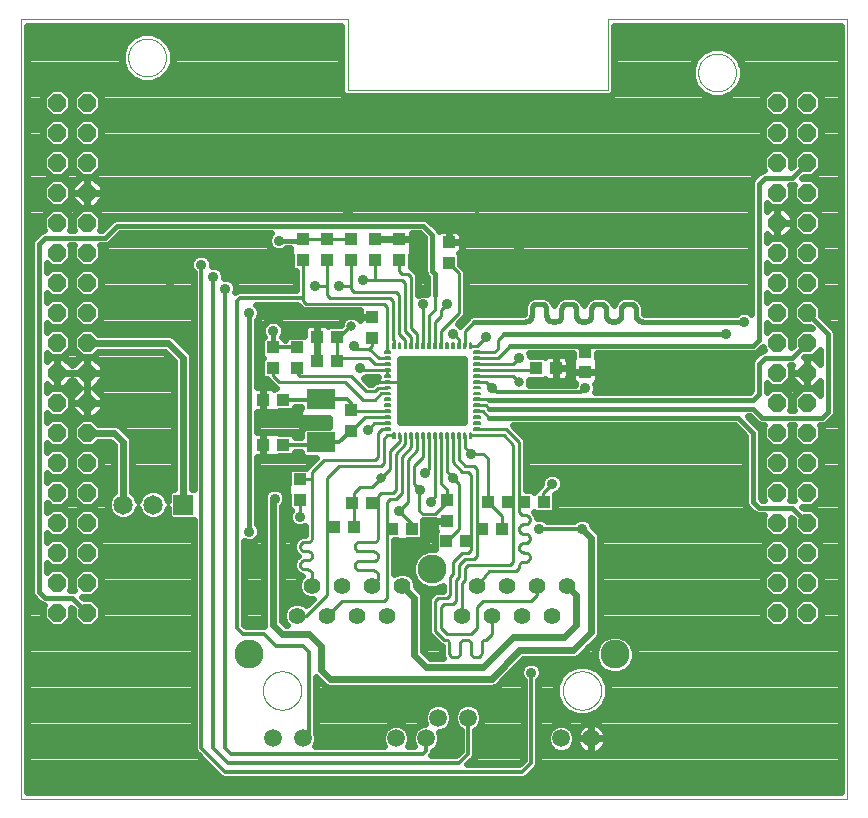
<source format=gtl>
G75*
%MOIN*%
%OFA0B0*%
%FSLAX25Y25*%
%IPPOS*%
%LPD*%
%AMOC8*
5,1,8,0,0,1.08239X$1,22.5*
%
%ADD10C,0.00000*%
%ADD11R,0.04331X0.03937*%
%ADD12R,0.03937X0.04331*%
%ADD13R,0.06500X0.06500*%
%ADD14C,0.06500*%
%ADD15OC8,0.06000*%
%ADD16C,0.00591*%
%ADD17C,0.02362*%
%ADD18C,0.05543*%
%ADD19C,0.05937*%
%ADD20C,0.09626*%
%ADD21R,0.09449X0.06693*%
%ADD22C,0.01000*%
%ADD23C,0.03562*%
%ADD24C,0.01600*%
%ADD25C,0.01200*%
%ADD26C,0.02400*%
%ADD27C,0.03169*%
D10*
X0010074Y0008163D02*
X0010074Y0268006D01*
X0119129Y0268006D01*
X0119129Y0244384D01*
X0205743Y0244384D01*
X0205743Y0268006D01*
X0285665Y0268006D01*
X0285665Y0008163D01*
X0010074Y0008163D01*
X0090802Y0044163D02*
X0090804Y0044323D01*
X0090810Y0044482D01*
X0090820Y0044641D01*
X0090834Y0044800D01*
X0090852Y0044959D01*
X0090873Y0045117D01*
X0090899Y0045274D01*
X0090929Y0045431D01*
X0090962Y0045587D01*
X0091000Y0045742D01*
X0091041Y0045896D01*
X0091086Y0046049D01*
X0091135Y0046201D01*
X0091188Y0046351D01*
X0091244Y0046500D01*
X0091304Y0046648D01*
X0091368Y0046794D01*
X0091436Y0046939D01*
X0091507Y0047082D01*
X0091581Y0047223D01*
X0091659Y0047362D01*
X0091741Y0047499D01*
X0091826Y0047634D01*
X0091914Y0047767D01*
X0092005Y0047898D01*
X0092100Y0048026D01*
X0092198Y0048152D01*
X0092299Y0048276D01*
X0092403Y0048396D01*
X0092510Y0048515D01*
X0092620Y0048630D01*
X0092733Y0048743D01*
X0092848Y0048853D01*
X0092967Y0048960D01*
X0093087Y0049064D01*
X0093211Y0049165D01*
X0093337Y0049263D01*
X0093465Y0049358D01*
X0093596Y0049449D01*
X0093729Y0049537D01*
X0093864Y0049622D01*
X0094001Y0049704D01*
X0094140Y0049782D01*
X0094281Y0049856D01*
X0094424Y0049927D01*
X0094569Y0049995D01*
X0094715Y0050059D01*
X0094863Y0050119D01*
X0095012Y0050175D01*
X0095162Y0050228D01*
X0095314Y0050277D01*
X0095467Y0050322D01*
X0095621Y0050363D01*
X0095776Y0050401D01*
X0095932Y0050434D01*
X0096089Y0050464D01*
X0096246Y0050490D01*
X0096404Y0050511D01*
X0096563Y0050529D01*
X0096722Y0050543D01*
X0096881Y0050553D01*
X0097040Y0050559D01*
X0097200Y0050561D01*
X0097360Y0050559D01*
X0097519Y0050553D01*
X0097678Y0050543D01*
X0097837Y0050529D01*
X0097996Y0050511D01*
X0098154Y0050490D01*
X0098311Y0050464D01*
X0098468Y0050434D01*
X0098624Y0050401D01*
X0098779Y0050363D01*
X0098933Y0050322D01*
X0099086Y0050277D01*
X0099238Y0050228D01*
X0099388Y0050175D01*
X0099537Y0050119D01*
X0099685Y0050059D01*
X0099831Y0049995D01*
X0099976Y0049927D01*
X0100119Y0049856D01*
X0100260Y0049782D01*
X0100399Y0049704D01*
X0100536Y0049622D01*
X0100671Y0049537D01*
X0100804Y0049449D01*
X0100935Y0049358D01*
X0101063Y0049263D01*
X0101189Y0049165D01*
X0101313Y0049064D01*
X0101433Y0048960D01*
X0101552Y0048853D01*
X0101667Y0048743D01*
X0101780Y0048630D01*
X0101890Y0048515D01*
X0101997Y0048396D01*
X0102101Y0048276D01*
X0102202Y0048152D01*
X0102300Y0048026D01*
X0102395Y0047898D01*
X0102486Y0047767D01*
X0102574Y0047634D01*
X0102659Y0047499D01*
X0102741Y0047362D01*
X0102819Y0047223D01*
X0102893Y0047082D01*
X0102964Y0046939D01*
X0103032Y0046794D01*
X0103096Y0046648D01*
X0103156Y0046500D01*
X0103212Y0046351D01*
X0103265Y0046201D01*
X0103314Y0046049D01*
X0103359Y0045896D01*
X0103400Y0045742D01*
X0103438Y0045587D01*
X0103471Y0045431D01*
X0103501Y0045274D01*
X0103527Y0045117D01*
X0103548Y0044959D01*
X0103566Y0044800D01*
X0103580Y0044641D01*
X0103590Y0044482D01*
X0103596Y0044323D01*
X0103598Y0044163D01*
X0103596Y0044003D01*
X0103590Y0043844D01*
X0103580Y0043685D01*
X0103566Y0043526D01*
X0103548Y0043367D01*
X0103527Y0043209D01*
X0103501Y0043052D01*
X0103471Y0042895D01*
X0103438Y0042739D01*
X0103400Y0042584D01*
X0103359Y0042430D01*
X0103314Y0042277D01*
X0103265Y0042125D01*
X0103212Y0041975D01*
X0103156Y0041826D01*
X0103096Y0041678D01*
X0103032Y0041532D01*
X0102964Y0041387D01*
X0102893Y0041244D01*
X0102819Y0041103D01*
X0102741Y0040964D01*
X0102659Y0040827D01*
X0102574Y0040692D01*
X0102486Y0040559D01*
X0102395Y0040428D01*
X0102300Y0040300D01*
X0102202Y0040174D01*
X0102101Y0040050D01*
X0101997Y0039930D01*
X0101890Y0039811D01*
X0101780Y0039696D01*
X0101667Y0039583D01*
X0101552Y0039473D01*
X0101433Y0039366D01*
X0101313Y0039262D01*
X0101189Y0039161D01*
X0101063Y0039063D01*
X0100935Y0038968D01*
X0100804Y0038877D01*
X0100671Y0038789D01*
X0100536Y0038704D01*
X0100399Y0038622D01*
X0100260Y0038544D01*
X0100119Y0038470D01*
X0099976Y0038399D01*
X0099831Y0038331D01*
X0099685Y0038267D01*
X0099537Y0038207D01*
X0099388Y0038151D01*
X0099238Y0038098D01*
X0099086Y0038049D01*
X0098933Y0038004D01*
X0098779Y0037963D01*
X0098624Y0037925D01*
X0098468Y0037892D01*
X0098311Y0037862D01*
X0098154Y0037836D01*
X0097996Y0037815D01*
X0097837Y0037797D01*
X0097678Y0037783D01*
X0097519Y0037773D01*
X0097360Y0037767D01*
X0097200Y0037765D01*
X0097040Y0037767D01*
X0096881Y0037773D01*
X0096722Y0037783D01*
X0096563Y0037797D01*
X0096404Y0037815D01*
X0096246Y0037836D01*
X0096089Y0037862D01*
X0095932Y0037892D01*
X0095776Y0037925D01*
X0095621Y0037963D01*
X0095467Y0038004D01*
X0095314Y0038049D01*
X0095162Y0038098D01*
X0095012Y0038151D01*
X0094863Y0038207D01*
X0094715Y0038267D01*
X0094569Y0038331D01*
X0094424Y0038399D01*
X0094281Y0038470D01*
X0094140Y0038544D01*
X0094001Y0038622D01*
X0093864Y0038704D01*
X0093729Y0038789D01*
X0093596Y0038877D01*
X0093465Y0038968D01*
X0093337Y0039063D01*
X0093211Y0039161D01*
X0093087Y0039262D01*
X0092967Y0039366D01*
X0092848Y0039473D01*
X0092733Y0039583D01*
X0092620Y0039696D01*
X0092510Y0039811D01*
X0092403Y0039930D01*
X0092299Y0040050D01*
X0092198Y0040174D01*
X0092100Y0040300D01*
X0092005Y0040428D01*
X0091914Y0040559D01*
X0091826Y0040692D01*
X0091741Y0040827D01*
X0091659Y0040964D01*
X0091581Y0041103D01*
X0091507Y0041244D01*
X0091436Y0041387D01*
X0091368Y0041532D01*
X0091304Y0041678D01*
X0091244Y0041826D01*
X0091188Y0041975D01*
X0091135Y0042125D01*
X0091086Y0042277D01*
X0091041Y0042430D01*
X0091000Y0042584D01*
X0090962Y0042739D01*
X0090929Y0042895D01*
X0090899Y0043052D01*
X0090873Y0043209D01*
X0090852Y0043367D01*
X0090834Y0043526D01*
X0090820Y0043685D01*
X0090810Y0043844D01*
X0090804Y0044003D01*
X0090802Y0044163D01*
X0190802Y0044163D02*
X0190804Y0044323D01*
X0190810Y0044482D01*
X0190820Y0044641D01*
X0190834Y0044800D01*
X0190852Y0044959D01*
X0190873Y0045117D01*
X0190899Y0045274D01*
X0190929Y0045431D01*
X0190962Y0045587D01*
X0191000Y0045742D01*
X0191041Y0045896D01*
X0191086Y0046049D01*
X0191135Y0046201D01*
X0191188Y0046351D01*
X0191244Y0046500D01*
X0191304Y0046648D01*
X0191368Y0046794D01*
X0191436Y0046939D01*
X0191507Y0047082D01*
X0191581Y0047223D01*
X0191659Y0047362D01*
X0191741Y0047499D01*
X0191826Y0047634D01*
X0191914Y0047767D01*
X0192005Y0047898D01*
X0192100Y0048026D01*
X0192198Y0048152D01*
X0192299Y0048276D01*
X0192403Y0048396D01*
X0192510Y0048515D01*
X0192620Y0048630D01*
X0192733Y0048743D01*
X0192848Y0048853D01*
X0192967Y0048960D01*
X0193087Y0049064D01*
X0193211Y0049165D01*
X0193337Y0049263D01*
X0193465Y0049358D01*
X0193596Y0049449D01*
X0193729Y0049537D01*
X0193864Y0049622D01*
X0194001Y0049704D01*
X0194140Y0049782D01*
X0194281Y0049856D01*
X0194424Y0049927D01*
X0194569Y0049995D01*
X0194715Y0050059D01*
X0194863Y0050119D01*
X0195012Y0050175D01*
X0195162Y0050228D01*
X0195314Y0050277D01*
X0195467Y0050322D01*
X0195621Y0050363D01*
X0195776Y0050401D01*
X0195932Y0050434D01*
X0196089Y0050464D01*
X0196246Y0050490D01*
X0196404Y0050511D01*
X0196563Y0050529D01*
X0196722Y0050543D01*
X0196881Y0050553D01*
X0197040Y0050559D01*
X0197200Y0050561D01*
X0197360Y0050559D01*
X0197519Y0050553D01*
X0197678Y0050543D01*
X0197837Y0050529D01*
X0197996Y0050511D01*
X0198154Y0050490D01*
X0198311Y0050464D01*
X0198468Y0050434D01*
X0198624Y0050401D01*
X0198779Y0050363D01*
X0198933Y0050322D01*
X0199086Y0050277D01*
X0199238Y0050228D01*
X0199388Y0050175D01*
X0199537Y0050119D01*
X0199685Y0050059D01*
X0199831Y0049995D01*
X0199976Y0049927D01*
X0200119Y0049856D01*
X0200260Y0049782D01*
X0200399Y0049704D01*
X0200536Y0049622D01*
X0200671Y0049537D01*
X0200804Y0049449D01*
X0200935Y0049358D01*
X0201063Y0049263D01*
X0201189Y0049165D01*
X0201313Y0049064D01*
X0201433Y0048960D01*
X0201552Y0048853D01*
X0201667Y0048743D01*
X0201780Y0048630D01*
X0201890Y0048515D01*
X0201997Y0048396D01*
X0202101Y0048276D01*
X0202202Y0048152D01*
X0202300Y0048026D01*
X0202395Y0047898D01*
X0202486Y0047767D01*
X0202574Y0047634D01*
X0202659Y0047499D01*
X0202741Y0047362D01*
X0202819Y0047223D01*
X0202893Y0047082D01*
X0202964Y0046939D01*
X0203032Y0046794D01*
X0203096Y0046648D01*
X0203156Y0046500D01*
X0203212Y0046351D01*
X0203265Y0046201D01*
X0203314Y0046049D01*
X0203359Y0045896D01*
X0203400Y0045742D01*
X0203438Y0045587D01*
X0203471Y0045431D01*
X0203501Y0045274D01*
X0203527Y0045117D01*
X0203548Y0044959D01*
X0203566Y0044800D01*
X0203580Y0044641D01*
X0203590Y0044482D01*
X0203596Y0044323D01*
X0203598Y0044163D01*
X0203596Y0044003D01*
X0203590Y0043844D01*
X0203580Y0043685D01*
X0203566Y0043526D01*
X0203548Y0043367D01*
X0203527Y0043209D01*
X0203501Y0043052D01*
X0203471Y0042895D01*
X0203438Y0042739D01*
X0203400Y0042584D01*
X0203359Y0042430D01*
X0203314Y0042277D01*
X0203265Y0042125D01*
X0203212Y0041975D01*
X0203156Y0041826D01*
X0203096Y0041678D01*
X0203032Y0041532D01*
X0202964Y0041387D01*
X0202893Y0041244D01*
X0202819Y0041103D01*
X0202741Y0040964D01*
X0202659Y0040827D01*
X0202574Y0040692D01*
X0202486Y0040559D01*
X0202395Y0040428D01*
X0202300Y0040300D01*
X0202202Y0040174D01*
X0202101Y0040050D01*
X0201997Y0039930D01*
X0201890Y0039811D01*
X0201780Y0039696D01*
X0201667Y0039583D01*
X0201552Y0039473D01*
X0201433Y0039366D01*
X0201313Y0039262D01*
X0201189Y0039161D01*
X0201063Y0039063D01*
X0200935Y0038968D01*
X0200804Y0038877D01*
X0200671Y0038789D01*
X0200536Y0038704D01*
X0200399Y0038622D01*
X0200260Y0038544D01*
X0200119Y0038470D01*
X0199976Y0038399D01*
X0199831Y0038331D01*
X0199685Y0038267D01*
X0199537Y0038207D01*
X0199388Y0038151D01*
X0199238Y0038098D01*
X0199086Y0038049D01*
X0198933Y0038004D01*
X0198779Y0037963D01*
X0198624Y0037925D01*
X0198468Y0037892D01*
X0198311Y0037862D01*
X0198154Y0037836D01*
X0197996Y0037815D01*
X0197837Y0037797D01*
X0197678Y0037783D01*
X0197519Y0037773D01*
X0197360Y0037767D01*
X0197200Y0037765D01*
X0197040Y0037767D01*
X0196881Y0037773D01*
X0196722Y0037783D01*
X0196563Y0037797D01*
X0196404Y0037815D01*
X0196246Y0037836D01*
X0196089Y0037862D01*
X0195932Y0037892D01*
X0195776Y0037925D01*
X0195621Y0037963D01*
X0195467Y0038004D01*
X0195314Y0038049D01*
X0195162Y0038098D01*
X0195012Y0038151D01*
X0194863Y0038207D01*
X0194715Y0038267D01*
X0194569Y0038331D01*
X0194424Y0038399D01*
X0194281Y0038470D01*
X0194140Y0038544D01*
X0194001Y0038622D01*
X0193864Y0038704D01*
X0193729Y0038789D01*
X0193596Y0038877D01*
X0193465Y0038968D01*
X0193337Y0039063D01*
X0193211Y0039161D01*
X0193087Y0039262D01*
X0192967Y0039366D01*
X0192848Y0039473D01*
X0192733Y0039583D01*
X0192620Y0039696D01*
X0192510Y0039811D01*
X0192403Y0039930D01*
X0192299Y0040050D01*
X0192198Y0040174D01*
X0192100Y0040300D01*
X0192005Y0040428D01*
X0191914Y0040559D01*
X0191826Y0040692D01*
X0191741Y0040827D01*
X0191659Y0040964D01*
X0191581Y0041103D01*
X0191507Y0041244D01*
X0191436Y0041387D01*
X0191368Y0041532D01*
X0191304Y0041678D01*
X0191244Y0041826D01*
X0191188Y0041975D01*
X0191135Y0042125D01*
X0191086Y0042277D01*
X0191041Y0042430D01*
X0191000Y0042584D01*
X0190962Y0042739D01*
X0190929Y0042895D01*
X0190899Y0043052D01*
X0190873Y0043209D01*
X0190852Y0043367D01*
X0190834Y0043526D01*
X0190820Y0043685D01*
X0190810Y0043844D01*
X0190804Y0044003D01*
X0190802Y0044163D01*
X0235901Y0250163D02*
X0235903Y0250321D01*
X0235909Y0250479D01*
X0235919Y0250637D01*
X0235933Y0250795D01*
X0235951Y0250952D01*
X0235972Y0251109D01*
X0235998Y0251265D01*
X0236028Y0251421D01*
X0236061Y0251576D01*
X0236099Y0251729D01*
X0236140Y0251882D01*
X0236185Y0252034D01*
X0236234Y0252185D01*
X0236287Y0252334D01*
X0236343Y0252482D01*
X0236403Y0252628D01*
X0236467Y0252773D01*
X0236535Y0252916D01*
X0236606Y0253058D01*
X0236680Y0253198D01*
X0236758Y0253335D01*
X0236840Y0253471D01*
X0236924Y0253605D01*
X0237013Y0253736D01*
X0237104Y0253865D01*
X0237199Y0253992D01*
X0237296Y0254117D01*
X0237397Y0254239D01*
X0237501Y0254358D01*
X0237608Y0254475D01*
X0237718Y0254589D01*
X0237831Y0254700D01*
X0237946Y0254809D01*
X0238064Y0254914D01*
X0238185Y0255016D01*
X0238308Y0255116D01*
X0238434Y0255212D01*
X0238562Y0255305D01*
X0238692Y0255395D01*
X0238825Y0255481D01*
X0238960Y0255565D01*
X0239096Y0255644D01*
X0239235Y0255721D01*
X0239376Y0255793D01*
X0239518Y0255863D01*
X0239662Y0255928D01*
X0239808Y0255990D01*
X0239955Y0256048D01*
X0240104Y0256103D01*
X0240254Y0256154D01*
X0240405Y0256201D01*
X0240557Y0256244D01*
X0240710Y0256283D01*
X0240865Y0256319D01*
X0241020Y0256350D01*
X0241176Y0256378D01*
X0241332Y0256402D01*
X0241489Y0256422D01*
X0241647Y0256438D01*
X0241804Y0256450D01*
X0241963Y0256458D01*
X0242121Y0256462D01*
X0242279Y0256462D01*
X0242437Y0256458D01*
X0242596Y0256450D01*
X0242753Y0256438D01*
X0242911Y0256422D01*
X0243068Y0256402D01*
X0243224Y0256378D01*
X0243380Y0256350D01*
X0243535Y0256319D01*
X0243690Y0256283D01*
X0243843Y0256244D01*
X0243995Y0256201D01*
X0244146Y0256154D01*
X0244296Y0256103D01*
X0244445Y0256048D01*
X0244592Y0255990D01*
X0244738Y0255928D01*
X0244882Y0255863D01*
X0245024Y0255793D01*
X0245165Y0255721D01*
X0245304Y0255644D01*
X0245440Y0255565D01*
X0245575Y0255481D01*
X0245708Y0255395D01*
X0245838Y0255305D01*
X0245966Y0255212D01*
X0246092Y0255116D01*
X0246215Y0255016D01*
X0246336Y0254914D01*
X0246454Y0254809D01*
X0246569Y0254700D01*
X0246682Y0254589D01*
X0246792Y0254475D01*
X0246899Y0254358D01*
X0247003Y0254239D01*
X0247104Y0254117D01*
X0247201Y0253992D01*
X0247296Y0253865D01*
X0247387Y0253736D01*
X0247476Y0253605D01*
X0247560Y0253471D01*
X0247642Y0253335D01*
X0247720Y0253198D01*
X0247794Y0253058D01*
X0247865Y0252916D01*
X0247933Y0252773D01*
X0247997Y0252628D01*
X0248057Y0252482D01*
X0248113Y0252334D01*
X0248166Y0252185D01*
X0248215Y0252034D01*
X0248260Y0251882D01*
X0248301Y0251729D01*
X0248339Y0251576D01*
X0248372Y0251421D01*
X0248402Y0251265D01*
X0248428Y0251109D01*
X0248449Y0250952D01*
X0248467Y0250795D01*
X0248481Y0250637D01*
X0248491Y0250479D01*
X0248497Y0250321D01*
X0248499Y0250163D01*
X0248497Y0250005D01*
X0248491Y0249847D01*
X0248481Y0249689D01*
X0248467Y0249531D01*
X0248449Y0249374D01*
X0248428Y0249217D01*
X0248402Y0249061D01*
X0248372Y0248905D01*
X0248339Y0248750D01*
X0248301Y0248597D01*
X0248260Y0248444D01*
X0248215Y0248292D01*
X0248166Y0248141D01*
X0248113Y0247992D01*
X0248057Y0247844D01*
X0247997Y0247698D01*
X0247933Y0247553D01*
X0247865Y0247410D01*
X0247794Y0247268D01*
X0247720Y0247128D01*
X0247642Y0246991D01*
X0247560Y0246855D01*
X0247476Y0246721D01*
X0247387Y0246590D01*
X0247296Y0246461D01*
X0247201Y0246334D01*
X0247104Y0246209D01*
X0247003Y0246087D01*
X0246899Y0245968D01*
X0246792Y0245851D01*
X0246682Y0245737D01*
X0246569Y0245626D01*
X0246454Y0245517D01*
X0246336Y0245412D01*
X0246215Y0245310D01*
X0246092Y0245210D01*
X0245966Y0245114D01*
X0245838Y0245021D01*
X0245708Y0244931D01*
X0245575Y0244845D01*
X0245440Y0244761D01*
X0245304Y0244682D01*
X0245165Y0244605D01*
X0245024Y0244533D01*
X0244882Y0244463D01*
X0244738Y0244398D01*
X0244592Y0244336D01*
X0244445Y0244278D01*
X0244296Y0244223D01*
X0244146Y0244172D01*
X0243995Y0244125D01*
X0243843Y0244082D01*
X0243690Y0244043D01*
X0243535Y0244007D01*
X0243380Y0243976D01*
X0243224Y0243948D01*
X0243068Y0243924D01*
X0242911Y0243904D01*
X0242753Y0243888D01*
X0242596Y0243876D01*
X0242437Y0243868D01*
X0242279Y0243864D01*
X0242121Y0243864D01*
X0241963Y0243868D01*
X0241804Y0243876D01*
X0241647Y0243888D01*
X0241489Y0243904D01*
X0241332Y0243924D01*
X0241176Y0243948D01*
X0241020Y0243976D01*
X0240865Y0244007D01*
X0240710Y0244043D01*
X0240557Y0244082D01*
X0240405Y0244125D01*
X0240254Y0244172D01*
X0240104Y0244223D01*
X0239955Y0244278D01*
X0239808Y0244336D01*
X0239662Y0244398D01*
X0239518Y0244463D01*
X0239376Y0244533D01*
X0239235Y0244605D01*
X0239096Y0244682D01*
X0238960Y0244761D01*
X0238825Y0244845D01*
X0238692Y0244931D01*
X0238562Y0245021D01*
X0238434Y0245114D01*
X0238308Y0245210D01*
X0238185Y0245310D01*
X0238064Y0245412D01*
X0237946Y0245517D01*
X0237831Y0245626D01*
X0237718Y0245737D01*
X0237608Y0245851D01*
X0237501Y0245968D01*
X0237397Y0246087D01*
X0237296Y0246209D01*
X0237199Y0246334D01*
X0237104Y0246461D01*
X0237013Y0246590D01*
X0236924Y0246721D01*
X0236840Y0246855D01*
X0236758Y0246991D01*
X0236680Y0247128D01*
X0236606Y0247268D01*
X0236535Y0247410D01*
X0236467Y0247553D01*
X0236403Y0247698D01*
X0236343Y0247844D01*
X0236287Y0247992D01*
X0236234Y0248141D01*
X0236185Y0248292D01*
X0236140Y0248444D01*
X0236099Y0248597D01*
X0236061Y0248750D01*
X0236028Y0248905D01*
X0235998Y0249061D01*
X0235972Y0249217D01*
X0235951Y0249374D01*
X0235933Y0249531D01*
X0235919Y0249689D01*
X0235909Y0249847D01*
X0235903Y0250005D01*
X0235901Y0250163D01*
X0045901Y0255163D02*
X0045903Y0255321D01*
X0045909Y0255479D01*
X0045919Y0255637D01*
X0045933Y0255795D01*
X0045951Y0255952D01*
X0045972Y0256109D01*
X0045998Y0256265D01*
X0046028Y0256421D01*
X0046061Y0256576D01*
X0046099Y0256729D01*
X0046140Y0256882D01*
X0046185Y0257034D01*
X0046234Y0257185D01*
X0046287Y0257334D01*
X0046343Y0257482D01*
X0046403Y0257628D01*
X0046467Y0257773D01*
X0046535Y0257916D01*
X0046606Y0258058D01*
X0046680Y0258198D01*
X0046758Y0258335D01*
X0046840Y0258471D01*
X0046924Y0258605D01*
X0047013Y0258736D01*
X0047104Y0258865D01*
X0047199Y0258992D01*
X0047296Y0259117D01*
X0047397Y0259239D01*
X0047501Y0259358D01*
X0047608Y0259475D01*
X0047718Y0259589D01*
X0047831Y0259700D01*
X0047946Y0259809D01*
X0048064Y0259914D01*
X0048185Y0260016D01*
X0048308Y0260116D01*
X0048434Y0260212D01*
X0048562Y0260305D01*
X0048692Y0260395D01*
X0048825Y0260481D01*
X0048960Y0260565D01*
X0049096Y0260644D01*
X0049235Y0260721D01*
X0049376Y0260793D01*
X0049518Y0260863D01*
X0049662Y0260928D01*
X0049808Y0260990D01*
X0049955Y0261048D01*
X0050104Y0261103D01*
X0050254Y0261154D01*
X0050405Y0261201D01*
X0050557Y0261244D01*
X0050710Y0261283D01*
X0050865Y0261319D01*
X0051020Y0261350D01*
X0051176Y0261378D01*
X0051332Y0261402D01*
X0051489Y0261422D01*
X0051647Y0261438D01*
X0051804Y0261450D01*
X0051963Y0261458D01*
X0052121Y0261462D01*
X0052279Y0261462D01*
X0052437Y0261458D01*
X0052596Y0261450D01*
X0052753Y0261438D01*
X0052911Y0261422D01*
X0053068Y0261402D01*
X0053224Y0261378D01*
X0053380Y0261350D01*
X0053535Y0261319D01*
X0053690Y0261283D01*
X0053843Y0261244D01*
X0053995Y0261201D01*
X0054146Y0261154D01*
X0054296Y0261103D01*
X0054445Y0261048D01*
X0054592Y0260990D01*
X0054738Y0260928D01*
X0054882Y0260863D01*
X0055024Y0260793D01*
X0055165Y0260721D01*
X0055304Y0260644D01*
X0055440Y0260565D01*
X0055575Y0260481D01*
X0055708Y0260395D01*
X0055838Y0260305D01*
X0055966Y0260212D01*
X0056092Y0260116D01*
X0056215Y0260016D01*
X0056336Y0259914D01*
X0056454Y0259809D01*
X0056569Y0259700D01*
X0056682Y0259589D01*
X0056792Y0259475D01*
X0056899Y0259358D01*
X0057003Y0259239D01*
X0057104Y0259117D01*
X0057201Y0258992D01*
X0057296Y0258865D01*
X0057387Y0258736D01*
X0057476Y0258605D01*
X0057560Y0258471D01*
X0057642Y0258335D01*
X0057720Y0258198D01*
X0057794Y0258058D01*
X0057865Y0257916D01*
X0057933Y0257773D01*
X0057997Y0257628D01*
X0058057Y0257482D01*
X0058113Y0257334D01*
X0058166Y0257185D01*
X0058215Y0257034D01*
X0058260Y0256882D01*
X0058301Y0256729D01*
X0058339Y0256576D01*
X0058372Y0256421D01*
X0058402Y0256265D01*
X0058428Y0256109D01*
X0058449Y0255952D01*
X0058467Y0255795D01*
X0058481Y0255637D01*
X0058491Y0255479D01*
X0058497Y0255321D01*
X0058499Y0255163D01*
X0058497Y0255005D01*
X0058491Y0254847D01*
X0058481Y0254689D01*
X0058467Y0254531D01*
X0058449Y0254374D01*
X0058428Y0254217D01*
X0058402Y0254061D01*
X0058372Y0253905D01*
X0058339Y0253750D01*
X0058301Y0253597D01*
X0058260Y0253444D01*
X0058215Y0253292D01*
X0058166Y0253141D01*
X0058113Y0252992D01*
X0058057Y0252844D01*
X0057997Y0252698D01*
X0057933Y0252553D01*
X0057865Y0252410D01*
X0057794Y0252268D01*
X0057720Y0252128D01*
X0057642Y0251991D01*
X0057560Y0251855D01*
X0057476Y0251721D01*
X0057387Y0251590D01*
X0057296Y0251461D01*
X0057201Y0251334D01*
X0057104Y0251209D01*
X0057003Y0251087D01*
X0056899Y0250968D01*
X0056792Y0250851D01*
X0056682Y0250737D01*
X0056569Y0250626D01*
X0056454Y0250517D01*
X0056336Y0250412D01*
X0056215Y0250310D01*
X0056092Y0250210D01*
X0055966Y0250114D01*
X0055838Y0250021D01*
X0055708Y0249931D01*
X0055575Y0249845D01*
X0055440Y0249761D01*
X0055304Y0249682D01*
X0055165Y0249605D01*
X0055024Y0249533D01*
X0054882Y0249463D01*
X0054738Y0249398D01*
X0054592Y0249336D01*
X0054445Y0249278D01*
X0054296Y0249223D01*
X0054146Y0249172D01*
X0053995Y0249125D01*
X0053843Y0249082D01*
X0053690Y0249043D01*
X0053535Y0249007D01*
X0053380Y0248976D01*
X0053224Y0248948D01*
X0053068Y0248924D01*
X0052911Y0248904D01*
X0052753Y0248888D01*
X0052596Y0248876D01*
X0052437Y0248868D01*
X0052279Y0248864D01*
X0052121Y0248864D01*
X0051963Y0248868D01*
X0051804Y0248876D01*
X0051647Y0248888D01*
X0051489Y0248904D01*
X0051332Y0248924D01*
X0051176Y0248948D01*
X0051020Y0248976D01*
X0050865Y0249007D01*
X0050710Y0249043D01*
X0050557Y0249082D01*
X0050405Y0249125D01*
X0050254Y0249172D01*
X0050104Y0249223D01*
X0049955Y0249278D01*
X0049808Y0249336D01*
X0049662Y0249398D01*
X0049518Y0249463D01*
X0049376Y0249533D01*
X0049235Y0249605D01*
X0049096Y0249682D01*
X0048960Y0249761D01*
X0048825Y0249845D01*
X0048692Y0249931D01*
X0048562Y0250021D01*
X0048434Y0250114D01*
X0048308Y0250210D01*
X0048185Y0250310D01*
X0048064Y0250412D01*
X0047946Y0250517D01*
X0047831Y0250626D01*
X0047718Y0250737D01*
X0047608Y0250851D01*
X0047501Y0250968D01*
X0047397Y0251087D01*
X0047296Y0251209D01*
X0047199Y0251334D01*
X0047104Y0251461D01*
X0047013Y0251590D01*
X0046924Y0251721D01*
X0046840Y0251855D01*
X0046758Y0251991D01*
X0046680Y0252128D01*
X0046606Y0252268D01*
X0046535Y0252410D01*
X0046467Y0252553D01*
X0046403Y0252698D01*
X0046343Y0252844D01*
X0046287Y0252992D01*
X0046234Y0253141D01*
X0046185Y0253292D01*
X0046140Y0253444D01*
X0046099Y0253597D01*
X0046061Y0253750D01*
X0046028Y0253905D01*
X0045998Y0254061D01*
X0045972Y0254217D01*
X0045951Y0254374D01*
X0045933Y0254531D01*
X0045919Y0254689D01*
X0045909Y0254847D01*
X0045903Y0255005D01*
X0045901Y0255163D01*
D11*
X0104200Y0194510D03*
X0104200Y0187817D03*
X0112200Y0187817D03*
X0112200Y0194510D03*
X0120200Y0194510D03*
X0120200Y0187817D03*
X0128200Y0187817D03*
X0128200Y0194510D03*
X0136200Y0194510D03*
X0136200Y0187817D03*
X0152700Y0186817D03*
X0152700Y0193510D03*
X0115546Y0162163D03*
X0108854Y0162163D03*
X0108854Y0154163D03*
X0115546Y0154163D03*
X0102200Y0151817D03*
X0102200Y0158510D03*
X0094200Y0158510D03*
X0094200Y0151817D03*
X0090854Y0141163D03*
X0097546Y0141163D03*
X0097546Y0126163D03*
X0090854Y0126163D03*
X0103200Y0114510D03*
X0103200Y0107817D03*
X0120200Y0130817D03*
X0120200Y0137510D03*
X0198200Y0150317D03*
X0198200Y0157010D03*
D12*
X0188546Y0151663D03*
X0181854Y0151663D03*
X0184546Y0107163D03*
X0177854Y0107163D03*
X0172546Y0107163D03*
X0165854Y0107163D03*
X0163854Y0098163D03*
X0158546Y0094163D03*
X0151854Y0094163D03*
X0152200Y0100817D03*
X0152200Y0107510D03*
X0140546Y0098163D03*
X0133854Y0098163D03*
X0127046Y0106663D03*
X0120354Y0106663D03*
X0121046Y0098663D03*
X0114354Y0098663D03*
X0170546Y0098163D03*
X0127200Y0161817D03*
X0127200Y0168510D03*
D13*
X0064200Y0106163D03*
D14*
X0054200Y0106163D03*
X0044200Y0106163D03*
D15*
X0032200Y0110163D03*
X0032200Y0100163D03*
X0022200Y0100163D03*
X0022200Y0110163D03*
X0022200Y0120163D03*
X0032200Y0120163D03*
X0032200Y0130163D03*
X0022200Y0130163D03*
X0022200Y0140163D03*
X0032200Y0140163D03*
X0032200Y0150163D03*
X0022200Y0150163D03*
X0022200Y0160163D03*
X0032200Y0160163D03*
X0032200Y0170163D03*
X0022200Y0170163D03*
X0022200Y0180163D03*
X0032200Y0180163D03*
X0032200Y0190163D03*
X0022200Y0190163D03*
X0022200Y0200163D03*
X0032200Y0200163D03*
X0032200Y0210163D03*
X0022200Y0210163D03*
X0022200Y0220163D03*
X0032200Y0220163D03*
X0032200Y0230163D03*
X0022200Y0230163D03*
X0022200Y0240163D03*
X0032200Y0240163D03*
X0032200Y0090163D03*
X0022200Y0090163D03*
X0022200Y0080163D03*
X0032200Y0080163D03*
X0032200Y0070163D03*
X0022200Y0070163D03*
X0262200Y0070163D03*
X0272200Y0070163D03*
X0272200Y0080163D03*
X0262200Y0080163D03*
X0262200Y0090163D03*
X0272200Y0090163D03*
X0272200Y0100163D03*
X0262200Y0100163D03*
X0262200Y0110163D03*
X0272200Y0110163D03*
X0272200Y0120163D03*
X0262200Y0120163D03*
X0262200Y0130163D03*
X0272200Y0130163D03*
X0272200Y0140163D03*
X0262200Y0140163D03*
X0262200Y0150163D03*
X0272200Y0150163D03*
X0272200Y0160163D03*
X0262200Y0160163D03*
X0262200Y0170163D03*
X0272200Y0170163D03*
X0272200Y0180163D03*
X0262200Y0180163D03*
X0262200Y0190163D03*
X0272200Y0190163D03*
X0272200Y0200163D03*
X0262200Y0200163D03*
X0262200Y0210163D03*
X0272200Y0210163D03*
X0272200Y0220163D03*
X0262200Y0220163D03*
X0262200Y0230163D03*
X0272200Y0230163D03*
X0272200Y0240163D03*
X0262200Y0240163D03*
D16*
X0161275Y0157254D02*
X0161275Y0156664D01*
X0161275Y0157254D02*
X0163047Y0157254D01*
X0163047Y0156664D01*
X0161275Y0156664D01*
X0161275Y0157254D02*
X0163047Y0157254D01*
X0161275Y0155285D02*
X0161275Y0154695D01*
X0161275Y0155285D02*
X0163047Y0155285D01*
X0163047Y0154695D01*
X0161275Y0154695D01*
X0161275Y0155285D02*
X0163047Y0155285D01*
X0161275Y0153317D02*
X0161275Y0152727D01*
X0161275Y0153317D02*
X0163047Y0153317D01*
X0163047Y0152727D01*
X0161275Y0152727D01*
X0161275Y0153317D02*
X0163047Y0153317D01*
X0161275Y0151348D02*
X0161275Y0150758D01*
X0161275Y0151348D02*
X0163047Y0151348D01*
X0163047Y0150758D01*
X0161275Y0150758D01*
X0161275Y0151348D02*
X0163047Y0151348D01*
X0161275Y0149380D02*
X0161275Y0148790D01*
X0161275Y0149380D02*
X0163047Y0149380D01*
X0163047Y0148790D01*
X0161275Y0148790D01*
X0161275Y0149380D02*
X0163047Y0149380D01*
X0161275Y0147411D02*
X0161275Y0146821D01*
X0161275Y0147411D02*
X0163047Y0147411D01*
X0163047Y0146821D01*
X0161275Y0146821D01*
X0161275Y0147411D02*
X0163047Y0147411D01*
X0161275Y0145443D02*
X0161275Y0144853D01*
X0161275Y0145443D02*
X0163047Y0145443D01*
X0163047Y0144853D01*
X0161275Y0144853D01*
X0161275Y0145443D02*
X0163047Y0145443D01*
X0161275Y0143474D02*
X0161275Y0142884D01*
X0161275Y0143474D02*
X0163047Y0143474D01*
X0163047Y0142884D01*
X0161275Y0142884D01*
X0161275Y0143474D02*
X0163047Y0143474D01*
X0161275Y0141506D02*
X0161275Y0140916D01*
X0161275Y0141506D02*
X0163047Y0141506D01*
X0163047Y0140916D01*
X0161275Y0140916D01*
X0161275Y0141506D02*
X0163047Y0141506D01*
X0161275Y0139537D02*
X0161275Y0138947D01*
X0161275Y0139537D02*
X0163047Y0139537D01*
X0163047Y0138947D01*
X0161275Y0138947D01*
X0161275Y0139537D02*
X0163047Y0139537D01*
X0161275Y0137569D02*
X0161275Y0136979D01*
X0161275Y0137569D02*
X0163047Y0137569D01*
X0163047Y0136979D01*
X0161275Y0136979D01*
X0161275Y0137569D02*
X0163047Y0137569D01*
X0161275Y0135600D02*
X0161275Y0135010D01*
X0161275Y0135600D02*
X0163047Y0135600D01*
X0163047Y0135010D01*
X0161275Y0135010D01*
X0161275Y0135600D02*
X0163047Y0135600D01*
X0161275Y0133632D02*
X0161275Y0133042D01*
X0161275Y0133632D02*
X0163047Y0133632D01*
X0163047Y0133042D01*
X0161275Y0133042D01*
X0161275Y0133632D02*
X0163047Y0133632D01*
X0161275Y0131663D02*
X0161275Y0131073D01*
X0161275Y0131663D02*
X0163047Y0131663D01*
X0163047Y0131073D01*
X0161275Y0131073D01*
X0161275Y0131663D02*
X0163047Y0131663D01*
X0160290Y0130089D02*
X0159700Y0130089D01*
X0160290Y0130089D02*
X0160290Y0128317D01*
X0159700Y0128317D01*
X0159700Y0130089D01*
X0159700Y0128907D02*
X0160290Y0128907D01*
X0160290Y0129497D02*
X0159700Y0129497D01*
X0159700Y0130087D02*
X0160290Y0130087D01*
X0158322Y0130089D02*
X0157732Y0130089D01*
X0158322Y0130089D02*
X0158322Y0128317D01*
X0157732Y0128317D01*
X0157732Y0130089D01*
X0157732Y0128907D02*
X0158322Y0128907D01*
X0158322Y0129497D02*
X0157732Y0129497D01*
X0157732Y0130087D02*
X0158322Y0130087D01*
X0156353Y0130089D02*
X0155763Y0130089D01*
X0156353Y0130089D02*
X0156353Y0128317D01*
X0155763Y0128317D01*
X0155763Y0130089D01*
X0155763Y0128907D02*
X0156353Y0128907D01*
X0156353Y0129497D02*
X0155763Y0129497D01*
X0155763Y0130087D02*
X0156353Y0130087D01*
X0154385Y0130089D02*
X0153795Y0130089D01*
X0154385Y0130089D02*
X0154385Y0128317D01*
X0153795Y0128317D01*
X0153795Y0130089D01*
X0153795Y0128907D02*
X0154385Y0128907D01*
X0154385Y0129497D02*
X0153795Y0129497D01*
X0153795Y0130087D02*
X0154385Y0130087D01*
X0152416Y0130089D02*
X0151826Y0130089D01*
X0152416Y0130089D02*
X0152416Y0128317D01*
X0151826Y0128317D01*
X0151826Y0130089D01*
X0151826Y0128907D02*
X0152416Y0128907D01*
X0152416Y0129497D02*
X0151826Y0129497D01*
X0151826Y0130087D02*
X0152416Y0130087D01*
X0150448Y0130089D02*
X0149858Y0130089D01*
X0150448Y0130089D02*
X0150448Y0128317D01*
X0149858Y0128317D01*
X0149858Y0130089D01*
X0149858Y0128907D02*
X0150448Y0128907D01*
X0150448Y0129497D02*
X0149858Y0129497D01*
X0149858Y0130087D02*
X0150448Y0130087D01*
X0148479Y0130089D02*
X0147889Y0130089D01*
X0148479Y0130089D02*
X0148479Y0128317D01*
X0147889Y0128317D01*
X0147889Y0130089D01*
X0147889Y0128907D02*
X0148479Y0128907D01*
X0148479Y0129497D02*
X0147889Y0129497D01*
X0147889Y0130087D02*
X0148479Y0130087D01*
X0146511Y0130089D02*
X0145921Y0130089D01*
X0146511Y0130089D02*
X0146511Y0128317D01*
X0145921Y0128317D01*
X0145921Y0130089D01*
X0145921Y0128907D02*
X0146511Y0128907D01*
X0146511Y0129497D02*
X0145921Y0129497D01*
X0145921Y0130087D02*
X0146511Y0130087D01*
X0144542Y0130089D02*
X0143952Y0130089D01*
X0144542Y0130089D02*
X0144542Y0128317D01*
X0143952Y0128317D01*
X0143952Y0130089D01*
X0143952Y0128907D02*
X0144542Y0128907D01*
X0144542Y0129497D02*
X0143952Y0129497D01*
X0143952Y0130087D02*
X0144542Y0130087D01*
X0142574Y0130089D02*
X0141984Y0130089D01*
X0142574Y0130089D02*
X0142574Y0128317D01*
X0141984Y0128317D01*
X0141984Y0130089D01*
X0141984Y0128907D02*
X0142574Y0128907D01*
X0142574Y0129497D02*
X0141984Y0129497D01*
X0141984Y0130087D02*
X0142574Y0130087D01*
X0140605Y0130089D02*
X0140015Y0130089D01*
X0140605Y0130089D02*
X0140605Y0128317D01*
X0140015Y0128317D01*
X0140015Y0130089D01*
X0140015Y0128907D02*
X0140605Y0128907D01*
X0140605Y0129497D02*
X0140015Y0129497D01*
X0140015Y0130087D02*
X0140605Y0130087D01*
X0138637Y0130089D02*
X0138047Y0130089D01*
X0138637Y0130089D02*
X0138637Y0128317D01*
X0138047Y0128317D01*
X0138047Y0130089D01*
X0138047Y0128907D02*
X0138637Y0128907D01*
X0138637Y0129497D02*
X0138047Y0129497D01*
X0138047Y0130087D02*
X0138637Y0130087D01*
X0136668Y0130089D02*
X0136078Y0130089D01*
X0136668Y0130089D02*
X0136668Y0128317D01*
X0136078Y0128317D01*
X0136078Y0130089D01*
X0136078Y0128907D02*
X0136668Y0128907D01*
X0136668Y0129497D02*
X0136078Y0129497D01*
X0136078Y0130087D02*
X0136668Y0130087D01*
X0134700Y0130089D02*
X0134110Y0130089D01*
X0134700Y0130089D02*
X0134700Y0128317D01*
X0134110Y0128317D01*
X0134110Y0130089D01*
X0134110Y0128907D02*
X0134700Y0128907D01*
X0134700Y0129497D02*
X0134110Y0129497D01*
X0134110Y0130087D02*
X0134700Y0130087D01*
X0133125Y0131073D02*
X0133125Y0131663D01*
X0133125Y0131073D02*
X0131353Y0131073D01*
X0131353Y0131663D01*
X0133125Y0131663D01*
X0131353Y0131663D01*
X0133125Y0133042D02*
X0133125Y0133632D01*
X0133125Y0133042D02*
X0131353Y0133042D01*
X0131353Y0133632D01*
X0133125Y0133632D01*
X0131353Y0133632D01*
X0133125Y0135010D02*
X0133125Y0135600D01*
X0133125Y0135010D02*
X0131353Y0135010D01*
X0131353Y0135600D01*
X0133125Y0135600D01*
X0131353Y0135600D01*
X0133125Y0136979D02*
X0133125Y0137569D01*
X0133125Y0136979D02*
X0131353Y0136979D01*
X0131353Y0137569D01*
X0133125Y0137569D01*
X0131353Y0137569D01*
X0133125Y0138947D02*
X0133125Y0139537D01*
X0133125Y0138947D02*
X0131353Y0138947D01*
X0131353Y0139537D01*
X0133125Y0139537D01*
X0131353Y0139537D01*
X0133125Y0140916D02*
X0133125Y0141506D01*
X0133125Y0140916D02*
X0131353Y0140916D01*
X0131353Y0141506D01*
X0133125Y0141506D01*
X0131353Y0141506D01*
X0133125Y0142884D02*
X0133125Y0143474D01*
X0133125Y0142884D02*
X0131353Y0142884D01*
X0131353Y0143474D01*
X0133125Y0143474D01*
X0131353Y0143474D01*
X0133125Y0144853D02*
X0133125Y0145443D01*
X0133125Y0144853D02*
X0131353Y0144853D01*
X0131353Y0145443D01*
X0133125Y0145443D01*
X0131353Y0145443D01*
X0133125Y0146821D02*
X0133125Y0147411D01*
X0133125Y0146821D02*
X0131353Y0146821D01*
X0131353Y0147411D01*
X0133125Y0147411D01*
X0131353Y0147411D01*
X0133125Y0148790D02*
X0133125Y0149380D01*
X0133125Y0148790D02*
X0131353Y0148790D01*
X0131353Y0149380D01*
X0133125Y0149380D01*
X0131353Y0149380D01*
X0133125Y0150758D02*
X0133125Y0151348D01*
X0133125Y0150758D02*
X0131353Y0150758D01*
X0131353Y0151348D01*
X0133125Y0151348D01*
X0131353Y0151348D01*
X0133125Y0152727D02*
X0133125Y0153317D01*
X0133125Y0152727D02*
X0131353Y0152727D01*
X0131353Y0153317D01*
X0133125Y0153317D01*
X0131353Y0153317D01*
X0133125Y0154695D02*
X0133125Y0155285D01*
X0133125Y0154695D02*
X0131353Y0154695D01*
X0131353Y0155285D01*
X0133125Y0155285D01*
X0131353Y0155285D01*
X0133125Y0156664D02*
X0133125Y0157254D01*
X0133125Y0156664D02*
X0131353Y0156664D01*
X0131353Y0157254D01*
X0133125Y0157254D01*
X0131353Y0157254D01*
X0134110Y0158238D02*
X0134700Y0158238D01*
X0134110Y0158238D02*
X0134110Y0160010D01*
X0134700Y0160010D01*
X0134700Y0158238D01*
X0134700Y0158828D02*
X0134110Y0158828D01*
X0134110Y0159418D02*
X0134700Y0159418D01*
X0134700Y0160008D02*
X0134110Y0160008D01*
X0136078Y0158238D02*
X0136668Y0158238D01*
X0136078Y0158238D02*
X0136078Y0160010D01*
X0136668Y0160010D01*
X0136668Y0158238D01*
X0136668Y0158828D02*
X0136078Y0158828D01*
X0136078Y0159418D02*
X0136668Y0159418D01*
X0136668Y0160008D02*
X0136078Y0160008D01*
X0138047Y0158238D02*
X0138637Y0158238D01*
X0138047Y0158238D02*
X0138047Y0160010D01*
X0138637Y0160010D01*
X0138637Y0158238D01*
X0138637Y0158828D02*
X0138047Y0158828D01*
X0138047Y0159418D02*
X0138637Y0159418D01*
X0138637Y0160008D02*
X0138047Y0160008D01*
X0140015Y0158238D02*
X0140605Y0158238D01*
X0140015Y0158238D02*
X0140015Y0160010D01*
X0140605Y0160010D01*
X0140605Y0158238D01*
X0140605Y0158828D02*
X0140015Y0158828D01*
X0140015Y0159418D02*
X0140605Y0159418D01*
X0140605Y0160008D02*
X0140015Y0160008D01*
X0141984Y0158238D02*
X0142574Y0158238D01*
X0141984Y0158238D02*
X0141984Y0160010D01*
X0142574Y0160010D01*
X0142574Y0158238D01*
X0142574Y0158828D02*
X0141984Y0158828D01*
X0141984Y0159418D02*
X0142574Y0159418D01*
X0142574Y0160008D02*
X0141984Y0160008D01*
X0143952Y0158238D02*
X0144542Y0158238D01*
X0143952Y0158238D02*
X0143952Y0160010D01*
X0144542Y0160010D01*
X0144542Y0158238D01*
X0144542Y0158828D02*
X0143952Y0158828D01*
X0143952Y0159418D02*
X0144542Y0159418D01*
X0144542Y0160008D02*
X0143952Y0160008D01*
X0145921Y0158238D02*
X0146511Y0158238D01*
X0145921Y0158238D02*
X0145921Y0160010D01*
X0146511Y0160010D01*
X0146511Y0158238D01*
X0146511Y0158828D02*
X0145921Y0158828D01*
X0145921Y0159418D02*
X0146511Y0159418D01*
X0146511Y0160008D02*
X0145921Y0160008D01*
X0147889Y0158238D02*
X0148479Y0158238D01*
X0147889Y0158238D02*
X0147889Y0160010D01*
X0148479Y0160010D01*
X0148479Y0158238D01*
X0148479Y0158828D02*
X0147889Y0158828D01*
X0147889Y0159418D02*
X0148479Y0159418D01*
X0148479Y0160008D02*
X0147889Y0160008D01*
X0149858Y0158238D02*
X0150448Y0158238D01*
X0149858Y0158238D02*
X0149858Y0160010D01*
X0150448Y0160010D01*
X0150448Y0158238D01*
X0150448Y0158828D02*
X0149858Y0158828D01*
X0149858Y0159418D02*
X0150448Y0159418D01*
X0150448Y0160008D02*
X0149858Y0160008D01*
X0151826Y0158238D02*
X0152416Y0158238D01*
X0151826Y0158238D02*
X0151826Y0160010D01*
X0152416Y0160010D01*
X0152416Y0158238D01*
X0152416Y0158828D02*
X0151826Y0158828D01*
X0151826Y0159418D02*
X0152416Y0159418D01*
X0152416Y0160008D02*
X0151826Y0160008D01*
X0153795Y0158238D02*
X0154385Y0158238D01*
X0153795Y0158238D02*
X0153795Y0160010D01*
X0154385Y0160010D01*
X0154385Y0158238D01*
X0154385Y0158828D02*
X0153795Y0158828D01*
X0153795Y0159418D02*
X0154385Y0159418D01*
X0154385Y0160008D02*
X0153795Y0160008D01*
X0155763Y0158238D02*
X0156353Y0158238D01*
X0155763Y0158238D02*
X0155763Y0160010D01*
X0156353Y0160010D01*
X0156353Y0158238D01*
X0156353Y0158828D02*
X0155763Y0158828D01*
X0155763Y0159418D02*
X0156353Y0159418D01*
X0156353Y0160008D02*
X0155763Y0160008D01*
X0157732Y0158238D02*
X0158322Y0158238D01*
X0157732Y0158238D02*
X0157732Y0160010D01*
X0158322Y0160010D01*
X0158322Y0158238D01*
X0158322Y0158828D02*
X0157732Y0158828D01*
X0157732Y0159418D02*
X0158322Y0159418D01*
X0158322Y0160008D02*
X0157732Y0160008D01*
X0159700Y0158238D02*
X0160290Y0158238D01*
X0159700Y0158238D02*
X0159700Y0160010D01*
X0160290Y0160010D01*
X0160290Y0158238D01*
X0160290Y0158828D02*
X0159700Y0158828D01*
X0159700Y0159418D02*
X0160290Y0159418D01*
X0160290Y0160008D02*
X0159700Y0160008D01*
D17*
X0157830Y0154793D02*
X0136570Y0154793D01*
X0157830Y0154793D02*
X0157830Y0133533D01*
X0136570Y0133533D01*
X0136570Y0154793D01*
X0136570Y0135894D02*
X0157830Y0135894D01*
X0157830Y0138255D02*
X0136570Y0138255D01*
X0136570Y0140616D02*
X0157830Y0140616D01*
X0157830Y0142977D02*
X0136570Y0142977D01*
X0136570Y0145338D02*
X0157830Y0145338D01*
X0157830Y0147699D02*
X0136570Y0147699D01*
X0136570Y0150060D02*
X0157830Y0150060D01*
X0157830Y0152421D02*
X0136570Y0152421D01*
X0136570Y0154782D02*
X0157830Y0154782D01*
D18*
X0162200Y0079163D03*
X0172200Y0079163D03*
X0182200Y0079163D03*
X0192200Y0079163D03*
X0187200Y0069163D03*
X0177200Y0069163D03*
X0167200Y0069163D03*
X0157200Y0069163D03*
X0137200Y0079163D03*
X0127200Y0079163D03*
X0117200Y0079163D03*
X0107200Y0079163D03*
X0102200Y0069163D03*
X0112200Y0069163D03*
X0122200Y0069163D03*
X0132200Y0069163D03*
D19*
X0149208Y0035148D03*
X0145192Y0028179D03*
X0135192Y0028179D03*
X0159208Y0035148D03*
X0190231Y0028179D03*
X0200231Y0028179D03*
X0104169Y0028179D03*
X0094169Y0028179D03*
D20*
X0086314Y0056171D03*
X0147200Y0084675D03*
X0208086Y0056171D03*
D21*
X0110200Y0126880D03*
X0110200Y0141447D03*
D22*
X0118200Y0147163D02*
X0096200Y0147163D01*
X0094200Y0149163D01*
X0094200Y0151817D01*
X0102200Y0151817D02*
X0102200Y0150163D01*
X0103200Y0149163D01*
X0120200Y0149163D01*
X0125200Y0144163D01*
X0128200Y0144163D01*
X0129200Y0145163D01*
X0132224Y0145163D01*
X0132239Y0145148D01*
X0132239Y0147116D02*
X0144247Y0147116D01*
X0147200Y0144163D01*
X0132239Y0143179D02*
X0130216Y0143179D01*
X0128200Y0141163D01*
X0124200Y0141163D01*
X0118200Y0147163D01*
X0123200Y0151663D02*
X0124310Y0151053D01*
X0132239Y0151053D01*
X0132239Y0149085D01*
X0132239Y0147116D02*
X0127247Y0147116D01*
X0126700Y0147663D01*
X0128342Y0153022D02*
X0126200Y0155163D01*
X0116546Y0155163D01*
X0115546Y0154163D01*
X0115546Y0162163D01*
X0121200Y0159163D02*
X0122200Y0158163D01*
X0126200Y0158163D01*
X0127200Y0159163D01*
X0127200Y0161817D01*
X0126200Y0158163D02*
X0129373Y0154990D01*
X0132239Y0154990D01*
X0132239Y0153022D02*
X0128342Y0153022D01*
X0132239Y0156959D02*
X0132239Y0158124D01*
X0132200Y0158163D01*
X0132200Y0172163D01*
X0131200Y0173163D01*
X0105200Y0173163D01*
X0104200Y0174163D01*
X0104200Y0175163D01*
X0104200Y0187817D01*
X0104200Y0194510D02*
X0112200Y0194510D01*
X0120200Y0194510D01*
X0120200Y0187817D02*
X0120200Y0179163D01*
X0116200Y0179163D01*
X0112200Y0179163D02*
X0112200Y0176163D01*
X0113200Y0175163D01*
X0133200Y0175163D01*
X0134200Y0174163D01*
X0134200Y0161163D01*
X0134405Y0160959D01*
X0134405Y0159124D01*
X0138342Y0159124D02*
X0138342Y0161022D01*
X0136200Y0163163D01*
X0136200Y0176163D01*
X0135200Y0177163D01*
X0121200Y0177163D01*
X0120200Y0178163D01*
X0120200Y0187817D01*
X0124200Y0181163D02*
X0128200Y0181163D01*
X0128200Y0187817D01*
X0128200Y0181163D02*
X0137200Y0181163D01*
X0138200Y0180163D01*
X0138200Y0164163D01*
X0140310Y0162053D01*
X0140310Y0159124D01*
X0142279Y0159124D02*
X0142279Y0163085D01*
X0140200Y0165163D01*
X0140200Y0182163D01*
X0139200Y0183163D01*
X0137200Y0183163D01*
X0136200Y0184163D01*
X0136200Y0187817D01*
X0148200Y0176163D02*
X0148200Y0171163D01*
X0146216Y0169179D01*
X0146216Y0159124D01*
X0148184Y0159124D02*
X0148184Y0167148D01*
X0150200Y0169163D01*
X0150200Y0171163D01*
X0152200Y0173163D01*
X0156200Y0170163D02*
X0156200Y0183317D01*
X0152700Y0186817D01*
X0144247Y0172864D02*
X0144247Y0159124D01*
X0150153Y0159124D02*
X0150153Y0164116D01*
X0156200Y0170163D01*
X0161200Y0167163D02*
X0158027Y0163990D01*
X0158027Y0159124D01*
X0159995Y0159124D02*
X0162161Y0159124D01*
X0165200Y0162163D01*
X0169200Y0161163D02*
X0169200Y0158163D01*
X0167995Y0156959D01*
X0162161Y0156959D01*
X0162161Y0154990D02*
X0169027Y0154990D01*
X0173200Y0159163D01*
X0176200Y0155163D02*
X0174058Y0153022D01*
X0162161Y0153022D01*
X0162161Y0151053D02*
X0181854Y0151053D01*
X0181854Y0151663D01*
X0176200Y0147163D02*
X0174279Y0149085D01*
X0162161Y0149085D01*
X0162208Y0147163D02*
X0162161Y0147116D01*
X0162208Y0147163D02*
X0165200Y0147163D01*
X0167200Y0145163D01*
X0166200Y0141163D02*
X0165200Y0141211D01*
X0162161Y0141211D01*
X0162161Y0139242D02*
X0165121Y0139242D01*
X0166200Y0138163D01*
X0164090Y0137274D02*
X0166200Y0135163D01*
X0164090Y0137274D02*
X0162161Y0137274D01*
X0162161Y0131368D02*
X0171995Y0131368D01*
X0176200Y0127163D01*
X0176200Y0107163D01*
X0177854Y0107163D01*
X0176200Y0107163D02*
X0176200Y0104163D01*
X0176202Y0104087D01*
X0176208Y0104011D01*
X0176217Y0103936D01*
X0176231Y0103861D01*
X0176248Y0103787D01*
X0176269Y0103714D01*
X0176293Y0103642D01*
X0176322Y0103571D01*
X0176353Y0103502D01*
X0176388Y0103435D01*
X0176427Y0103370D01*
X0176469Y0103306D01*
X0176514Y0103245D01*
X0176562Y0103186D01*
X0176613Y0103130D01*
X0176667Y0103076D01*
X0176723Y0103025D01*
X0176782Y0102977D01*
X0176843Y0102932D01*
X0176907Y0102890D01*
X0176972Y0102851D01*
X0177039Y0102816D01*
X0177108Y0102785D01*
X0177179Y0102756D01*
X0177251Y0102732D01*
X0177324Y0102711D01*
X0177398Y0102694D01*
X0177473Y0102680D01*
X0177548Y0102671D01*
X0177624Y0102665D01*
X0177700Y0102663D01*
X0178270Y0102663D01*
X0178346Y0102661D01*
X0178422Y0102655D01*
X0178497Y0102646D01*
X0178572Y0102632D01*
X0178646Y0102615D01*
X0178719Y0102594D01*
X0178791Y0102570D01*
X0178862Y0102541D01*
X0178931Y0102510D01*
X0178998Y0102475D01*
X0179063Y0102436D01*
X0179127Y0102394D01*
X0179188Y0102349D01*
X0179247Y0102301D01*
X0179303Y0102250D01*
X0179357Y0102196D01*
X0179408Y0102140D01*
X0179456Y0102081D01*
X0179501Y0102020D01*
X0179543Y0101956D01*
X0179582Y0101891D01*
X0179617Y0101824D01*
X0179648Y0101755D01*
X0179677Y0101684D01*
X0179701Y0101612D01*
X0179722Y0101539D01*
X0179739Y0101465D01*
X0179753Y0101390D01*
X0179762Y0101315D01*
X0179768Y0101239D01*
X0179770Y0101163D01*
X0179770Y0101039D01*
X0179768Y0100963D01*
X0179762Y0100887D01*
X0179753Y0100812D01*
X0179739Y0100737D01*
X0179722Y0100663D01*
X0179701Y0100590D01*
X0179677Y0100518D01*
X0179648Y0100447D01*
X0179617Y0100378D01*
X0179582Y0100311D01*
X0179543Y0100246D01*
X0179501Y0100182D01*
X0179456Y0100121D01*
X0179408Y0100062D01*
X0179357Y0100006D01*
X0179303Y0099952D01*
X0179247Y0099901D01*
X0179188Y0099853D01*
X0179127Y0099808D01*
X0179063Y0099766D01*
X0178998Y0099727D01*
X0178931Y0099692D01*
X0178862Y0099661D01*
X0178791Y0099632D01*
X0178719Y0099608D01*
X0178646Y0099587D01*
X0178572Y0099570D01*
X0178497Y0099556D01*
X0178422Y0099547D01*
X0178346Y0099541D01*
X0178270Y0099539D01*
X0177700Y0099539D01*
X0177624Y0099537D01*
X0177548Y0099531D01*
X0177473Y0099522D01*
X0177398Y0099508D01*
X0177324Y0099491D01*
X0177251Y0099470D01*
X0177179Y0099446D01*
X0177108Y0099417D01*
X0177039Y0099386D01*
X0176972Y0099351D01*
X0176907Y0099312D01*
X0176843Y0099270D01*
X0176782Y0099225D01*
X0176723Y0099177D01*
X0176667Y0099126D01*
X0176613Y0099072D01*
X0176562Y0099016D01*
X0176514Y0098957D01*
X0176469Y0098896D01*
X0176427Y0098832D01*
X0176388Y0098767D01*
X0176353Y0098700D01*
X0176322Y0098631D01*
X0176293Y0098560D01*
X0176269Y0098488D01*
X0176248Y0098415D01*
X0176231Y0098341D01*
X0176217Y0098266D01*
X0176208Y0098191D01*
X0176202Y0098115D01*
X0176200Y0098039D01*
X0176200Y0097914D01*
X0176202Y0097838D01*
X0176208Y0097762D01*
X0176217Y0097687D01*
X0176231Y0097612D01*
X0176248Y0097538D01*
X0176269Y0097465D01*
X0176293Y0097393D01*
X0176322Y0097322D01*
X0176353Y0097253D01*
X0176388Y0097186D01*
X0176427Y0097121D01*
X0176469Y0097057D01*
X0176514Y0096996D01*
X0176562Y0096937D01*
X0176613Y0096881D01*
X0176667Y0096827D01*
X0176723Y0096776D01*
X0176782Y0096728D01*
X0176843Y0096683D01*
X0176907Y0096641D01*
X0176972Y0096602D01*
X0177039Y0096567D01*
X0177108Y0096536D01*
X0177179Y0096507D01*
X0177251Y0096483D01*
X0177324Y0096462D01*
X0177398Y0096445D01*
X0177473Y0096431D01*
X0177548Y0096422D01*
X0177624Y0096416D01*
X0177700Y0096414D01*
X0178270Y0096414D01*
X0178346Y0096412D01*
X0178422Y0096406D01*
X0178497Y0096397D01*
X0178572Y0096383D01*
X0178646Y0096366D01*
X0178719Y0096345D01*
X0178791Y0096321D01*
X0178862Y0096292D01*
X0178931Y0096261D01*
X0178998Y0096226D01*
X0179063Y0096187D01*
X0179127Y0096145D01*
X0179188Y0096100D01*
X0179247Y0096052D01*
X0179303Y0096001D01*
X0179357Y0095947D01*
X0179408Y0095891D01*
X0179456Y0095832D01*
X0179501Y0095771D01*
X0179543Y0095707D01*
X0179582Y0095642D01*
X0179617Y0095575D01*
X0179648Y0095506D01*
X0179677Y0095435D01*
X0179701Y0095363D01*
X0179722Y0095290D01*
X0179739Y0095216D01*
X0179753Y0095141D01*
X0179762Y0095066D01*
X0179768Y0094990D01*
X0179770Y0094914D01*
X0179770Y0094789D01*
X0179768Y0094713D01*
X0179762Y0094637D01*
X0179753Y0094562D01*
X0179739Y0094487D01*
X0179722Y0094413D01*
X0179701Y0094340D01*
X0179677Y0094268D01*
X0179648Y0094197D01*
X0179617Y0094128D01*
X0179582Y0094061D01*
X0179543Y0093996D01*
X0179501Y0093932D01*
X0179456Y0093871D01*
X0179408Y0093812D01*
X0179357Y0093756D01*
X0179303Y0093702D01*
X0179247Y0093651D01*
X0179188Y0093603D01*
X0179127Y0093558D01*
X0179063Y0093516D01*
X0178998Y0093477D01*
X0178931Y0093442D01*
X0178862Y0093411D01*
X0178791Y0093382D01*
X0178719Y0093358D01*
X0178646Y0093337D01*
X0178572Y0093320D01*
X0178497Y0093306D01*
X0178422Y0093297D01*
X0178346Y0093291D01*
X0178270Y0093289D01*
X0177700Y0093289D01*
X0177624Y0093287D01*
X0177548Y0093281D01*
X0177473Y0093272D01*
X0177398Y0093258D01*
X0177324Y0093241D01*
X0177251Y0093220D01*
X0177179Y0093196D01*
X0177108Y0093167D01*
X0177039Y0093136D01*
X0176972Y0093101D01*
X0176907Y0093062D01*
X0176843Y0093020D01*
X0176782Y0092975D01*
X0176723Y0092927D01*
X0176667Y0092876D01*
X0176613Y0092822D01*
X0176562Y0092766D01*
X0176514Y0092707D01*
X0176469Y0092646D01*
X0176427Y0092582D01*
X0176388Y0092517D01*
X0176353Y0092450D01*
X0176322Y0092381D01*
X0176293Y0092310D01*
X0176269Y0092238D01*
X0176248Y0092165D01*
X0176231Y0092091D01*
X0176217Y0092016D01*
X0176208Y0091941D01*
X0176202Y0091865D01*
X0176200Y0091789D01*
X0176200Y0091664D01*
X0176202Y0091588D01*
X0176208Y0091512D01*
X0176217Y0091437D01*
X0176231Y0091362D01*
X0176248Y0091288D01*
X0176269Y0091215D01*
X0176293Y0091143D01*
X0176322Y0091072D01*
X0176353Y0091003D01*
X0176388Y0090936D01*
X0176427Y0090871D01*
X0176469Y0090807D01*
X0176514Y0090746D01*
X0176562Y0090687D01*
X0176613Y0090631D01*
X0176667Y0090577D01*
X0176723Y0090526D01*
X0176782Y0090478D01*
X0176843Y0090433D01*
X0176907Y0090391D01*
X0176972Y0090352D01*
X0177039Y0090317D01*
X0177108Y0090286D01*
X0177179Y0090257D01*
X0177251Y0090233D01*
X0177324Y0090212D01*
X0177398Y0090195D01*
X0177473Y0090181D01*
X0177548Y0090172D01*
X0177624Y0090166D01*
X0177700Y0090164D01*
X0178270Y0090164D01*
X0178346Y0090162D01*
X0178422Y0090156D01*
X0178497Y0090147D01*
X0178572Y0090133D01*
X0178646Y0090116D01*
X0178719Y0090095D01*
X0178791Y0090071D01*
X0178862Y0090042D01*
X0178931Y0090011D01*
X0178998Y0089976D01*
X0179063Y0089937D01*
X0179127Y0089895D01*
X0179188Y0089850D01*
X0179247Y0089802D01*
X0179303Y0089751D01*
X0179357Y0089697D01*
X0179408Y0089641D01*
X0179456Y0089582D01*
X0179501Y0089521D01*
X0179543Y0089457D01*
X0179582Y0089392D01*
X0179617Y0089325D01*
X0179648Y0089256D01*
X0179677Y0089185D01*
X0179701Y0089113D01*
X0179722Y0089040D01*
X0179739Y0088966D01*
X0179753Y0088891D01*
X0179762Y0088816D01*
X0179768Y0088740D01*
X0179770Y0088664D01*
X0179770Y0088539D01*
X0179768Y0088463D01*
X0179762Y0088387D01*
X0179753Y0088312D01*
X0179739Y0088237D01*
X0179722Y0088163D01*
X0179701Y0088090D01*
X0179677Y0088018D01*
X0179648Y0087947D01*
X0179617Y0087878D01*
X0179582Y0087811D01*
X0179543Y0087746D01*
X0179501Y0087682D01*
X0179456Y0087621D01*
X0179408Y0087562D01*
X0179357Y0087506D01*
X0179303Y0087452D01*
X0179247Y0087401D01*
X0179188Y0087353D01*
X0179127Y0087308D01*
X0179063Y0087266D01*
X0178998Y0087227D01*
X0178931Y0087192D01*
X0178862Y0087161D01*
X0178791Y0087132D01*
X0178719Y0087108D01*
X0178646Y0087087D01*
X0178572Y0087070D01*
X0178497Y0087056D01*
X0178422Y0087047D01*
X0178346Y0087041D01*
X0178270Y0087039D01*
X0177700Y0087039D01*
X0177624Y0087037D01*
X0177548Y0087031D01*
X0177473Y0087022D01*
X0177398Y0087008D01*
X0177324Y0086991D01*
X0177251Y0086970D01*
X0177179Y0086946D01*
X0177108Y0086917D01*
X0177039Y0086886D01*
X0176972Y0086851D01*
X0176907Y0086812D01*
X0176843Y0086770D01*
X0176782Y0086725D01*
X0176723Y0086677D01*
X0176667Y0086626D01*
X0176613Y0086572D01*
X0176562Y0086516D01*
X0176514Y0086457D01*
X0176469Y0086396D01*
X0176427Y0086332D01*
X0176388Y0086267D01*
X0176353Y0086200D01*
X0176322Y0086131D01*
X0176293Y0086060D01*
X0176269Y0085988D01*
X0176248Y0085915D01*
X0176231Y0085841D01*
X0176217Y0085766D01*
X0176208Y0085691D01*
X0176202Y0085615D01*
X0176200Y0085539D01*
X0176200Y0085163D01*
X0175200Y0084163D01*
X0166200Y0084163D01*
X0162200Y0079163D01*
X0158200Y0081163D02*
X0158200Y0085163D01*
X0159200Y0086163D01*
X0173200Y0086163D01*
X0174200Y0087163D01*
X0174200Y0108163D01*
X0173200Y0107163D01*
X0172546Y0107163D01*
X0172546Y0106510D01*
X0172200Y0106163D01*
X0174200Y0108163D02*
X0174200Y0126163D01*
X0171161Y0129203D01*
X0159995Y0129203D01*
X0158027Y0129203D02*
X0158027Y0125337D01*
X0160200Y0123163D01*
X0164200Y0123163D01*
X0165854Y0121510D01*
X0165854Y0107163D01*
X0170546Y0102470D01*
X0170546Y0098163D01*
X0163854Y0098163D02*
X0162200Y0098163D01*
X0162200Y0089163D01*
X0161200Y0088163D01*
X0158200Y0088163D01*
X0156200Y0086163D01*
X0156200Y0082163D01*
X0155200Y0081163D01*
X0155200Y0074163D01*
X0154200Y0073163D01*
X0151200Y0073163D01*
X0150200Y0072163D01*
X0150200Y0065163D01*
X0152200Y0063163D01*
X0160200Y0063163D01*
X0162200Y0065163D01*
X0162200Y0072163D01*
X0164200Y0074163D01*
X0180200Y0074163D01*
X0182200Y0076163D01*
X0182200Y0079163D01*
X0167200Y0069163D02*
X0167200Y0063163D01*
X0165200Y0061163D01*
X0165124Y0061161D01*
X0165048Y0061155D01*
X0164973Y0061146D01*
X0164898Y0061132D01*
X0164824Y0061115D01*
X0164751Y0061094D01*
X0164679Y0061070D01*
X0164608Y0061041D01*
X0164539Y0061010D01*
X0164472Y0060975D01*
X0164407Y0060936D01*
X0164343Y0060894D01*
X0164282Y0060849D01*
X0164223Y0060801D01*
X0164167Y0060750D01*
X0164113Y0060696D01*
X0164062Y0060640D01*
X0164014Y0060581D01*
X0163969Y0060520D01*
X0163927Y0060456D01*
X0163888Y0060391D01*
X0163853Y0060324D01*
X0163822Y0060255D01*
X0163793Y0060184D01*
X0163769Y0060112D01*
X0163748Y0060039D01*
X0163731Y0059965D01*
X0163717Y0059890D01*
X0163708Y0059815D01*
X0163702Y0059739D01*
X0163700Y0059663D01*
X0163700Y0056769D01*
X0163698Y0056693D01*
X0163692Y0056617D01*
X0163683Y0056542D01*
X0163669Y0056467D01*
X0163652Y0056393D01*
X0163631Y0056320D01*
X0163607Y0056248D01*
X0163578Y0056177D01*
X0163547Y0056108D01*
X0163512Y0056041D01*
X0163473Y0055976D01*
X0163431Y0055912D01*
X0163386Y0055851D01*
X0163338Y0055792D01*
X0163287Y0055736D01*
X0163233Y0055682D01*
X0163177Y0055631D01*
X0163118Y0055583D01*
X0163057Y0055538D01*
X0162993Y0055496D01*
X0162928Y0055457D01*
X0162861Y0055422D01*
X0162792Y0055391D01*
X0162721Y0055362D01*
X0162649Y0055338D01*
X0162576Y0055317D01*
X0162502Y0055300D01*
X0162427Y0055286D01*
X0162352Y0055277D01*
X0162276Y0055271D01*
X0162200Y0055269D01*
X0161615Y0055269D01*
X0161539Y0055271D01*
X0161463Y0055277D01*
X0161388Y0055286D01*
X0161313Y0055300D01*
X0161239Y0055317D01*
X0161166Y0055338D01*
X0161094Y0055362D01*
X0161023Y0055391D01*
X0160954Y0055422D01*
X0160887Y0055457D01*
X0160822Y0055496D01*
X0160758Y0055538D01*
X0160697Y0055583D01*
X0160638Y0055631D01*
X0160582Y0055682D01*
X0160528Y0055736D01*
X0160477Y0055792D01*
X0160429Y0055851D01*
X0160384Y0055912D01*
X0160342Y0055976D01*
X0160303Y0056041D01*
X0160268Y0056108D01*
X0160237Y0056177D01*
X0160208Y0056248D01*
X0160184Y0056320D01*
X0160163Y0056393D01*
X0160146Y0056467D01*
X0160132Y0056542D01*
X0160123Y0056617D01*
X0160117Y0056693D01*
X0160115Y0056769D01*
X0160115Y0059663D01*
X0160113Y0059739D01*
X0160107Y0059815D01*
X0160098Y0059890D01*
X0160084Y0059965D01*
X0160067Y0060039D01*
X0160046Y0060112D01*
X0160022Y0060184D01*
X0159993Y0060255D01*
X0159962Y0060324D01*
X0159927Y0060391D01*
X0159888Y0060456D01*
X0159846Y0060520D01*
X0159801Y0060581D01*
X0159753Y0060640D01*
X0159702Y0060696D01*
X0159648Y0060750D01*
X0159592Y0060801D01*
X0159533Y0060849D01*
X0159472Y0060894D01*
X0159408Y0060936D01*
X0159343Y0060975D01*
X0159276Y0061010D01*
X0159207Y0061041D01*
X0159136Y0061070D01*
X0159064Y0061094D01*
X0158991Y0061115D01*
X0158917Y0061132D01*
X0158842Y0061146D01*
X0158767Y0061155D01*
X0158691Y0061161D01*
X0158615Y0061163D01*
X0158029Y0061163D01*
X0157953Y0061161D01*
X0157877Y0061155D01*
X0157802Y0061146D01*
X0157727Y0061132D01*
X0157653Y0061115D01*
X0157580Y0061094D01*
X0157508Y0061070D01*
X0157437Y0061041D01*
X0157368Y0061010D01*
X0157301Y0060975D01*
X0157236Y0060936D01*
X0157172Y0060894D01*
X0157111Y0060849D01*
X0157052Y0060801D01*
X0156996Y0060750D01*
X0156942Y0060696D01*
X0156891Y0060640D01*
X0156843Y0060581D01*
X0156798Y0060520D01*
X0156756Y0060456D01*
X0156717Y0060391D01*
X0156682Y0060324D01*
X0156651Y0060255D01*
X0156622Y0060184D01*
X0156598Y0060112D01*
X0156577Y0060039D01*
X0156560Y0059965D01*
X0156546Y0059890D01*
X0156537Y0059815D01*
X0156531Y0059739D01*
X0156529Y0059663D01*
X0156529Y0056769D01*
X0156527Y0056693D01*
X0156521Y0056617D01*
X0156512Y0056542D01*
X0156498Y0056467D01*
X0156481Y0056393D01*
X0156460Y0056320D01*
X0156436Y0056248D01*
X0156407Y0056177D01*
X0156376Y0056108D01*
X0156341Y0056041D01*
X0156302Y0055976D01*
X0156260Y0055912D01*
X0156215Y0055851D01*
X0156167Y0055792D01*
X0156116Y0055736D01*
X0156062Y0055682D01*
X0156006Y0055631D01*
X0155947Y0055583D01*
X0155886Y0055538D01*
X0155822Y0055496D01*
X0155757Y0055457D01*
X0155690Y0055422D01*
X0155621Y0055391D01*
X0155550Y0055362D01*
X0155478Y0055338D01*
X0155405Y0055317D01*
X0155331Y0055300D01*
X0155256Y0055286D01*
X0155181Y0055277D01*
X0155105Y0055271D01*
X0155029Y0055269D01*
X0154444Y0055269D01*
X0154368Y0055271D01*
X0154292Y0055277D01*
X0154217Y0055286D01*
X0154142Y0055300D01*
X0154068Y0055317D01*
X0153995Y0055338D01*
X0153923Y0055362D01*
X0153852Y0055391D01*
X0153783Y0055422D01*
X0153716Y0055457D01*
X0153651Y0055496D01*
X0153587Y0055538D01*
X0153526Y0055583D01*
X0153467Y0055631D01*
X0153411Y0055682D01*
X0153357Y0055736D01*
X0153306Y0055792D01*
X0153258Y0055851D01*
X0153213Y0055912D01*
X0153171Y0055976D01*
X0153132Y0056041D01*
X0153097Y0056108D01*
X0153066Y0056177D01*
X0153037Y0056248D01*
X0153013Y0056320D01*
X0152992Y0056393D01*
X0152975Y0056467D01*
X0152961Y0056542D01*
X0152952Y0056617D01*
X0152946Y0056693D01*
X0152944Y0056769D01*
X0152944Y0059663D01*
X0152942Y0059739D01*
X0152936Y0059815D01*
X0152927Y0059890D01*
X0152913Y0059965D01*
X0152896Y0060039D01*
X0152875Y0060112D01*
X0152851Y0060184D01*
X0152822Y0060255D01*
X0152791Y0060324D01*
X0152756Y0060391D01*
X0152717Y0060456D01*
X0152675Y0060520D01*
X0152630Y0060581D01*
X0152582Y0060640D01*
X0152531Y0060696D01*
X0152477Y0060750D01*
X0152421Y0060801D01*
X0152362Y0060849D01*
X0152301Y0060894D01*
X0152237Y0060936D01*
X0152172Y0060975D01*
X0152105Y0061010D01*
X0152036Y0061041D01*
X0151965Y0061070D01*
X0151893Y0061094D01*
X0151820Y0061115D01*
X0151746Y0061132D01*
X0151671Y0061146D01*
X0151596Y0061155D01*
X0151520Y0061161D01*
X0151444Y0061163D01*
X0151200Y0061163D01*
X0148200Y0064163D01*
X0148200Y0074163D01*
X0149200Y0075163D01*
X0152200Y0075163D01*
X0153200Y0076163D01*
X0153200Y0082163D01*
X0154200Y0083163D01*
X0154200Y0087163D01*
X0157200Y0090163D01*
X0159200Y0090163D01*
X0160200Y0091163D01*
X0160200Y0095163D01*
X0158546Y0094163D01*
X0160200Y0095163D02*
X0160200Y0116163D01*
X0159200Y0117163D01*
X0157200Y0117163D01*
X0154090Y0120274D01*
X0154090Y0129203D01*
X0156058Y0129203D02*
X0156058Y0121305D01*
X0158200Y0119163D01*
X0161200Y0119163D01*
X0162200Y0118163D01*
X0162200Y0098163D01*
X0156200Y0098163D02*
X0156200Y0113163D01*
X0154200Y0115163D01*
X0152121Y0117242D01*
X0152121Y0129203D01*
X0150153Y0129203D02*
X0150153Y0113211D01*
X0152200Y0111163D01*
X0152200Y0107510D01*
X0152200Y0107163D01*
X0148200Y0103163D01*
X0144200Y0103163D01*
X0142700Y0104163D01*
X0142700Y0110663D01*
X0143200Y0111163D01*
X0141200Y0113163D01*
X0141200Y0119163D01*
X0144200Y0122163D01*
X0144200Y0129156D01*
X0144247Y0129203D01*
X0142279Y0129203D02*
X0142279Y0124242D01*
X0139200Y0121163D01*
X0139200Y0107163D01*
X0136200Y0104163D01*
X0140546Y0099817D01*
X0140546Y0098163D01*
X0138200Y0093163D02*
X0136200Y0091163D01*
X0138200Y0093163D02*
X0145200Y0093163D01*
X0146200Y0094163D01*
X0146200Y0099163D01*
X0147854Y0100817D01*
X0152200Y0100817D01*
X0156200Y0098163D02*
X0152200Y0094163D01*
X0151854Y0094163D01*
X0158200Y0081163D02*
X0157200Y0080163D01*
X0157200Y0069163D01*
X0132200Y0075163D02*
X0131200Y0074163D01*
X0117200Y0074163D01*
X0112200Y0069163D01*
X0112200Y0076163D02*
X0105200Y0069163D01*
X0102200Y0069163D01*
X0107200Y0079163D02*
X0107200Y0083014D01*
X0107198Y0083090D01*
X0107192Y0083166D01*
X0107183Y0083241D01*
X0107169Y0083316D01*
X0107152Y0083390D01*
X0107131Y0083463D01*
X0107107Y0083535D01*
X0107078Y0083606D01*
X0107047Y0083675D01*
X0107012Y0083742D01*
X0106973Y0083807D01*
X0106931Y0083871D01*
X0106886Y0083932D01*
X0106838Y0083991D01*
X0106787Y0084047D01*
X0106733Y0084101D01*
X0106677Y0084152D01*
X0106618Y0084200D01*
X0106557Y0084245D01*
X0106493Y0084287D01*
X0106428Y0084326D01*
X0106361Y0084361D01*
X0106292Y0084392D01*
X0106221Y0084421D01*
X0106149Y0084445D01*
X0106076Y0084466D01*
X0106002Y0084483D01*
X0105927Y0084497D01*
X0105852Y0084506D01*
X0105776Y0084512D01*
X0105700Y0084514D01*
X0104712Y0084514D01*
X0104636Y0084516D01*
X0104560Y0084522D01*
X0104485Y0084531D01*
X0104410Y0084545D01*
X0104336Y0084562D01*
X0104263Y0084583D01*
X0104191Y0084607D01*
X0104120Y0084636D01*
X0104051Y0084667D01*
X0103984Y0084702D01*
X0103919Y0084741D01*
X0103855Y0084783D01*
X0103794Y0084828D01*
X0103735Y0084876D01*
X0103679Y0084927D01*
X0103625Y0084981D01*
X0103574Y0085037D01*
X0103526Y0085096D01*
X0103481Y0085157D01*
X0103439Y0085221D01*
X0103400Y0085286D01*
X0103365Y0085353D01*
X0103334Y0085422D01*
X0103305Y0085493D01*
X0103281Y0085565D01*
X0103260Y0085638D01*
X0103243Y0085712D01*
X0103229Y0085787D01*
X0103220Y0085862D01*
X0103214Y0085938D01*
X0103212Y0086014D01*
X0103212Y0086064D01*
X0103214Y0086140D01*
X0103220Y0086216D01*
X0103229Y0086291D01*
X0103243Y0086366D01*
X0103260Y0086440D01*
X0103281Y0086513D01*
X0103305Y0086585D01*
X0103334Y0086656D01*
X0103365Y0086725D01*
X0103400Y0086792D01*
X0103439Y0086857D01*
X0103481Y0086921D01*
X0103526Y0086982D01*
X0103574Y0087041D01*
X0103625Y0087097D01*
X0103679Y0087151D01*
X0103735Y0087202D01*
X0103794Y0087250D01*
X0103855Y0087295D01*
X0103919Y0087337D01*
X0103984Y0087376D01*
X0104051Y0087411D01*
X0104120Y0087442D01*
X0104191Y0087471D01*
X0104263Y0087495D01*
X0104336Y0087516D01*
X0104410Y0087533D01*
X0104485Y0087547D01*
X0104560Y0087556D01*
X0104636Y0087562D01*
X0104712Y0087564D01*
X0105700Y0087564D01*
X0105776Y0087566D01*
X0105852Y0087572D01*
X0105927Y0087581D01*
X0106002Y0087595D01*
X0106076Y0087612D01*
X0106149Y0087633D01*
X0106221Y0087657D01*
X0106292Y0087686D01*
X0106361Y0087717D01*
X0106428Y0087752D01*
X0106493Y0087791D01*
X0106557Y0087833D01*
X0106618Y0087878D01*
X0106677Y0087926D01*
X0106733Y0087977D01*
X0106787Y0088031D01*
X0106838Y0088087D01*
X0106886Y0088146D01*
X0106931Y0088207D01*
X0106973Y0088271D01*
X0107012Y0088336D01*
X0107047Y0088403D01*
X0107078Y0088472D01*
X0107107Y0088543D01*
X0107131Y0088615D01*
X0107152Y0088688D01*
X0107169Y0088762D01*
X0107183Y0088837D01*
X0107192Y0088912D01*
X0107198Y0088988D01*
X0107200Y0089064D01*
X0107200Y0089114D01*
X0107198Y0089190D01*
X0107192Y0089266D01*
X0107183Y0089341D01*
X0107169Y0089416D01*
X0107152Y0089490D01*
X0107131Y0089563D01*
X0107107Y0089635D01*
X0107078Y0089706D01*
X0107047Y0089775D01*
X0107012Y0089842D01*
X0106973Y0089907D01*
X0106931Y0089971D01*
X0106886Y0090032D01*
X0106838Y0090091D01*
X0106787Y0090147D01*
X0106733Y0090201D01*
X0106677Y0090252D01*
X0106618Y0090300D01*
X0106557Y0090345D01*
X0106493Y0090387D01*
X0106428Y0090426D01*
X0106361Y0090461D01*
X0106292Y0090492D01*
X0106221Y0090521D01*
X0106149Y0090545D01*
X0106076Y0090566D01*
X0106002Y0090583D01*
X0105927Y0090597D01*
X0105852Y0090606D01*
X0105776Y0090612D01*
X0105700Y0090614D01*
X0104712Y0090614D01*
X0104636Y0090616D01*
X0104560Y0090622D01*
X0104485Y0090631D01*
X0104410Y0090645D01*
X0104336Y0090662D01*
X0104263Y0090683D01*
X0104191Y0090707D01*
X0104120Y0090736D01*
X0104051Y0090767D01*
X0103984Y0090802D01*
X0103919Y0090841D01*
X0103855Y0090883D01*
X0103794Y0090928D01*
X0103735Y0090976D01*
X0103679Y0091027D01*
X0103625Y0091081D01*
X0103574Y0091137D01*
X0103526Y0091196D01*
X0103481Y0091257D01*
X0103439Y0091321D01*
X0103400Y0091386D01*
X0103365Y0091453D01*
X0103334Y0091522D01*
X0103305Y0091593D01*
X0103281Y0091665D01*
X0103260Y0091738D01*
X0103243Y0091812D01*
X0103229Y0091887D01*
X0103220Y0091962D01*
X0103214Y0092038D01*
X0103212Y0092114D01*
X0103212Y0092163D01*
X0103214Y0092239D01*
X0103220Y0092315D01*
X0103229Y0092390D01*
X0103243Y0092465D01*
X0103260Y0092539D01*
X0103281Y0092612D01*
X0103305Y0092684D01*
X0103334Y0092755D01*
X0103365Y0092824D01*
X0103400Y0092891D01*
X0103439Y0092956D01*
X0103481Y0093020D01*
X0103526Y0093081D01*
X0103574Y0093140D01*
X0103625Y0093196D01*
X0103679Y0093250D01*
X0103735Y0093301D01*
X0103794Y0093349D01*
X0103855Y0093394D01*
X0103919Y0093436D01*
X0103984Y0093475D01*
X0104051Y0093510D01*
X0104120Y0093541D01*
X0104191Y0093570D01*
X0104263Y0093594D01*
X0104336Y0093615D01*
X0104410Y0093632D01*
X0104485Y0093646D01*
X0104560Y0093655D01*
X0104636Y0093661D01*
X0104712Y0093663D01*
X0105700Y0093663D01*
X0105776Y0093665D01*
X0105852Y0093671D01*
X0105927Y0093680D01*
X0106002Y0093694D01*
X0106076Y0093711D01*
X0106149Y0093732D01*
X0106221Y0093756D01*
X0106292Y0093785D01*
X0106361Y0093816D01*
X0106428Y0093851D01*
X0106493Y0093890D01*
X0106557Y0093932D01*
X0106618Y0093977D01*
X0106677Y0094025D01*
X0106733Y0094076D01*
X0106787Y0094130D01*
X0106838Y0094186D01*
X0106886Y0094245D01*
X0106931Y0094306D01*
X0106973Y0094370D01*
X0107012Y0094435D01*
X0107047Y0094502D01*
X0107078Y0094571D01*
X0107107Y0094642D01*
X0107131Y0094714D01*
X0107152Y0094787D01*
X0107169Y0094861D01*
X0107183Y0094936D01*
X0107192Y0095011D01*
X0107198Y0095087D01*
X0107200Y0095163D01*
X0107200Y0114163D01*
X0106854Y0114510D01*
X0103200Y0114510D01*
X0107200Y0114163D02*
X0107200Y0117163D01*
X0111200Y0121163D01*
X0128200Y0121163D01*
X0129200Y0122163D01*
X0129200Y0130163D01*
X0130405Y0131368D01*
X0132239Y0131368D01*
X0132239Y0133337D02*
X0127873Y0133337D01*
X0125700Y0131163D01*
X0124688Y0135305D02*
X0120200Y0130817D01*
X0124688Y0135305D02*
X0132239Y0135305D01*
X0132239Y0137274D02*
X0120200Y0137274D01*
X0120200Y0137510D01*
X0131200Y0128163D02*
X0131200Y0120163D01*
X0130200Y0119163D01*
X0116200Y0119163D01*
X0112200Y0115163D01*
X0112200Y0098163D01*
X0112700Y0098663D01*
X0114354Y0098663D01*
X0112200Y0098163D02*
X0112200Y0076163D01*
X0121484Y0085690D02*
X0121484Y0085848D01*
X0121486Y0085924D01*
X0121492Y0086000D01*
X0121501Y0086075D01*
X0121515Y0086150D01*
X0121532Y0086224D01*
X0121553Y0086297D01*
X0121577Y0086369D01*
X0121606Y0086440D01*
X0121637Y0086509D01*
X0121672Y0086576D01*
X0121711Y0086641D01*
X0121753Y0086705D01*
X0121798Y0086766D01*
X0121846Y0086825D01*
X0121897Y0086881D01*
X0121951Y0086935D01*
X0122007Y0086986D01*
X0122066Y0087034D01*
X0122127Y0087079D01*
X0122191Y0087121D01*
X0122256Y0087160D01*
X0122323Y0087195D01*
X0122392Y0087226D01*
X0122463Y0087255D01*
X0122535Y0087279D01*
X0122608Y0087300D01*
X0122682Y0087317D01*
X0122757Y0087331D01*
X0122832Y0087340D01*
X0122908Y0087346D01*
X0122984Y0087348D01*
X0127700Y0087348D01*
X0127776Y0087350D01*
X0127852Y0087356D01*
X0127927Y0087365D01*
X0128002Y0087379D01*
X0128076Y0087396D01*
X0128149Y0087417D01*
X0128221Y0087441D01*
X0128292Y0087470D01*
X0128361Y0087501D01*
X0128428Y0087536D01*
X0128493Y0087575D01*
X0128557Y0087617D01*
X0128618Y0087662D01*
X0128677Y0087710D01*
X0128733Y0087761D01*
X0128787Y0087815D01*
X0128838Y0087871D01*
X0128886Y0087930D01*
X0128931Y0087991D01*
X0128973Y0088055D01*
X0129012Y0088120D01*
X0129047Y0088187D01*
X0129078Y0088256D01*
X0129107Y0088327D01*
X0129131Y0088399D01*
X0129152Y0088472D01*
X0129169Y0088546D01*
X0129183Y0088621D01*
X0129192Y0088696D01*
X0129198Y0088772D01*
X0129200Y0088848D01*
X0129200Y0089005D01*
X0129198Y0089081D01*
X0129192Y0089157D01*
X0129183Y0089232D01*
X0129169Y0089307D01*
X0129152Y0089381D01*
X0129131Y0089454D01*
X0129107Y0089526D01*
X0129078Y0089597D01*
X0129047Y0089666D01*
X0129012Y0089733D01*
X0128973Y0089798D01*
X0128931Y0089862D01*
X0128886Y0089923D01*
X0128838Y0089982D01*
X0128787Y0090038D01*
X0128733Y0090092D01*
X0128677Y0090143D01*
X0128618Y0090191D01*
X0128557Y0090236D01*
X0128493Y0090278D01*
X0128428Y0090317D01*
X0128361Y0090352D01*
X0128292Y0090383D01*
X0128221Y0090412D01*
X0128149Y0090436D01*
X0128076Y0090457D01*
X0128002Y0090474D01*
X0127927Y0090488D01*
X0127852Y0090497D01*
X0127776Y0090503D01*
X0127700Y0090505D01*
X0122984Y0090505D01*
X0122908Y0090507D01*
X0122832Y0090513D01*
X0122757Y0090522D01*
X0122682Y0090536D01*
X0122608Y0090553D01*
X0122535Y0090574D01*
X0122463Y0090598D01*
X0122392Y0090627D01*
X0122323Y0090658D01*
X0122256Y0090693D01*
X0122191Y0090732D01*
X0122127Y0090774D01*
X0122066Y0090819D01*
X0122007Y0090867D01*
X0121951Y0090918D01*
X0121897Y0090972D01*
X0121846Y0091028D01*
X0121798Y0091087D01*
X0121753Y0091148D01*
X0121711Y0091212D01*
X0121672Y0091277D01*
X0121637Y0091344D01*
X0121606Y0091413D01*
X0121577Y0091484D01*
X0121553Y0091556D01*
X0121532Y0091629D01*
X0121515Y0091703D01*
X0121501Y0091778D01*
X0121492Y0091853D01*
X0121486Y0091929D01*
X0121484Y0092005D01*
X0121484Y0092163D01*
X0121486Y0092239D01*
X0121492Y0092315D01*
X0121501Y0092390D01*
X0121515Y0092465D01*
X0121532Y0092539D01*
X0121553Y0092612D01*
X0121577Y0092684D01*
X0121606Y0092755D01*
X0121637Y0092824D01*
X0121672Y0092891D01*
X0121711Y0092956D01*
X0121753Y0093020D01*
X0121798Y0093081D01*
X0121846Y0093140D01*
X0121897Y0093196D01*
X0121951Y0093250D01*
X0122007Y0093301D01*
X0122066Y0093349D01*
X0122127Y0093394D01*
X0122191Y0093436D01*
X0122256Y0093475D01*
X0122323Y0093510D01*
X0122392Y0093541D01*
X0122463Y0093570D01*
X0122535Y0093594D01*
X0122608Y0093615D01*
X0122682Y0093632D01*
X0122757Y0093646D01*
X0122832Y0093655D01*
X0122908Y0093661D01*
X0122984Y0093663D01*
X0127700Y0093663D01*
X0127776Y0093665D01*
X0127852Y0093671D01*
X0127927Y0093680D01*
X0128002Y0093694D01*
X0128076Y0093711D01*
X0128149Y0093732D01*
X0128221Y0093756D01*
X0128292Y0093785D01*
X0128361Y0093816D01*
X0128428Y0093851D01*
X0128493Y0093890D01*
X0128557Y0093932D01*
X0128618Y0093977D01*
X0128677Y0094025D01*
X0128733Y0094076D01*
X0128787Y0094130D01*
X0128838Y0094186D01*
X0128886Y0094245D01*
X0128931Y0094306D01*
X0128973Y0094370D01*
X0129012Y0094435D01*
X0129047Y0094502D01*
X0129078Y0094571D01*
X0129107Y0094642D01*
X0129131Y0094714D01*
X0129152Y0094787D01*
X0129169Y0094861D01*
X0129183Y0094936D01*
X0129192Y0095011D01*
X0129198Y0095087D01*
X0129200Y0095163D01*
X0129200Y0106163D01*
X0128700Y0106663D01*
X0127046Y0106663D01*
X0129200Y0106163D02*
X0129200Y0109163D01*
X0130200Y0110163D01*
X0134200Y0110163D01*
X0135200Y0111163D01*
X0135200Y0123163D01*
X0138342Y0126305D01*
X0138342Y0129203D01*
X0140310Y0129203D02*
X0140310Y0125274D01*
X0137200Y0122163D01*
X0137200Y0110163D01*
X0135200Y0108163D01*
X0133200Y0108163D01*
X0132200Y0107163D01*
X0132200Y0096163D01*
X0133854Y0098163D01*
X0132200Y0096163D02*
X0132200Y0075163D01*
X0127200Y0079163D02*
X0129200Y0081163D01*
X0129200Y0082690D01*
X0129198Y0082766D01*
X0129192Y0082842D01*
X0129183Y0082917D01*
X0129169Y0082992D01*
X0129152Y0083066D01*
X0129131Y0083139D01*
X0129107Y0083211D01*
X0129078Y0083282D01*
X0129047Y0083351D01*
X0129012Y0083418D01*
X0128973Y0083483D01*
X0128931Y0083547D01*
X0128886Y0083608D01*
X0128838Y0083667D01*
X0128787Y0083723D01*
X0128733Y0083777D01*
X0128677Y0083828D01*
X0128618Y0083876D01*
X0128557Y0083921D01*
X0128493Y0083963D01*
X0128428Y0084002D01*
X0128361Y0084037D01*
X0128292Y0084068D01*
X0128221Y0084097D01*
X0128149Y0084121D01*
X0128076Y0084142D01*
X0128002Y0084159D01*
X0127927Y0084173D01*
X0127852Y0084182D01*
X0127776Y0084188D01*
X0127700Y0084190D01*
X0122984Y0084190D01*
X0122908Y0084192D01*
X0122832Y0084198D01*
X0122757Y0084207D01*
X0122682Y0084221D01*
X0122608Y0084238D01*
X0122535Y0084259D01*
X0122463Y0084283D01*
X0122392Y0084312D01*
X0122323Y0084343D01*
X0122256Y0084378D01*
X0122191Y0084417D01*
X0122127Y0084459D01*
X0122066Y0084504D01*
X0122007Y0084552D01*
X0121951Y0084603D01*
X0121897Y0084657D01*
X0121846Y0084713D01*
X0121798Y0084772D01*
X0121753Y0084833D01*
X0121711Y0084897D01*
X0121672Y0084962D01*
X0121637Y0085029D01*
X0121606Y0085098D01*
X0121577Y0085169D01*
X0121553Y0085241D01*
X0121532Y0085314D01*
X0121515Y0085388D01*
X0121501Y0085463D01*
X0121492Y0085538D01*
X0121486Y0085614D01*
X0121484Y0085690D01*
X0121046Y0098663D02*
X0121046Y0105970D01*
X0121046Y0110010D01*
X0123200Y0112163D01*
X0127200Y0112163D01*
X0130200Y0115163D01*
X0133200Y0118163D01*
X0133200Y0124163D01*
X0136373Y0127337D01*
X0136373Y0129203D01*
X0134405Y0129203D02*
X0132239Y0129203D01*
X0131200Y0128163D01*
X0146216Y0129203D02*
X0146216Y0118179D01*
X0144700Y0116663D01*
X0148216Y0109148D02*
X0146700Y0107163D01*
X0148216Y0109148D02*
X0148184Y0129203D01*
X0121046Y0105970D02*
X0120354Y0106663D01*
X0103200Y0107817D02*
X0103200Y0102163D01*
X0156058Y0159124D02*
X0156058Y0161305D01*
X0154200Y0163163D01*
X0169200Y0161163D02*
X0171200Y0163163D01*
X0187200Y0113163D02*
X0184200Y0110163D01*
X0184200Y0107510D01*
X0184546Y0107163D01*
X0184546Y0107817D01*
X0112200Y0179163D02*
X0108200Y0179163D01*
X0112200Y0179163D02*
X0112200Y0187817D01*
D23*
X0108200Y0179163D03*
X0116200Y0179163D03*
X0124200Y0181163D03*
X0142200Y0192163D03*
X0152200Y0173163D03*
X0144247Y0172864D03*
X0154200Y0163163D03*
X0155200Y0152163D03*
X0147200Y0144163D03*
X0139200Y0136163D03*
X0125700Y0131163D03*
X0144700Y0116663D03*
X0143200Y0111163D03*
X0146700Y0107163D03*
X0154200Y0115163D03*
X0160200Y0123163D03*
X0155200Y0136163D03*
X0167200Y0145163D03*
X0176200Y0155163D03*
X0165200Y0162163D03*
X0139200Y0152163D03*
X0123200Y0151663D03*
X0121200Y0159163D03*
X0101200Y0164163D03*
X0094200Y0164163D03*
X0086200Y0170163D03*
X0078200Y0178163D03*
X0074200Y0182163D03*
X0070200Y0186163D03*
X0059700Y0180663D03*
X0096200Y0194163D03*
X0119200Y0203163D03*
X0162200Y0202163D03*
X0176200Y0192163D03*
X0209200Y0151163D03*
X0198200Y0145163D03*
X0196200Y0128163D03*
X0194200Y0117163D03*
X0187200Y0113163D03*
X0180700Y0114163D03*
X0182700Y0098163D03*
X0197200Y0098163D03*
X0180200Y0050163D03*
X0136200Y0091163D03*
X0136200Y0104163D03*
X0103200Y0102163D03*
X0094700Y0108163D03*
X0086200Y0097163D03*
X0088200Y0089163D03*
X0042200Y0079163D03*
X0094200Y0134163D03*
X0233200Y0150163D03*
X0245200Y0163163D03*
X0251200Y0167163D03*
D24*
X0217200Y0167163D01*
X0217111Y0167165D01*
X0217021Y0167171D01*
X0216932Y0167181D01*
X0216844Y0167194D01*
X0216756Y0167212D01*
X0216669Y0167233D01*
X0216584Y0167258D01*
X0216499Y0167287D01*
X0216415Y0167319D01*
X0216334Y0167355D01*
X0216253Y0167395D01*
X0216175Y0167438D01*
X0216099Y0167484D01*
X0216024Y0167534D01*
X0215952Y0167587D01*
X0215882Y0167643D01*
X0215815Y0167702D01*
X0215750Y0167763D01*
X0215689Y0167828D01*
X0215630Y0167895D01*
X0215574Y0167965D01*
X0215521Y0168037D01*
X0215471Y0168112D01*
X0215425Y0168188D01*
X0215382Y0168266D01*
X0215342Y0168347D01*
X0215306Y0168428D01*
X0215274Y0168512D01*
X0215245Y0168597D01*
X0215220Y0168682D01*
X0215199Y0168769D01*
X0215181Y0168857D01*
X0215168Y0168945D01*
X0215158Y0169034D01*
X0215152Y0169124D01*
X0215150Y0169213D01*
X0215150Y0171113D01*
X0215148Y0171202D01*
X0215142Y0171292D01*
X0215132Y0171381D01*
X0215119Y0171469D01*
X0215101Y0171557D01*
X0215080Y0171644D01*
X0215055Y0171729D01*
X0215026Y0171814D01*
X0214994Y0171898D01*
X0214958Y0171979D01*
X0214918Y0172060D01*
X0214875Y0172138D01*
X0214829Y0172214D01*
X0214779Y0172289D01*
X0214726Y0172361D01*
X0214670Y0172431D01*
X0214611Y0172498D01*
X0214550Y0172563D01*
X0214485Y0172624D01*
X0214418Y0172683D01*
X0214348Y0172739D01*
X0214276Y0172792D01*
X0214201Y0172842D01*
X0214125Y0172888D01*
X0214047Y0172931D01*
X0213966Y0172971D01*
X0213885Y0173007D01*
X0213801Y0173039D01*
X0213716Y0173068D01*
X0213631Y0173093D01*
X0213544Y0173114D01*
X0213456Y0173132D01*
X0213368Y0173145D01*
X0213279Y0173155D01*
X0213189Y0173161D01*
X0213100Y0173163D01*
X0212230Y0173163D01*
X0212141Y0173161D01*
X0212051Y0173155D01*
X0211962Y0173145D01*
X0211874Y0173132D01*
X0211786Y0173114D01*
X0211699Y0173093D01*
X0211614Y0173068D01*
X0211529Y0173039D01*
X0211445Y0173007D01*
X0211364Y0172971D01*
X0211283Y0172931D01*
X0211205Y0172888D01*
X0211129Y0172842D01*
X0211054Y0172792D01*
X0210982Y0172739D01*
X0210912Y0172683D01*
X0210845Y0172624D01*
X0210780Y0172563D01*
X0210719Y0172498D01*
X0210660Y0172431D01*
X0210604Y0172361D01*
X0210551Y0172289D01*
X0210501Y0172214D01*
X0210455Y0172138D01*
X0210412Y0172060D01*
X0210372Y0171979D01*
X0210336Y0171898D01*
X0210304Y0171814D01*
X0210275Y0171729D01*
X0210250Y0171644D01*
X0210229Y0171557D01*
X0210211Y0171469D01*
X0210198Y0171381D01*
X0210188Y0171292D01*
X0210182Y0171202D01*
X0210180Y0171113D01*
X0210180Y0169213D01*
X0210178Y0169124D01*
X0210172Y0169034D01*
X0210162Y0168945D01*
X0210149Y0168857D01*
X0210131Y0168769D01*
X0210110Y0168682D01*
X0210085Y0168597D01*
X0210056Y0168512D01*
X0210024Y0168428D01*
X0209988Y0168347D01*
X0209948Y0168266D01*
X0209905Y0168188D01*
X0209859Y0168112D01*
X0209809Y0168037D01*
X0209756Y0167965D01*
X0209700Y0167895D01*
X0209641Y0167828D01*
X0209580Y0167763D01*
X0209515Y0167702D01*
X0209448Y0167643D01*
X0209378Y0167587D01*
X0209306Y0167534D01*
X0209231Y0167484D01*
X0209155Y0167438D01*
X0209077Y0167395D01*
X0208996Y0167355D01*
X0208915Y0167319D01*
X0208831Y0167287D01*
X0208746Y0167258D01*
X0208661Y0167233D01*
X0208574Y0167212D01*
X0208486Y0167194D01*
X0208398Y0167181D01*
X0208309Y0167171D01*
X0208219Y0167165D01*
X0208130Y0167163D01*
X0207261Y0167163D01*
X0207172Y0167165D01*
X0207082Y0167171D01*
X0206993Y0167181D01*
X0206905Y0167194D01*
X0206817Y0167212D01*
X0206730Y0167233D01*
X0206645Y0167258D01*
X0206560Y0167287D01*
X0206476Y0167319D01*
X0206395Y0167355D01*
X0206314Y0167395D01*
X0206236Y0167438D01*
X0206160Y0167484D01*
X0206085Y0167534D01*
X0206013Y0167587D01*
X0205943Y0167643D01*
X0205876Y0167702D01*
X0205811Y0167763D01*
X0205750Y0167828D01*
X0205691Y0167895D01*
X0205635Y0167965D01*
X0205582Y0168037D01*
X0205532Y0168112D01*
X0205486Y0168188D01*
X0205443Y0168266D01*
X0205403Y0168347D01*
X0205367Y0168428D01*
X0205335Y0168512D01*
X0205306Y0168597D01*
X0205281Y0168682D01*
X0205260Y0168769D01*
X0205242Y0168857D01*
X0205229Y0168945D01*
X0205219Y0169034D01*
X0205213Y0169124D01*
X0205211Y0169213D01*
X0205211Y0171113D01*
X0205209Y0171202D01*
X0205203Y0171292D01*
X0205193Y0171381D01*
X0205180Y0171469D01*
X0205162Y0171557D01*
X0205141Y0171644D01*
X0205116Y0171729D01*
X0205087Y0171814D01*
X0205055Y0171898D01*
X0205019Y0171979D01*
X0204979Y0172060D01*
X0204936Y0172138D01*
X0204890Y0172214D01*
X0204840Y0172289D01*
X0204787Y0172361D01*
X0204731Y0172431D01*
X0204672Y0172498D01*
X0204611Y0172563D01*
X0204546Y0172624D01*
X0204479Y0172683D01*
X0204409Y0172739D01*
X0204337Y0172792D01*
X0204262Y0172842D01*
X0204186Y0172888D01*
X0204108Y0172931D01*
X0204027Y0172971D01*
X0203946Y0173007D01*
X0203862Y0173039D01*
X0203777Y0173068D01*
X0203692Y0173093D01*
X0203605Y0173114D01*
X0203517Y0173132D01*
X0203429Y0173145D01*
X0203340Y0173155D01*
X0203250Y0173161D01*
X0203161Y0173163D01*
X0202291Y0173163D01*
X0202202Y0173161D01*
X0202112Y0173155D01*
X0202023Y0173145D01*
X0201935Y0173132D01*
X0201847Y0173114D01*
X0201760Y0173093D01*
X0201675Y0173068D01*
X0201590Y0173039D01*
X0201506Y0173007D01*
X0201425Y0172971D01*
X0201344Y0172931D01*
X0201266Y0172888D01*
X0201190Y0172842D01*
X0201115Y0172792D01*
X0201043Y0172739D01*
X0200973Y0172683D01*
X0200906Y0172624D01*
X0200841Y0172563D01*
X0200780Y0172498D01*
X0200721Y0172431D01*
X0200665Y0172361D01*
X0200612Y0172289D01*
X0200562Y0172214D01*
X0200516Y0172138D01*
X0200473Y0172060D01*
X0200433Y0171979D01*
X0200397Y0171898D01*
X0200365Y0171814D01*
X0200336Y0171729D01*
X0200311Y0171644D01*
X0200290Y0171557D01*
X0200272Y0171469D01*
X0200259Y0171381D01*
X0200249Y0171292D01*
X0200243Y0171202D01*
X0200241Y0171113D01*
X0200241Y0169213D01*
X0200239Y0169124D01*
X0200233Y0169034D01*
X0200223Y0168945D01*
X0200210Y0168857D01*
X0200192Y0168769D01*
X0200171Y0168682D01*
X0200146Y0168597D01*
X0200117Y0168512D01*
X0200085Y0168428D01*
X0200049Y0168347D01*
X0200009Y0168266D01*
X0199966Y0168188D01*
X0199920Y0168112D01*
X0199870Y0168037D01*
X0199817Y0167965D01*
X0199761Y0167895D01*
X0199702Y0167828D01*
X0199641Y0167763D01*
X0199576Y0167702D01*
X0199509Y0167643D01*
X0199439Y0167587D01*
X0199367Y0167534D01*
X0199292Y0167484D01*
X0199216Y0167438D01*
X0199138Y0167395D01*
X0199057Y0167355D01*
X0198976Y0167319D01*
X0198892Y0167287D01*
X0198807Y0167258D01*
X0198722Y0167233D01*
X0198635Y0167212D01*
X0198547Y0167194D01*
X0198459Y0167181D01*
X0198370Y0167171D01*
X0198280Y0167165D01*
X0198191Y0167163D01*
X0197321Y0167163D01*
X0197232Y0167165D01*
X0197142Y0167171D01*
X0197053Y0167181D01*
X0196965Y0167194D01*
X0196877Y0167212D01*
X0196790Y0167233D01*
X0196705Y0167258D01*
X0196620Y0167287D01*
X0196536Y0167319D01*
X0196455Y0167355D01*
X0196374Y0167395D01*
X0196296Y0167438D01*
X0196220Y0167484D01*
X0196145Y0167534D01*
X0196073Y0167587D01*
X0196003Y0167643D01*
X0195936Y0167702D01*
X0195871Y0167763D01*
X0195810Y0167828D01*
X0195751Y0167895D01*
X0195695Y0167965D01*
X0195642Y0168037D01*
X0195592Y0168112D01*
X0195546Y0168188D01*
X0195503Y0168266D01*
X0195463Y0168347D01*
X0195427Y0168428D01*
X0195395Y0168512D01*
X0195366Y0168597D01*
X0195341Y0168682D01*
X0195320Y0168769D01*
X0195302Y0168857D01*
X0195289Y0168945D01*
X0195279Y0169034D01*
X0195273Y0169124D01*
X0195271Y0169213D01*
X0195271Y0171113D01*
X0195269Y0171202D01*
X0195263Y0171292D01*
X0195253Y0171381D01*
X0195240Y0171469D01*
X0195222Y0171557D01*
X0195201Y0171644D01*
X0195176Y0171729D01*
X0195147Y0171814D01*
X0195115Y0171898D01*
X0195079Y0171979D01*
X0195039Y0172060D01*
X0194996Y0172138D01*
X0194950Y0172214D01*
X0194900Y0172289D01*
X0194847Y0172361D01*
X0194791Y0172431D01*
X0194732Y0172498D01*
X0194671Y0172563D01*
X0194606Y0172624D01*
X0194539Y0172683D01*
X0194469Y0172739D01*
X0194397Y0172792D01*
X0194322Y0172842D01*
X0194246Y0172888D01*
X0194168Y0172931D01*
X0194087Y0172971D01*
X0194006Y0173007D01*
X0193922Y0173039D01*
X0193837Y0173068D01*
X0193752Y0173093D01*
X0193665Y0173114D01*
X0193577Y0173132D01*
X0193489Y0173145D01*
X0193400Y0173155D01*
X0193310Y0173161D01*
X0193221Y0173163D01*
X0192352Y0173163D01*
X0192263Y0173161D01*
X0192173Y0173155D01*
X0192084Y0173145D01*
X0191996Y0173132D01*
X0191908Y0173114D01*
X0191821Y0173093D01*
X0191736Y0173068D01*
X0191651Y0173039D01*
X0191567Y0173007D01*
X0191486Y0172971D01*
X0191405Y0172931D01*
X0191327Y0172888D01*
X0191251Y0172842D01*
X0191176Y0172792D01*
X0191104Y0172739D01*
X0191034Y0172683D01*
X0190967Y0172624D01*
X0190902Y0172563D01*
X0190841Y0172498D01*
X0190782Y0172431D01*
X0190726Y0172361D01*
X0190673Y0172289D01*
X0190623Y0172214D01*
X0190577Y0172138D01*
X0190534Y0172060D01*
X0190494Y0171979D01*
X0190458Y0171898D01*
X0190426Y0171814D01*
X0190397Y0171729D01*
X0190372Y0171644D01*
X0190351Y0171557D01*
X0190333Y0171469D01*
X0190320Y0171381D01*
X0190310Y0171292D01*
X0190304Y0171202D01*
X0190302Y0171113D01*
X0190302Y0169213D01*
X0190300Y0169124D01*
X0190294Y0169034D01*
X0190284Y0168945D01*
X0190271Y0168857D01*
X0190253Y0168769D01*
X0190232Y0168682D01*
X0190207Y0168597D01*
X0190178Y0168512D01*
X0190146Y0168428D01*
X0190110Y0168347D01*
X0190070Y0168266D01*
X0190027Y0168188D01*
X0189981Y0168112D01*
X0189931Y0168037D01*
X0189878Y0167965D01*
X0189822Y0167895D01*
X0189763Y0167828D01*
X0189702Y0167763D01*
X0189637Y0167702D01*
X0189570Y0167643D01*
X0189500Y0167587D01*
X0189428Y0167534D01*
X0189353Y0167484D01*
X0189277Y0167438D01*
X0189199Y0167395D01*
X0189118Y0167355D01*
X0189037Y0167319D01*
X0188953Y0167287D01*
X0188868Y0167258D01*
X0188783Y0167233D01*
X0188696Y0167212D01*
X0188608Y0167194D01*
X0188520Y0167181D01*
X0188431Y0167171D01*
X0188341Y0167165D01*
X0188252Y0167163D01*
X0187382Y0167163D01*
X0187293Y0167165D01*
X0187203Y0167171D01*
X0187114Y0167181D01*
X0187026Y0167194D01*
X0186938Y0167212D01*
X0186851Y0167233D01*
X0186766Y0167258D01*
X0186681Y0167287D01*
X0186597Y0167319D01*
X0186516Y0167355D01*
X0186435Y0167395D01*
X0186357Y0167438D01*
X0186281Y0167484D01*
X0186206Y0167534D01*
X0186134Y0167587D01*
X0186064Y0167643D01*
X0185997Y0167702D01*
X0185932Y0167763D01*
X0185871Y0167828D01*
X0185812Y0167895D01*
X0185756Y0167965D01*
X0185703Y0168037D01*
X0185653Y0168112D01*
X0185607Y0168188D01*
X0185564Y0168266D01*
X0185524Y0168347D01*
X0185488Y0168428D01*
X0185456Y0168512D01*
X0185427Y0168597D01*
X0185402Y0168682D01*
X0185381Y0168769D01*
X0185363Y0168857D01*
X0185350Y0168945D01*
X0185340Y0169034D01*
X0185334Y0169124D01*
X0185332Y0169213D01*
X0185332Y0171113D01*
X0185330Y0171202D01*
X0185324Y0171292D01*
X0185314Y0171381D01*
X0185301Y0171469D01*
X0185283Y0171557D01*
X0185262Y0171644D01*
X0185237Y0171729D01*
X0185208Y0171814D01*
X0185176Y0171898D01*
X0185140Y0171979D01*
X0185100Y0172060D01*
X0185057Y0172138D01*
X0185011Y0172214D01*
X0184961Y0172289D01*
X0184908Y0172361D01*
X0184852Y0172431D01*
X0184793Y0172498D01*
X0184732Y0172563D01*
X0184667Y0172624D01*
X0184600Y0172683D01*
X0184530Y0172739D01*
X0184458Y0172792D01*
X0184383Y0172842D01*
X0184307Y0172888D01*
X0184229Y0172931D01*
X0184148Y0172971D01*
X0184067Y0173007D01*
X0183983Y0173039D01*
X0183898Y0173068D01*
X0183813Y0173093D01*
X0183726Y0173114D01*
X0183638Y0173132D01*
X0183550Y0173145D01*
X0183461Y0173155D01*
X0183371Y0173161D01*
X0183282Y0173163D01*
X0182412Y0173163D01*
X0182323Y0173161D01*
X0182233Y0173155D01*
X0182144Y0173145D01*
X0182056Y0173132D01*
X0181968Y0173114D01*
X0181881Y0173093D01*
X0181796Y0173068D01*
X0181711Y0173039D01*
X0181627Y0173007D01*
X0181546Y0172971D01*
X0181465Y0172931D01*
X0181387Y0172888D01*
X0181311Y0172842D01*
X0181236Y0172792D01*
X0181164Y0172739D01*
X0181094Y0172683D01*
X0181027Y0172624D01*
X0180962Y0172563D01*
X0180901Y0172498D01*
X0180842Y0172431D01*
X0180786Y0172361D01*
X0180733Y0172289D01*
X0180683Y0172214D01*
X0180637Y0172138D01*
X0180594Y0172060D01*
X0180554Y0171979D01*
X0180518Y0171898D01*
X0180486Y0171814D01*
X0180457Y0171729D01*
X0180432Y0171644D01*
X0180411Y0171557D01*
X0180393Y0171469D01*
X0180380Y0171381D01*
X0180370Y0171292D01*
X0180364Y0171202D01*
X0180362Y0171113D01*
X0180362Y0169213D01*
X0180360Y0169124D01*
X0180354Y0169034D01*
X0180344Y0168945D01*
X0180331Y0168857D01*
X0180313Y0168769D01*
X0180292Y0168682D01*
X0180267Y0168597D01*
X0180238Y0168512D01*
X0180206Y0168428D01*
X0180170Y0168347D01*
X0180130Y0168266D01*
X0180087Y0168188D01*
X0180041Y0168112D01*
X0179991Y0168037D01*
X0179938Y0167965D01*
X0179882Y0167895D01*
X0179823Y0167828D01*
X0179762Y0167763D01*
X0179697Y0167702D01*
X0179630Y0167643D01*
X0179560Y0167587D01*
X0179488Y0167534D01*
X0179413Y0167484D01*
X0179337Y0167438D01*
X0179259Y0167395D01*
X0179178Y0167355D01*
X0179097Y0167319D01*
X0179013Y0167287D01*
X0178928Y0167258D01*
X0178843Y0167233D01*
X0178756Y0167212D01*
X0178668Y0167194D01*
X0178580Y0167181D01*
X0178491Y0167171D01*
X0178401Y0167165D01*
X0178312Y0167163D01*
X0161200Y0167163D01*
X0171200Y0163163D02*
X0245200Y0163163D01*
X0254200Y0159163D02*
X0256200Y0161163D01*
X0256200Y0213163D01*
X0258200Y0215163D01*
X0267200Y0215163D01*
X0272200Y0220163D01*
X0272200Y0170163D02*
X0279200Y0163163D01*
X0279200Y0137163D01*
X0277200Y0135163D01*
X0257200Y0135163D01*
X0254200Y0138163D01*
X0166200Y0138163D01*
X0166200Y0141163D02*
X0254200Y0141163D01*
X0256200Y0143163D01*
X0256200Y0153163D01*
X0258200Y0155163D01*
X0267200Y0155163D01*
X0272200Y0160163D01*
X0254200Y0159163D02*
X0195200Y0159163D01*
X0173200Y0159163D01*
X0166200Y0135163D02*
X0249200Y0135163D01*
X0254200Y0130163D01*
X0254200Y0107163D01*
X0256200Y0105163D01*
X0267200Y0105163D01*
X0272200Y0100163D01*
X0148200Y0176163D02*
X0148200Y0183163D01*
X0147200Y0184163D01*
X0147200Y0196163D01*
X0144200Y0199163D01*
X0042200Y0199163D01*
X0038200Y0195163D01*
X0018200Y0195163D01*
X0016200Y0193163D01*
X0016200Y0077163D01*
X0018200Y0075163D01*
X0027200Y0075163D01*
X0032200Y0070163D01*
X0086200Y0097163D02*
X0086200Y0170163D01*
X0094200Y0164163D02*
X0094200Y0158510D01*
X0096200Y0194163D02*
X0103546Y0194163D01*
X0104200Y0194510D01*
D25*
X0104200Y0175163D02*
X0083200Y0175163D01*
X0082200Y0174163D01*
X0082200Y0065163D01*
X0084200Y0063163D01*
X0091200Y0063163D01*
X0095200Y0059163D01*
X0104200Y0059163D01*
X0106200Y0057163D01*
X0106200Y0030211D01*
X0104169Y0028179D01*
X0104200Y0028211D01*
X0080200Y0023163D02*
X0144200Y0023163D01*
X0145200Y0024163D01*
X0145200Y0028171D01*
X0145192Y0028179D01*
X0156200Y0020163D02*
X0159200Y0023163D01*
X0159200Y0035140D01*
X0159208Y0035148D01*
X0156200Y0020163D02*
X0079200Y0020163D01*
X0074200Y0025163D01*
X0074200Y0182163D01*
X0078200Y0178163D02*
X0078200Y0025163D01*
X0080200Y0023163D01*
X0078200Y0017163D02*
X0177200Y0017163D01*
X0180200Y0020163D01*
X0180200Y0050163D01*
X0182700Y0098163D02*
X0197200Y0098163D01*
X0196700Y0143663D02*
X0168700Y0143663D01*
X0167200Y0145163D01*
X0195200Y0159163D02*
X0198200Y0157010D01*
X0198200Y0145163D02*
X0196700Y0143663D01*
X0120200Y0140163D02*
X0120200Y0137510D01*
X0120200Y0140163D02*
X0118917Y0141447D01*
X0110200Y0141447D01*
X0109917Y0141163D01*
X0097546Y0141163D01*
X0097546Y0126163D02*
X0109483Y0126163D01*
X0110200Y0126880D01*
X0116263Y0126880D01*
X0120200Y0130817D01*
X0102200Y0158510D02*
X0094200Y0158510D01*
X0115546Y0162163D02*
X0116200Y0161510D01*
X0120200Y0165663D01*
X0070200Y0186163D02*
X0070200Y0025163D01*
X0078200Y0017163D01*
D26*
X0076610Y0015359D02*
X0012274Y0015359D01*
X0012274Y0017757D02*
X0074212Y0017757D01*
X0076165Y0015804D02*
X0076841Y0015129D01*
X0077723Y0014763D01*
X0177677Y0014763D01*
X0178559Y0015129D01*
X0181559Y0018129D01*
X0182235Y0018804D01*
X0182600Y0019686D01*
X0182600Y0047499D01*
X0183236Y0048135D01*
X0183781Y0049451D01*
X0183781Y0050876D01*
X0183236Y0052192D01*
X0182229Y0053199D01*
X0180912Y0053744D01*
X0179488Y0053744D01*
X0178171Y0053199D01*
X0177164Y0052192D01*
X0176619Y0050876D01*
X0176619Y0049451D01*
X0177164Y0048135D01*
X0177800Y0047499D01*
X0177800Y0021157D01*
X0176206Y0019563D01*
X0158994Y0019563D01*
X0160559Y0021129D01*
X0161235Y0021804D01*
X0161600Y0022686D01*
X0161600Y0030977D01*
X0161909Y0031105D01*
X0163250Y0032446D01*
X0163976Y0034199D01*
X0163976Y0036096D01*
X0163250Y0037849D01*
X0161909Y0039190D01*
X0160156Y0039916D01*
X0158259Y0039916D01*
X0156507Y0039190D01*
X0155165Y0037849D01*
X0154439Y0036096D01*
X0154439Y0034199D01*
X0155165Y0032446D01*
X0156507Y0031105D01*
X0156800Y0030984D01*
X0156800Y0024157D01*
X0155206Y0022563D01*
X0146994Y0022563D01*
X0147235Y0022804D01*
X0147600Y0023686D01*
X0147600Y0024015D01*
X0147893Y0024137D01*
X0149235Y0025478D01*
X0149961Y0027231D01*
X0149961Y0029128D01*
X0149442Y0030379D01*
X0150156Y0030379D01*
X0151909Y0031105D01*
X0153250Y0032446D01*
X0153976Y0034199D01*
X0153976Y0036096D01*
X0153250Y0037849D01*
X0151909Y0039190D01*
X0150156Y0039916D01*
X0148259Y0039916D01*
X0146507Y0039190D01*
X0145165Y0037849D01*
X0144439Y0036096D01*
X0144439Y0034199D01*
X0144958Y0032948D01*
X0144244Y0032948D01*
X0142491Y0032222D01*
X0141150Y0030880D01*
X0140424Y0029128D01*
X0140424Y0027231D01*
X0141114Y0025563D01*
X0139270Y0025563D01*
X0139961Y0027231D01*
X0139961Y0029128D01*
X0139235Y0030880D01*
X0137893Y0032222D01*
X0136141Y0032948D01*
X0134244Y0032948D01*
X0132491Y0032222D01*
X0131150Y0030880D01*
X0130424Y0029128D01*
X0130424Y0027231D01*
X0131114Y0025563D01*
X0108246Y0025563D01*
X0108937Y0027231D01*
X0108937Y0029128D01*
X0108600Y0029941D01*
X0108600Y0048521D01*
X0111501Y0045620D01*
X0112603Y0045163D01*
X0166645Y0045163D01*
X0166685Y0045148D01*
X0167241Y0045163D01*
X0167797Y0045163D01*
X0167836Y0045179D01*
X0167878Y0045181D01*
X0168386Y0045407D01*
X0168899Y0045620D01*
X0168929Y0045650D01*
X0168967Y0045667D01*
X0169350Y0046071D01*
X0169743Y0046464D01*
X0169759Y0046503D01*
X0177490Y0054663D01*
X0194797Y0054663D01*
X0195899Y0055120D01*
X0196743Y0055964D01*
X0202743Y0061964D01*
X0203200Y0063067D01*
X0203200Y0095760D01*
X0202743Y0096863D01*
X0201899Y0097707D01*
X0200781Y0098825D01*
X0200781Y0098876D01*
X0200236Y0100192D01*
X0199229Y0101199D01*
X0197912Y0101744D01*
X0196488Y0101744D01*
X0195171Y0101199D01*
X0194536Y0100563D01*
X0185364Y0100563D01*
X0184729Y0101199D01*
X0183412Y0101744D01*
X0182070Y0101744D01*
X0182070Y0102182D01*
X0181148Y0103778D01*
X0181200Y0103830D01*
X0181832Y0103198D01*
X0187261Y0103198D01*
X0188315Y0104252D01*
X0188315Y0109749D01*
X0189229Y0110127D01*
X0190236Y0111135D01*
X0190781Y0112451D01*
X0190781Y0113876D01*
X0190236Y0115192D01*
X0189229Y0116199D01*
X0187912Y0116744D01*
X0186488Y0116744D01*
X0185171Y0116199D01*
X0184164Y0115192D01*
X0183619Y0113876D01*
X0183619Y0112835D01*
X0183247Y0112463D01*
X0181913Y0111129D01*
X0181832Y0111129D01*
X0181200Y0110496D01*
X0180568Y0111129D01*
X0178500Y0111129D01*
X0178500Y0128116D01*
X0174053Y0132563D01*
X0248123Y0132563D01*
X0251600Y0129086D01*
X0251600Y0106646D01*
X0251996Y0105691D01*
X0253996Y0103691D01*
X0254727Y0102959D01*
X0255683Y0102563D01*
X0257812Y0102563D01*
X0257400Y0102152D01*
X0257400Y0098175D01*
X0260212Y0095363D01*
X0264188Y0095363D01*
X0267000Y0098175D01*
X0267000Y0101686D01*
X0267400Y0101286D01*
X0267400Y0098175D01*
X0270212Y0095363D01*
X0274188Y0095363D01*
X0277000Y0098175D01*
X0277000Y0102152D01*
X0274188Y0104963D01*
X0271077Y0104963D01*
X0270677Y0105363D01*
X0274188Y0105363D01*
X0277000Y0108175D01*
X0277000Y0112152D01*
X0274188Y0114963D01*
X0270212Y0114963D01*
X0267400Y0112152D01*
X0267400Y0108175D01*
X0267879Y0107696D01*
X0267717Y0107763D01*
X0266588Y0107763D01*
X0267000Y0108175D01*
X0267000Y0112152D01*
X0264188Y0114963D01*
X0260212Y0114963D01*
X0257400Y0112152D01*
X0257400Y0108175D01*
X0257812Y0107763D01*
X0257277Y0107763D01*
X0256800Y0108240D01*
X0256800Y0130681D01*
X0256404Y0131636D01*
X0255673Y0132368D01*
X0252477Y0135563D01*
X0253123Y0135563D01*
X0254996Y0133691D01*
X0255727Y0132959D01*
X0256683Y0132563D01*
X0257812Y0132563D01*
X0257400Y0132152D01*
X0257400Y0128175D01*
X0260212Y0125363D01*
X0264188Y0125363D01*
X0267000Y0128175D01*
X0267000Y0132152D01*
X0266588Y0132563D01*
X0267812Y0132563D01*
X0267400Y0132152D01*
X0267400Y0128175D01*
X0270212Y0125363D01*
X0274188Y0125363D01*
X0277000Y0128175D01*
X0277000Y0132152D01*
X0276588Y0132563D01*
X0277717Y0132563D01*
X0278673Y0132959D01*
X0280673Y0134959D01*
X0281404Y0135691D01*
X0281800Y0136646D01*
X0281800Y0163681D01*
X0281404Y0164636D01*
X0277000Y0169040D01*
X0277000Y0172152D01*
X0274188Y0174963D01*
X0270212Y0174963D01*
X0267400Y0172152D01*
X0267400Y0168175D01*
X0270212Y0165363D01*
X0273323Y0165363D01*
X0273723Y0164963D01*
X0270212Y0164963D01*
X0267400Y0162152D01*
X0267400Y0159040D01*
X0267000Y0158640D01*
X0267000Y0162152D01*
X0264188Y0164963D01*
X0260212Y0164963D01*
X0258800Y0163552D01*
X0258800Y0166775D01*
X0260212Y0165363D01*
X0264188Y0165363D01*
X0267000Y0168175D01*
X0267000Y0172152D01*
X0264188Y0174963D01*
X0260212Y0174963D01*
X0258800Y0173552D01*
X0258800Y0176775D01*
X0260212Y0175363D01*
X0264188Y0175363D01*
X0267000Y0178175D01*
X0267000Y0182152D01*
X0264188Y0184963D01*
X0260212Y0184963D01*
X0258800Y0183552D01*
X0258800Y0186775D01*
X0260212Y0185363D01*
X0264188Y0185363D01*
X0267000Y0188175D01*
X0267000Y0192152D01*
X0264188Y0194963D01*
X0260212Y0194963D01*
X0258800Y0193552D01*
X0258800Y0196209D01*
X0260046Y0194963D01*
X0262200Y0194963D01*
X0264354Y0194963D01*
X0267400Y0198009D01*
X0267400Y0200163D01*
X0262200Y0200163D01*
X0262200Y0194963D01*
X0262200Y0200163D01*
X0262200Y0200163D01*
X0262200Y0200163D01*
X0267400Y0200163D01*
X0267400Y0202317D01*
X0264354Y0205363D01*
X0262200Y0205363D01*
X0260046Y0205363D01*
X0258800Y0204117D01*
X0258800Y0206775D01*
X0260212Y0205363D01*
X0264188Y0205363D01*
X0267000Y0208175D01*
X0267000Y0212152D01*
X0266588Y0212563D01*
X0267717Y0212563D01*
X0267879Y0212630D01*
X0267400Y0212152D01*
X0267400Y0208175D01*
X0270212Y0205363D01*
X0274188Y0205363D01*
X0277000Y0208175D01*
X0277000Y0212152D01*
X0274188Y0214963D01*
X0270677Y0214963D01*
X0271077Y0215363D01*
X0274188Y0215363D01*
X0277000Y0218175D01*
X0277000Y0222152D01*
X0274188Y0224963D01*
X0270212Y0224963D01*
X0267400Y0222152D01*
X0267400Y0219040D01*
X0267000Y0218640D01*
X0267000Y0222152D01*
X0264188Y0224963D01*
X0260212Y0224963D01*
X0257400Y0222152D01*
X0257400Y0218175D01*
X0257812Y0217763D01*
X0257683Y0217763D01*
X0256727Y0217368D01*
X0255996Y0216636D01*
X0253996Y0214636D01*
X0253600Y0213681D01*
X0253600Y0169828D01*
X0253229Y0170199D01*
X0251912Y0170744D01*
X0250488Y0170744D01*
X0249171Y0170199D01*
X0248736Y0169763D01*
X0217750Y0169763D01*
X0217750Y0172359D01*
X0216504Y0174517D01*
X0216504Y0174517D01*
X0214346Y0175763D01*
X0210984Y0175763D01*
X0208826Y0174517D01*
X0207696Y0172559D01*
X0206565Y0174517D01*
X0206565Y0174517D01*
X0204407Y0175763D01*
X0201045Y0175763D01*
X0198887Y0174517D01*
X0197756Y0172559D01*
X0196625Y0174517D01*
X0194467Y0175763D01*
X0191106Y0175763D01*
X0188948Y0174517D01*
X0187817Y0172559D01*
X0186686Y0174517D01*
X0186686Y0174517D01*
X0184528Y0175763D01*
X0181167Y0175763D01*
X0179008Y0174517D01*
X0177762Y0172359D01*
X0177762Y0169763D01*
X0160683Y0169763D01*
X0159727Y0169368D01*
X0158996Y0168636D01*
X0158696Y0167912D01*
X0156606Y0165822D01*
X0156229Y0166199D01*
X0155705Y0166416D01*
X0157153Y0167863D01*
X0158500Y0169211D01*
X0158500Y0184270D01*
X0156665Y0186104D01*
X0156665Y0189531D01*
X0156316Y0189881D01*
X0156626Y0190191D01*
X0156915Y0190692D01*
X0157065Y0191252D01*
X0157065Y0193510D01*
X0157065Y0195768D01*
X0156915Y0196328D01*
X0156626Y0196829D01*
X0156216Y0197239D01*
X0155715Y0197528D01*
X0155155Y0197678D01*
X0152700Y0197678D01*
X0150245Y0197678D01*
X0149685Y0197528D01*
X0149494Y0197418D01*
X0149404Y0197636D01*
X0146404Y0200636D01*
X0145673Y0201368D01*
X0144717Y0201763D01*
X0041683Y0201763D01*
X0040727Y0201368D01*
X0037123Y0197763D01*
X0036588Y0197763D01*
X0037000Y0198175D01*
X0037000Y0202152D01*
X0034188Y0204963D01*
X0030212Y0204963D01*
X0027400Y0202152D01*
X0027400Y0198175D01*
X0027812Y0197763D01*
X0026588Y0197763D01*
X0027000Y0198175D01*
X0027000Y0202152D01*
X0024188Y0204963D01*
X0020212Y0204963D01*
X0017400Y0202152D01*
X0017400Y0198175D01*
X0017812Y0197763D01*
X0017683Y0197763D01*
X0016727Y0197368D01*
X0014727Y0195368D01*
X0013996Y0194636D01*
X0013600Y0193681D01*
X0013600Y0076646D01*
X0013996Y0075691D01*
X0015996Y0073691D01*
X0016727Y0072959D01*
X0017683Y0072563D01*
X0017812Y0072563D01*
X0017400Y0072152D01*
X0017400Y0068175D01*
X0020212Y0065363D01*
X0024188Y0065363D01*
X0027000Y0068175D01*
X0027000Y0071686D01*
X0027400Y0071286D01*
X0027400Y0068175D01*
X0030212Y0065363D01*
X0034188Y0065363D01*
X0037000Y0068175D01*
X0037000Y0072152D01*
X0034188Y0074963D01*
X0031077Y0074963D01*
X0030677Y0075363D01*
X0034188Y0075363D01*
X0037000Y0078175D01*
X0037000Y0082152D01*
X0034188Y0084963D01*
X0030212Y0084963D01*
X0027400Y0082152D01*
X0027400Y0078175D01*
X0027879Y0077696D01*
X0027717Y0077763D01*
X0026588Y0077763D01*
X0027000Y0078175D01*
X0027000Y0082152D01*
X0024188Y0084963D01*
X0020212Y0084963D01*
X0018800Y0083552D01*
X0018800Y0086775D01*
X0020212Y0085363D01*
X0024188Y0085363D01*
X0027000Y0088175D01*
X0027000Y0092152D01*
X0024188Y0094963D01*
X0020212Y0094963D01*
X0018800Y0093552D01*
X0018800Y0096775D01*
X0020212Y0095363D01*
X0024188Y0095363D01*
X0027000Y0098175D01*
X0027000Y0102152D01*
X0024188Y0104963D01*
X0020212Y0104963D01*
X0018800Y0103552D01*
X0018800Y0106775D01*
X0020212Y0105363D01*
X0024188Y0105363D01*
X0027000Y0108175D01*
X0027000Y0112152D01*
X0024188Y0114963D01*
X0020212Y0114963D01*
X0018800Y0113552D01*
X0018800Y0116775D01*
X0020212Y0115363D01*
X0024188Y0115363D01*
X0027000Y0118175D01*
X0027000Y0122152D01*
X0024188Y0124963D01*
X0020212Y0124963D01*
X0018800Y0123552D01*
X0018800Y0126775D01*
X0020212Y0125363D01*
X0024188Y0125363D01*
X0027000Y0128175D01*
X0027000Y0132152D01*
X0024188Y0134963D01*
X0020212Y0134963D01*
X0018800Y0133552D01*
X0018800Y0136775D01*
X0020212Y0135363D01*
X0024188Y0135363D01*
X0027000Y0138175D01*
X0027000Y0142152D01*
X0024188Y0144963D01*
X0020212Y0144963D01*
X0018800Y0143552D01*
X0018800Y0146209D01*
X0020046Y0144963D01*
X0022200Y0144963D01*
X0024354Y0144963D01*
X0027200Y0147809D01*
X0029846Y0145163D01*
X0027000Y0142317D01*
X0027000Y0140163D01*
X0027000Y0138009D01*
X0030046Y0134963D01*
X0032200Y0134963D01*
X0034354Y0134963D01*
X0037400Y0138009D01*
X0037400Y0140163D01*
X0032200Y0140163D01*
X0032200Y0134963D01*
X0032200Y0140163D01*
X0032200Y0140163D01*
X0032200Y0140163D01*
X0027000Y0140163D01*
X0032200Y0140163D01*
X0032200Y0140163D01*
X0037400Y0140163D01*
X0037400Y0142317D01*
X0034554Y0145163D01*
X0037400Y0148009D01*
X0037400Y0150163D01*
X0032200Y0150163D01*
X0032200Y0140164D01*
X0032200Y0145363D01*
X0032200Y0150163D01*
X0032200Y0150163D01*
X0032200Y0150163D01*
X0027000Y0150163D01*
X0022200Y0150163D01*
X0022200Y0144963D01*
X0022200Y0150163D01*
X0022200Y0150163D01*
X0022200Y0150163D01*
X0032200Y0150163D01*
X0032200Y0150163D01*
X0037400Y0150163D01*
X0037400Y0152317D01*
X0034354Y0155363D01*
X0032200Y0155363D01*
X0032200Y0150164D01*
X0032200Y0155363D01*
X0030046Y0155363D01*
X0027200Y0152517D01*
X0024354Y0155363D01*
X0022200Y0155363D01*
X0022200Y0150164D01*
X0022200Y0155363D01*
X0020046Y0155363D01*
X0018800Y0154117D01*
X0018800Y0156775D01*
X0020212Y0155363D01*
X0024188Y0155363D01*
X0027000Y0158175D01*
X0027000Y0162152D01*
X0024188Y0164963D01*
X0020212Y0164963D01*
X0018800Y0163552D01*
X0018800Y0166775D01*
X0020212Y0165363D01*
X0024188Y0165363D01*
X0027000Y0168175D01*
X0027000Y0172152D01*
X0024188Y0174963D01*
X0020212Y0174963D01*
X0018800Y0173552D01*
X0018800Y0176775D01*
X0020212Y0175363D01*
X0024188Y0175363D01*
X0027000Y0178175D01*
X0027000Y0182152D01*
X0024188Y0184963D01*
X0020212Y0184963D01*
X0018800Y0183552D01*
X0018800Y0186775D01*
X0020212Y0185363D01*
X0024188Y0185363D01*
X0027000Y0188175D01*
X0027000Y0192152D01*
X0026588Y0192563D01*
X0027812Y0192563D01*
X0027400Y0192152D01*
X0027400Y0188175D01*
X0030212Y0185363D01*
X0034188Y0185363D01*
X0037000Y0188175D01*
X0037000Y0192152D01*
X0036588Y0192563D01*
X0038717Y0192563D01*
X0039673Y0192959D01*
X0040404Y0193691D01*
X0043277Y0196563D01*
X0093536Y0196563D01*
X0093164Y0196192D01*
X0092619Y0194876D01*
X0092619Y0193451D01*
X0093164Y0192135D01*
X0094171Y0191127D01*
X0095488Y0190582D01*
X0096912Y0190582D01*
X0098229Y0191127D01*
X0098664Y0191563D01*
X0100000Y0191563D01*
X0100000Y0189666D01*
X0100235Y0189432D01*
X0100235Y0185103D01*
X0101289Y0184048D01*
X0101900Y0184048D01*
X0101900Y0177563D01*
X0082723Y0177563D01*
X0081841Y0177198D01*
X0081560Y0176918D01*
X0081781Y0177451D01*
X0081781Y0178876D01*
X0081236Y0180192D01*
X0080229Y0181199D01*
X0078912Y0181744D01*
X0077781Y0181744D01*
X0077781Y0182876D01*
X0077236Y0184192D01*
X0076229Y0185199D01*
X0074912Y0185744D01*
X0073781Y0185744D01*
X0073781Y0186876D01*
X0073236Y0188192D01*
X0072229Y0189199D01*
X0070912Y0189744D01*
X0069488Y0189744D01*
X0068171Y0189199D01*
X0067164Y0188192D01*
X0066619Y0186876D01*
X0066619Y0185451D01*
X0067164Y0184135D01*
X0067800Y0183499D01*
X0067800Y0111213D01*
X0067200Y0111213D01*
X0067200Y0155760D01*
X0066743Y0156863D01*
X0065899Y0157707D01*
X0060899Y0162707D01*
X0059797Y0163163D01*
X0035988Y0163163D01*
X0034188Y0164963D01*
X0030212Y0164963D01*
X0027400Y0162152D01*
X0027400Y0158175D01*
X0030212Y0155363D01*
X0034188Y0155363D01*
X0035988Y0157163D01*
X0057957Y0157163D01*
X0061200Y0153921D01*
X0061200Y0111213D01*
X0060204Y0111213D01*
X0059150Y0110159D01*
X0059150Y0107409D01*
X0058481Y0109024D01*
X0057061Y0110445D01*
X0055205Y0111213D01*
X0053195Y0111213D01*
X0051339Y0110445D01*
X0049919Y0109024D01*
X0049200Y0107289D01*
X0048481Y0109024D01*
X0047200Y0110305D01*
X0047200Y0127760D01*
X0046743Y0128863D01*
X0045899Y0129707D01*
X0042899Y0132707D01*
X0041797Y0133163D01*
X0035988Y0133163D01*
X0034188Y0134963D01*
X0030212Y0134963D01*
X0027400Y0132152D01*
X0027400Y0128175D01*
X0030212Y0125363D01*
X0034188Y0125363D01*
X0035988Y0127163D01*
X0039957Y0127163D01*
X0041200Y0125921D01*
X0041200Y0110305D01*
X0039919Y0109024D01*
X0039150Y0107168D01*
X0039150Y0105159D01*
X0039919Y0103303D01*
X0041339Y0101882D01*
X0043195Y0101113D01*
X0045205Y0101113D01*
X0047061Y0101882D01*
X0048481Y0103303D01*
X0049200Y0105038D01*
X0049919Y0103303D01*
X0051339Y0101882D01*
X0053195Y0101113D01*
X0055205Y0101113D01*
X0057061Y0101882D01*
X0058481Y0103303D01*
X0059150Y0104917D01*
X0059150Y0102168D01*
X0060204Y0101113D01*
X0067800Y0101113D01*
X0067800Y0024686D01*
X0068165Y0023804D01*
X0076165Y0015804D01*
X0071813Y0020156D02*
X0012274Y0020156D01*
X0012274Y0022554D02*
X0069415Y0022554D01*
X0067800Y0024953D02*
X0012274Y0024953D01*
X0012274Y0027351D02*
X0067800Y0027351D01*
X0067800Y0029750D02*
X0012274Y0029750D01*
X0012274Y0032148D02*
X0067800Y0032148D01*
X0067800Y0034547D02*
X0012274Y0034547D01*
X0012274Y0036946D02*
X0067800Y0036946D01*
X0067800Y0039344D02*
X0012274Y0039344D01*
X0012274Y0041743D02*
X0067800Y0041743D01*
X0067800Y0044141D02*
X0012274Y0044141D01*
X0012274Y0046540D02*
X0067800Y0046540D01*
X0067800Y0048938D02*
X0012274Y0048938D01*
X0012274Y0051337D02*
X0067800Y0051337D01*
X0067800Y0053735D02*
X0012274Y0053735D01*
X0012274Y0056134D02*
X0067800Y0056134D01*
X0067800Y0058532D02*
X0012274Y0058532D01*
X0012274Y0060931D02*
X0067800Y0060931D01*
X0067800Y0063329D02*
X0012274Y0063329D01*
X0012274Y0065728D02*
X0019848Y0065728D01*
X0017449Y0068126D02*
X0012274Y0068126D01*
X0012274Y0070525D02*
X0017400Y0070525D01*
X0016814Y0072923D02*
X0012274Y0072923D01*
X0012274Y0075322D02*
X0014365Y0075322D01*
X0013600Y0077720D02*
X0012274Y0077720D01*
X0012274Y0080119D02*
X0013600Y0080119D01*
X0013600Y0082517D02*
X0012274Y0082517D01*
X0012274Y0084916D02*
X0013600Y0084916D01*
X0013600Y0087314D02*
X0012274Y0087314D01*
X0012274Y0089713D02*
X0013600Y0089713D01*
X0013600Y0092111D02*
X0012274Y0092111D01*
X0012274Y0094510D02*
X0013600Y0094510D01*
X0013600Y0096908D02*
X0012274Y0096908D01*
X0012274Y0099307D02*
X0013600Y0099307D01*
X0013600Y0101705D02*
X0012274Y0101705D01*
X0012274Y0104104D02*
X0013600Y0104104D01*
X0013600Y0106502D02*
X0012274Y0106502D01*
X0012274Y0108901D02*
X0013600Y0108901D01*
X0013600Y0111299D02*
X0012274Y0111299D01*
X0012274Y0113698D02*
X0013600Y0113698D01*
X0013600Y0116096D02*
X0012274Y0116096D01*
X0012274Y0118495D02*
X0013600Y0118495D01*
X0013600Y0120893D02*
X0012274Y0120893D01*
X0012274Y0123292D02*
X0013600Y0123292D01*
X0013600Y0125690D02*
X0012274Y0125690D01*
X0012274Y0128089D02*
X0013600Y0128089D01*
X0013600Y0130487D02*
X0012274Y0130487D01*
X0012274Y0132886D02*
X0013600Y0132886D01*
X0013600Y0135284D02*
X0012274Y0135284D01*
X0012274Y0137683D02*
X0013600Y0137683D01*
X0013600Y0140082D02*
X0012274Y0140082D01*
X0012274Y0142480D02*
X0013600Y0142480D01*
X0013600Y0144879D02*
X0012274Y0144879D01*
X0012274Y0147277D02*
X0013600Y0147277D01*
X0013600Y0149676D02*
X0012274Y0149676D01*
X0012274Y0152074D02*
X0013600Y0152074D01*
X0013600Y0154473D02*
X0012274Y0154473D01*
X0012274Y0156871D02*
X0013600Y0156871D01*
X0013600Y0159270D02*
X0012274Y0159270D01*
X0012274Y0161668D02*
X0013600Y0161668D01*
X0013600Y0164067D02*
X0012274Y0164067D01*
X0012274Y0166465D02*
X0013600Y0166465D01*
X0013600Y0168864D02*
X0012274Y0168864D01*
X0012274Y0171262D02*
X0013600Y0171262D01*
X0013600Y0173661D02*
X0012274Y0173661D01*
X0012274Y0176059D02*
X0013600Y0176059D01*
X0013600Y0178458D02*
X0012274Y0178458D01*
X0012274Y0180856D02*
X0013600Y0180856D01*
X0013600Y0183255D02*
X0012274Y0183255D01*
X0012274Y0185653D02*
X0013600Y0185653D01*
X0013600Y0188052D02*
X0012274Y0188052D01*
X0012274Y0190450D02*
X0013600Y0190450D01*
X0013600Y0192849D02*
X0012274Y0192849D01*
X0012274Y0195247D02*
X0014607Y0195247D01*
X0012274Y0197646D02*
X0017399Y0197646D01*
X0017400Y0200044D02*
X0012274Y0200044D01*
X0012274Y0202443D02*
X0017691Y0202443D01*
X0020090Y0204841D02*
X0012274Y0204841D01*
X0012274Y0207240D02*
X0018335Y0207240D01*
X0017400Y0208175D02*
X0020212Y0205363D01*
X0024188Y0205363D01*
X0027000Y0208175D01*
X0027000Y0212152D01*
X0024188Y0214963D01*
X0020212Y0214963D01*
X0017400Y0212152D01*
X0017400Y0208175D01*
X0017400Y0209638D02*
X0012274Y0209638D01*
X0012274Y0212037D02*
X0017400Y0212037D01*
X0019684Y0214435D02*
X0012274Y0214435D01*
X0012274Y0216834D02*
X0018741Y0216834D01*
X0017400Y0218175D02*
X0020212Y0215363D01*
X0024188Y0215363D01*
X0027000Y0218175D01*
X0027000Y0222152D01*
X0024188Y0224963D01*
X0020212Y0224963D01*
X0017400Y0222152D01*
X0017400Y0218175D01*
X0017400Y0219232D02*
X0012274Y0219232D01*
X0012274Y0221631D02*
X0017400Y0221631D01*
X0019278Y0224029D02*
X0012274Y0224029D01*
X0012274Y0226428D02*
X0019147Y0226428D01*
X0020212Y0225363D02*
X0024188Y0225363D01*
X0027000Y0228175D01*
X0027000Y0232152D01*
X0024188Y0234963D01*
X0020212Y0234963D01*
X0017400Y0232152D01*
X0017400Y0228175D01*
X0020212Y0225363D01*
X0017400Y0228826D02*
X0012274Y0228826D01*
X0012274Y0231225D02*
X0017400Y0231225D01*
X0018872Y0233623D02*
X0012274Y0233623D01*
X0012274Y0236022D02*
X0019553Y0236022D01*
X0020212Y0235363D02*
X0024188Y0235363D01*
X0027000Y0238175D01*
X0027000Y0242152D01*
X0024188Y0244963D01*
X0020212Y0244963D01*
X0017400Y0242152D01*
X0017400Y0238175D01*
X0020212Y0235363D01*
X0017400Y0238420D02*
X0012274Y0238420D01*
X0012274Y0240819D02*
X0017400Y0240819D01*
X0018466Y0243217D02*
X0012274Y0243217D01*
X0012274Y0245616D02*
X0116929Y0245616D01*
X0116929Y0243473D02*
X0118218Y0242184D01*
X0206655Y0242184D01*
X0207943Y0243473D01*
X0207943Y0265806D01*
X0283465Y0265806D01*
X0283465Y0010363D01*
X0012274Y0010363D01*
X0012274Y0265806D01*
X0116929Y0265806D01*
X0116929Y0243473D01*
X0117184Y0243217D02*
X0035934Y0243217D01*
X0037000Y0242152D02*
X0034188Y0244963D01*
X0030212Y0244963D01*
X0027400Y0242152D01*
X0027400Y0238175D01*
X0030212Y0235363D01*
X0034188Y0235363D01*
X0037000Y0238175D01*
X0037000Y0242152D01*
X0037000Y0240819D02*
X0257400Y0240819D01*
X0257400Y0242152D02*
X0257400Y0238175D01*
X0260212Y0235363D01*
X0264188Y0235363D01*
X0267000Y0238175D01*
X0267000Y0242152D01*
X0264188Y0244963D01*
X0260212Y0244963D01*
X0257400Y0242152D01*
X0258466Y0243217D02*
X0247274Y0243217D01*
X0247014Y0242958D02*
X0249405Y0245349D01*
X0250699Y0248473D01*
X0250699Y0251854D01*
X0249405Y0254978D01*
X0247014Y0257369D01*
X0243891Y0258663D01*
X0240509Y0258663D01*
X0237386Y0257369D01*
X0234995Y0254978D01*
X0233701Y0251854D01*
X0233701Y0248473D01*
X0234995Y0245349D01*
X0237386Y0242958D01*
X0240509Y0241664D01*
X0243891Y0241664D01*
X0247014Y0242958D01*
X0249516Y0245616D02*
X0283465Y0245616D01*
X0283465Y0243217D02*
X0275934Y0243217D01*
X0277000Y0242152D02*
X0274188Y0244963D01*
X0270212Y0244963D01*
X0267400Y0242152D01*
X0267400Y0238175D01*
X0270212Y0235363D01*
X0274188Y0235363D01*
X0277000Y0238175D01*
X0277000Y0242152D01*
X0277000Y0240819D02*
X0283465Y0240819D01*
X0283465Y0238420D02*
X0277000Y0238420D01*
X0274847Y0236022D02*
X0283465Y0236022D01*
X0283465Y0233623D02*
X0275528Y0233623D01*
X0274188Y0234963D02*
X0270212Y0234963D01*
X0267400Y0232152D01*
X0267400Y0228175D01*
X0270212Y0225363D01*
X0274188Y0225363D01*
X0277000Y0228175D01*
X0277000Y0232152D01*
X0274188Y0234963D01*
X0277000Y0231225D02*
X0283465Y0231225D01*
X0283465Y0228826D02*
X0277000Y0228826D01*
X0275253Y0226428D02*
X0283465Y0226428D01*
X0283465Y0224029D02*
X0275122Y0224029D01*
X0277000Y0221631D02*
X0283465Y0221631D01*
X0283465Y0219232D02*
X0277000Y0219232D01*
X0275659Y0216834D02*
X0283465Y0216834D01*
X0283465Y0214435D02*
X0274716Y0214435D01*
X0277000Y0212037D02*
X0283465Y0212037D01*
X0283465Y0209638D02*
X0277000Y0209638D01*
X0276065Y0207240D02*
X0283465Y0207240D01*
X0283465Y0204841D02*
X0274310Y0204841D01*
X0274188Y0204963D02*
X0270212Y0204963D01*
X0267400Y0202152D01*
X0267400Y0198175D01*
X0270212Y0195363D01*
X0274188Y0195363D01*
X0277000Y0198175D01*
X0277000Y0202152D01*
X0274188Y0204963D01*
X0276709Y0202443D02*
X0283465Y0202443D01*
X0283465Y0200044D02*
X0277000Y0200044D01*
X0276471Y0197646D02*
X0283465Y0197646D01*
X0283465Y0195247D02*
X0264638Y0195247D01*
X0262200Y0195247D02*
X0262200Y0195247D01*
X0262200Y0197646D02*
X0262200Y0197646D01*
X0262200Y0200044D02*
X0262200Y0200044D01*
X0262200Y0200164D02*
X0262200Y0205363D01*
X0262200Y0200164D01*
X0262200Y0200164D01*
X0262200Y0202443D02*
X0262200Y0202443D01*
X0262200Y0204841D02*
X0262200Y0204841D01*
X0259524Y0204841D02*
X0258800Y0204841D01*
X0253600Y0204841D02*
X0034310Y0204841D01*
X0034354Y0204963D02*
X0037400Y0208009D01*
X0037400Y0210163D01*
X0032200Y0210163D01*
X0032200Y0204963D01*
X0034354Y0204963D01*
X0032200Y0204963D02*
X0032200Y0210163D01*
X0032200Y0210163D01*
X0032200Y0210163D01*
X0027000Y0210163D01*
X0027000Y0208009D01*
X0030046Y0204963D01*
X0032200Y0204963D01*
X0030090Y0204841D02*
X0024310Y0204841D01*
X0026065Y0207240D02*
X0027770Y0207240D01*
X0027000Y0209638D02*
X0027000Y0209638D01*
X0027000Y0210163D02*
X0032200Y0210163D01*
X0032200Y0210163D01*
X0037400Y0210163D01*
X0037400Y0212317D01*
X0034354Y0215363D01*
X0032200Y0215363D01*
X0030046Y0215363D01*
X0027000Y0212317D01*
X0027000Y0210163D01*
X0027000Y0212037D02*
X0027000Y0212037D01*
X0029118Y0214435D02*
X0024716Y0214435D01*
X0025659Y0216834D02*
X0028741Y0216834D01*
X0027400Y0218175D02*
X0030212Y0215363D01*
X0034188Y0215363D01*
X0037000Y0218175D01*
X0037000Y0222152D01*
X0034188Y0224963D01*
X0030212Y0224963D01*
X0027400Y0222152D01*
X0027400Y0218175D01*
X0027400Y0219232D02*
X0027000Y0219232D01*
X0027000Y0221631D02*
X0027400Y0221631D01*
X0029278Y0224029D02*
X0025122Y0224029D01*
X0025253Y0226428D02*
X0029147Y0226428D01*
X0030212Y0225363D02*
X0027400Y0228175D01*
X0027400Y0232152D01*
X0030212Y0234963D01*
X0034188Y0234963D01*
X0037000Y0232152D01*
X0037000Y0228175D01*
X0034188Y0225363D01*
X0030212Y0225363D01*
X0027400Y0228826D02*
X0027000Y0228826D01*
X0027000Y0231225D02*
X0027400Y0231225D01*
X0028872Y0233623D02*
X0025528Y0233623D01*
X0024847Y0236022D02*
X0029553Y0236022D01*
X0027400Y0238420D02*
X0027000Y0238420D01*
X0027000Y0240819D02*
X0027400Y0240819D01*
X0028466Y0243217D02*
X0025934Y0243217D01*
X0034847Y0236022D02*
X0259553Y0236022D01*
X0260212Y0234963D02*
X0257400Y0232152D01*
X0257400Y0228175D01*
X0260212Y0225363D01*
X0264188Y0225363D01*
X0267000Y0228175D01*
X0267000Y0232152D01*
X0264188Y0234963D01*
X0260212Y0234963D01*
X0258872Y0233623D02*
X0035528Y0233623D01*
X0037000Y0231225D02*
X0257400Y0231225D01*
X0257400Y0228826D02*
X0037000Y0228826D01*
X0035253Y0226428D02*
X0259147Y0226428D01*
X0259278Y0224029D02*
X0035122Y0224029D01*
X0037000Y0221631D02*
X0257400Y0221631D01*
X0257400Y0219232D02*
X0037000Y0219232D01*
X0035659Y0216834D02*
X0256194Y0216834D01*
X0253913Y0214435D02*
X0035282Y0214435D01*
X0037400Y0212037D02*
X0253600Y0212037D01*
X0253600Y0209638D02*
X0037400Y0209638D01*
X0036630Y0207240D02*
X0253600Y0207240D01*
X0253600Y0202443D02*
X0036709Y0202443D01*
X0037000Y0200044D02*
X0039404Y0200044D01*
X0041961Y0195247D02*
X0092773Y0195247D01*
X0092868Y0192849D02*
X0039406Y0192849D01*
X0037000Y0190450D02*
X0100000Y0190450D01*
X0100235Y0188052D02*
X0073294Y0188052D01*
X0075133Y0185653D02*
X0100235Y0185653D01*
X0101900Y0183255D02*
X0077624Y0183255D01*
X0080572Y0180856D02*
X0101900Y0180856D01*
X0101900Y0178458D02*
X0081781Y0178458D01*
X0088664Y0172763D02*
X0102347Y0172763D01*
X0103247Y0171863D01*
X0104247Y0170863D01*
X0123031Y0170863D01*
X0123031Y0168510D01*
X0127200Y0168510D01*
X0127200Y0168510D01*
X0123031Y0168510D01*
X0123031Y0167618D01*
X0122117Y0168532D01*
X0120873Y0169048D01*
X0119527Y0169048D01*
X0118283Y0168532D01*
X0117331Y0167580D01*
X0116816Y0166337D01*
X0116816Y0165932D01*
X0112636Y0165932D01*
X0112483Y0165779D01*
X0112370Y0165892D01*
X0111868Y0166182D01*
X0111309Y0166332D01*
X0108854Y0166332D01*
X0108854Y0162164D01*
X0108853Y0162164D01*
X0108853Y0166332D01*
X0106399Y0166332D01*
X0105839Y0166182D01*
X0105337Y0165892D01*
X0104928Y0165483D01*
X0104638Y0164981D01*
X0104488Y0164422D01*
X0104488Y0162278D01*
X0099289Y0162278D01*
X0098235Y0161224D01*
X0098235Y0160910D01*
X0098165Y0160910D01*
X0098165Y0161224D01*
X0097241Y0162148D01*
X0097781Y0163451D01*
X0097781Y0164876D01*
X0097236Y0166192D01*
X0096229Y0167199D01*
X0094912Y0167744D01*
X0093488Y0167744D01*
X0092171Y0167199D01*
X0091164Y0166192D01*
X0090619Y0164876D01*
X0090619Y0163451D01*
X0091159Y0162148D01*
X0090235Y0161224D01*
X0090235Y0155796D01*
X0090867Y0155163D01*
X0090235Y0154531D01*
X0090235Y0149103D01*
X0091289Y0148048D01*
X0092062Y0148048D01*
X0093247Y0146863D01*
X0093900Y0146211D01*
X0093900Y0146211D01*
X0095179Y0144932D01*
X0094636Y0144932D01*
X0094483Y0144779D01*
X0094370Y0144892D01*
X0093868Y0145182D01*
X0093309Y0145332D01*
X0090854Y0145332D01*
X0090854Y0141164D01*
X0090853Y0141164D01*
X0090853Y0145332D01*
X0088800Y0145332D01*
X0088800Y0167699D01*
X0089236Y0168135D01*
X0089781Y0169451D01*
X0089781Y0170876D01*
X0089236Y0172192D01*
X0088664Y0172763D01*
X0089621Y0171262D02*
X0103849Y0171262D01*
X0096963Y0166465D02*
X0116869Y0166465D01*
X0119083Y0168864D02*
X0089538Y0168864D01*
X0088800Y0166465D02*
X0091437Y0166465D01*
X0090619Y0164067D02*
X0088800Y0164067D01*
X0088800Y0161668D02*
X0090679Y0161668D01*
X0090235Y0159270D02*
X0088800Y0159270D01*
X0088800Y0156871D02*
X0090235Y0156871D01*
X0090235Y0154473D02*
X0088800Y0154473D01*
X0088800Y0152074D02*
X0090235Y0152074D01*
X0090235Y0149676D02*
X0088800Y0149676D01*
X0088800Y0147277D02*
X0092834Y0147277D01*
X0094384Y0144879D02*
X0094582Y0144879D01*
X0090854Y0144879D02*
X0090853Y0144879D01*
X0090853Y0142480D02*
X0090854Y0142480D01*
X0090854Y0141163D02*
X0090854Y0136995D01*
X0092671Y0136995D01*
X0092703Y0136963D01*
X0095697Y0136963D01*
X0096129Y0137395D01*
X0100457Y0137395D01*
X0101512Y0138449D01*
X0101512Y0138763D01*
X0103676Y0138763D01*
X0103676Y0138336D01*
X0103000Y0137660D01*
X0103000Y0135666D01*
X0103703Y0134963D01*
X0113000Y0134963D01*
X0113000Y0132026D01*
X0104730Y0132026D01*
X0103676Y0130972D01*
X0103676Y0128563D01*
X0101512Y0128563D01*
X0101512Y0128877D01*
X0100457Y0129932D01*
X0096129Y0129932D01*
X0095697Y0130363D01*
X0092703Y0130363D01*
X0092671Y0130332D01*
X0090854Y0130332D01*
X0090854Y0126164D01*
X0090853Y0126164D01*
X0090853Y0130332D01*
X0088800Y0130332D01*
X0088800Y0136995D01*
X0090853Y0136995D01*
X0090853Y0141163D01*
X0090854Y0141163D01*
X0090853Y0140082D02*
X0090854Y0140082D01*
X0090853Y0137683D02*
X0090854Y0137683D01*
X0088800Y0135284D02*
X0103382Y0135284D01*
X0103023Y0137683D02*
X0100746Y0137683D01*
X0103676Y0130487D02*
X0088800Y0130487D01*
X0088800Y0132886D02*
X0113000Y0132886D01*
X0108517Y0121733D02*
X0104730Y0121733D01*
X0103676Y0122788D01*
X0103676Y0123763D01*
X0101512Y0123763D01*
X0101512Y0123449D01*
X0100457Y0122395D01*
X0096129Y0122395D01*
X0095697Y0121963D01*
X0092703Y0121963D01*
X0092671Y0121995D01*
X0090854Y0121995D01*
X0090854Y0126163D01*
X0090853Y0126163D01*
X0090853Y0121995D01*
X0088800Y0121995D01*
X0088800Y0099628D01*
X0089236Y0099192D01*
X0089781Y0097876D01*
X0089781Y0096451D01*
X0089236Y0095135D01*
X0088229Y0094127D01*
X0086912Y0093582D01*
X0085488Y0093582D01*
X0084600Y0093950D01*
X0084600Y0066157D01*
X0085194Y0065563D01*
X0091201Y0065563D01*
X0091200Y0065567D01*
X0091200Y0107255D01*
X0091119Y0107451D01*
X0091119Y0108876D01*
X0091664Y0110192D01*
X0092671Y0111199D01*
X0093988Y0111744D01*
X0095412Y0111744D01*
X0096729Y0111199D01*
X0097736Y0110192D01*
X0098281Y0108876D01*
X0098281Y0107451D01*
X0097736Y0106135D01*
X0097200Y0105599D01*
X0097200Y0067406D01*
X0098443Y0066163D01*
X0098735Y0066163D01*
X0098324Y0066574D01*
X0097628Y0068254D01*
X0097628Y0070073D01*
X0098324Y0071753D01*
X0099610Y0073039D01*
X0101291Y0073735D01*
X0103109Y0073735D01*
X0104790Y0073039D01*
X0105306Y0072522D01*
X0107376Y0074592D01*
X0106291Y0074592D01*
X0104610Y0075288D01*
X0103324Y0076574D01*
X0102628Y0078254D01*
X0102628Y0080073D01*
X0103324Y0081753D01*
X0103785Y0082214D01*
X0103694Y0082214D01*
X0101930Y0083232D01*
X0101930Y0083232D01*
X0101930Y0083232D01*
X0100912Y0084996D01*
X0100912Y0087082D01*
X0101930Y0088846D01*
X0101930Y0088846D01*
X0101930Y0088846D01*
X0102351Y0089089D01*
X0101930Y0089332D01*
X0101930Y0089332D01*
X0100912Y0091095D01*
X0100912Y0093182D01*
X0101930Y0094945D01*
X0101930Y0094945D01*
X0101930Y0094945D01*
X0103694Y0095963D01*
X0104900Y0095963D01*
X0104900Y0098991D01*
X0103912Y0098582D01*
X0102488Y0098582D01*
X0101171Y0099127D01*
X0100164Y0100135D01*
X0099619Y0101451D01*
X0099619Y0102876D01*
X0100159Y0104179D01*
X0099235Y0105103D01*
X0099235Y0109432D01*
X0099000Y0109666D01*
X0099000Y0112660D01*
X0099235Y0112895D01*
X0099235Y0117224D01*
X0100289Y0118278D01*
X0105062Y0118278D01*
X0108517Y0121733D01*
X0107677Y0120893D02*
X0088800Y0120893D01*
X0088800Y0118495D02*
X0105279Y0118495D01*
X0103676Y0123292D02*
X0101354Y0123292D01*
X0099235Y0116096D02*
X0088800Y0116096D01*
X0088800Y0113698D02*
X0099235Y0113698D01*
X0099000Y0111299D02*
X0096487Y0111299D01*
X0098271Y0108901D02*
X0099235Y0108901D01*
X0099235Y0106502D02*
X0097888Y0106502D01*
X0097200Y0104104D02*
X0100128Y0104104D01*
X0099619Y0101705D02*
X0097200Y0101705D01*
X0097200Y0099307D02*
X0100992Y0099307D01*
X0097200Y0096908D02*
X0104900Y0096908D01*
X0101679Y0094510D02*
X0097200Y0094510D01*
X0097200Y0092111D02*
X0100912Y0092111D01*
X0101710Y0089713D02*
X0097200Y0089713D01*
X0097200Y0087314D02*
X0101046Y0087314D01*
X0100958Y0084916D02*
X0097200Y0084916D01*
X0097200Y0082517D02*
X0103168Y0082517D01*
X0102647Y0080119D02*
X0097200Y0080119D01*
X0097200Y0077720D02*
X0102849Y0077720D01*
X0104576Y0075322D02*
X0097200Y0075322D01*
X0097200Y0072923D02*
X0099495Y0072923D01*
X0097816Y0070525D02*
X0097200Y0070525D01*
X0097200Y0068126D02*
X0097681Y0068126D01*
X0094200Y0066163D02*
X0094200Y0107663D01*
X0094700Y0108163D01*
X0092913Y0111299D02*
X0088800Y0111299D01*
X0088800Y0108901D02*
X0091129Y0108901D01*
X0091200Y0106502D02*
X0088800Y0106502D01*
X0088800Y0104104D02*
X0091200Y0104104D01*
X0091200Y0101705D02*
X0088800Y0101705D01*
X0089121Y0099307D02*
X0091200Y0099307D01*
X0091200Y0096908D02*
X0089781Y0096908D01*
X0088611Y0094510D02*
X0091200Y0094510D01*
X0091200Y0092111D02*
X0084600Y0092111D01*
X0084600Y0089713D02*
X0091200Y0089713D01*
X0091200Y0087314D02*
X0084600Y0087314D01*
X0084600Y0084916D02*
X0091200Y0084916D01*
X0091200Y0082517D02*
X0084600Y0082517D01*
X0084600Y0080119D02*
X0091200Y0080119D01*
X0091200Y0077720D02*
X0084600Y0077720D01*
X0084600Y0075322D02*
X0091200Y0075322D01*
X0091200Y0072923D02*
X0084600Y0072923D01*
X0084600Y0070525D02*
X0091200Y0070525D01*
X0091200Y0068126D02*
X0084600Y0068126D01*
X0085030Y0065728D02*
X0091200Y0065728D01*
X0094200Y0066163D02*
X0097200Y0063163D01*
X0106200Y0063163D01*
X0110200Y0059163D01*
X0110200Y0051163D01*
X0113200Y0048163D01*
X0167200Y0048163D01*
X0176200Y0057663D01*
X0194200Y0057663D01*
X0200200Y0063663D01*
X0200200Y0095163D01*
X0197200Y0098163D01*
X0200603Y0099307D02*
X0257400Y0099307D01*
X0257400Y0101705D02*
X0198007Y0101705D01*
X0196393Y0101705D02*
X0183507Y0101705D01*
X0188166Y0104104D02*
X0253583Y0104104D01*
X0251660Y0106502D02*
X0188315Y0106502D01*
X0188315Y0108901D02*
X0251600Y0108901D01*
X0251600Y0111299D02*
X0190304Y0111299D01*
X0190781Y0113698D02*
X0251600Y0113698D01*
X0251600Y0116096D02*
X0189331Y0116096D01*
X0185069Y0116096D02*
X0178500Y0116096D01*
X0178500Y0113698D02*
X0183619Y0113698D01*
X0182083Y0111299D02*
X0178500Y0111299D01*
X0178500Y0118495D02*
X0251600Y0118495D01*
X0251600Y0120893D02*
X0178500Y0120893D01*
X0178500Y0123292D02*
X0251600Y0123292D01*
X0251600Y0125690D02*
X0178500Y0125690D01*
X0178500Y0128089D02*
X0251600Y0128089D01*
X0250199Y0130487D02*
X0176129Y0130487D01*
X0179407Y0146063D02*
X0179584Y0146490D01*
X0179584Y0147698D01*
X0184568Y0147698D01*
X0184833Y0147963D01*
X0185001Y0147963D01*
X0185227Y0147738D01*
X0185729Y0147448D01*
X0186288Y0147298D01*
X0188546Y0147298D01*
X0188546Y0151663D01*
X0188547Y0151663D01*
X0188547Y0151663D01*
X0192715Y0151663D01*
X0192715Y0149208D01*
X0192565Y0148649D01*
X0192275Y0148147D01*
X0191866Y0147738D01*
X0191364Y0147448D01*
X0190805Y0147298D01*
X0188547Y0147298D01*
X0188547Y0151663D01*
X0192715Y0151663D01*
X0192715Y0154118D01*
X0192565Y0154678D01*
X0192275Y0155180D01*
X0191866Y0155589D01*
X0191364Y0155879D01*
X0190805Y0156029D01*
X0188547Y0156029D01*
X0188547Y0151664D01*
X0188546Y0151664D01*
X0188546Y0156029D01*
X0186288Y0156029D01*
X0185729Y0155879D01*
X0185227Y0155589D01*
X0185001Y0155363D01*
X0184833Y0155363D01*
X0184568Y0155629D01*
X0179781Y0155629D01*
X0179781Y0155876D01*
X0179496Y0156563D01*
X0194235Y0156563D01*
X0194235Y0154895D01*
X0194000Y0154660D01*
X0194000Y0153161D01*
X0193985Y0153135D01*
X0193835Y0152575D01*
X0193835Y0150317D01*
X0198200Y0150317D01*
X0202565Y0150317D01*
X0202565Y0152575D01*
X0202415Y0153135D01*
X0202400Y0153161D01*
X0202400Y0154660D01*
X0202165Y0154895D01*
X0202165Y0156563D01*
X0254717Y0156563D01*
X0255673Y0156959D01*
X0257400Y0158686D01*
X0257400Y0158175D01*
X0257812Y0157763D01*
X0257683Y0157763D01*
X0256727Y0157368D01*
X0255996Y0156636D01*
X0253996Y0154636D01*
X0253600Y0153681D01*
X0253600Y0144240D01*
X0253123Y0143763D01*
X0201496Y0143763D01*
X0201781Y0144451D01*
X0201781Y0145876D01*
X0201530Y0146481D01*
X0201716Y0146588D01*
X0202126Y0146998D01*
X0202415Y0147499D01*
X0202565Y0148059D01*
X0202565Y0150317D01*
X0198200Y0150317D01*
X0198200Y0150317D01*
X0198200Y0150317D01*
X0193835Y0150317D01*
X0193835Y0148059D01*
X0193985Y0147499D01*
X0194274Y0146998D01*
X0194684Y0146588D01*
X0194870Y0146481D01*
X0194697Y0146063D01*
X0179407Y0146063D01*
X0179584Y0147277D02*
X0194113Y0147277D01*
X0193835Y0149676D02*
X0192715Y0149676D01*
X0192715Y0152074D02*
X0193835Y0152074D01*
X0194000Y0154473D02*
X0192620Y0154473D01*
X0188547Y0154473D02*
X0188546Y0154473D01*
X0188546Y0152074D02*
X0188547Y0152074D01*
X0188546Y0149676D02*
X0188547Y0149676D01*
X0202287Y0147277D02*
X0253600Y0147277D01*
X0253600Y0144879D02*
X0201781Y0144879D01*
X0202565Y0149676D02*
X0253600Y0149676D01*
X0253600Y0152074D02*
X0202565Y0152074D01*
X0202400Y0154473D02*
X0253928Y0154473D01*
X0255460Y0156871D02*
X0256231Y0156871D01*
X0255996Y0156636D02*
X0255996Y0156636D01*
X0258800Y0164067D02*
X0259315Y0164067D01*
X0259110Y0166465D02*
X0258800Y0166465D01*
X0265290Y0166465D02*
X0269110Y0166465D01*
X0269315Y0164067D02*
X0265085Y0164067D01*
X0267000Y0161668D02*
X0267400Y0161668D01*
X0267400Y0159270D02*
X0267000Y0159270D01*
X0271077Y0155363D02*
X0274188Y0155363D01*
X0276600Y0157775D01*
X0276600Y0153117D01*
X0274354Y0155363D01*
X0272200Y0155363D01*
X0272200Y0150164D01*
X0272200Y0155363D01*
X0271077Y0155363D01*
X0271077Y0155363D01*
X0272200Y0154473D02*
X0272200Y0154473D01*
X0272200Y0152074D02*
X0272200Y0152074D01*
X0272200Y0150164D02*
X0272200Y0150164D01*
X0272200Y0150163D02*
X0272200Y0150163D01*
X0272200Y0144963D01*
X0274354Y0144963D01*
X0276600Y0147209D01*
X0276600Y0142552D01*
X0274188Y0144963D01*
X0270212Y0144963D01*
X0267400Y0142152D01*
X0267400Y0138175D01*
X0267812Y0137763D01*
X0266588Y0137763D01*
X0267000Y0138175D01*
X0267000Y0142152D01*
X0264188Y0144963D01*
X0260212Y0144963D01*
X0258800Y0143552D01*
X0258800Y0146775D01*
X0260212Y0145363D01*
X0264188Y0145363D01*
X0267000Y0148175D01*
X0267000Y0152152D01*
X0266588Y0152563D01*
X0267246Y0152563D01*
X0267000Y0152317D01*
X0267000Y0150163D01*
X0267000Y0148009D01*
X0270046Y0144963D01*
X0272200Y0144963D01*
X0272200Y0150163D01*
X0272200Y0150163D01*
X0267000Y0150163D01*
X0272200Y0150163D01*
X0272200Y0149676D02*
X0272200Y0149676D01*
X0272200Y0147277D02*
X0272200Y0147277D01*
X0274273Y0144879D02*
X0276600Y0144879D01*
X0281800Y0144879D02*
X0283465Y0144879D01*
X0283465Y0147277D02*
X0281800Y0147277D01*
X0281800Y0149676D02*
X0283465Y0149676D01*
X0283465Y0152074D02*
X0281800Y0152074D01*
X0281800Y0154473D02*
X0283465Y0154473D01*
X0283465Y0156871D02*
X0281800Y0156871D01*
X0281800Y0159270D02*
X0283465Y0159270D01*
X0283465Y0161668D02*
X0281800Y0161668D01*
X0281640Y0164067D02*
X0283465Y0164067D01*
X0283465Y0166465D02*
X0279575Y0166465D01*
X0277177Y0168864D02*
X0283465Y0168864D01*
X0283465Y0171262D02*
X0277000Y0171262D01*
X0275491Y0173661D02*
X0283465Y0173661D01*
X0283465Y0176059D02*
X0274884Y0176059D01*
X0274188Y0175363D02*
X0270212Y0175363D01*
X0267400Y0178175D01*
X0267400Y0182152D01*
X0270212Y0184963D01*
X0274188Y0184963D01*
X0277000Y0182152D01*
X0277000Y0178175D01*
X0274188Y0175363D01*
X0277000Y0178458D02*
X0283465Y0178458D01*
X0283465Y0180856D02*
X0277000Y0180856D01*
X0275897Y0183255D02*
X0283465Y0183255D01*
X0283465Y0185653D02*
X0274478Y0185653D01*
X0274188Y0185363D02*
X0277000Y0188175D01*
X0277000Y0192152D01*
X0274188Y0194963D01*
X0270212Y0194963D01*
X0267400Y0192152D01*
X0267400Y0188175D01*
X0270212Y0185363D01*
X0274188Y0185363D01*
X0276877Y0188052D02*
X0283465Y0188052D01*
X0283465Y0190450D02*
X0277000Y0190450D01*
X0276303Y0192849D02*
X0283465Y0192849D01*
X0270090Y0204841D02*
X0264876Y0204841D01*
X0266065Y0207240D02*
X0268335Y0207240D01*
X0267400Y0209638D02*
X0267000Y0209638D01*
X0267000Y0212037D02*
X0267400Y0212037D01*
X0267400Y0219232D02*
X0267000Y0219232D01*
X0267000Y0221631D02*
X0267400Y0221631D01*
X0269278Y0224029D02*
X0265122Y0224029D01*
X0265253Y0226428D02*
X0269147Y0226428D01*
X0267400Y0228826D02*
X0267000Y0228826D01*
X0267000Y0231225D02*
X0267400Y0231225D01*
X0268872Y0233623D02*
X0265528Y0233623D01*
X0264847Y0236022D02*
X0269553Y0236022D01*
X0267400Y0238420D02*
X0267000Y0238420D01*
X0267000Y0240819D02*
X0267400Y0240819D01*
X0268466Y0243217D02*
X0265934Y0243217D01*
X0257400Y0238420D02*
X0037000Y0238420D01*
X0047329Y0248015D02*
X0012274Y0248015D01*
X0012274Y0250413D02*
X0044968Y0250413D01*
X0044995Y0250349D02*
X0047386Y0247958D01*
X0050509Y0246664D01*
X0053891Y0246664D01*
X0057014Y0247958D01*
X0059405Y0250349D01*
X0060699Y0253473D01*
X0060699Y0256854D01*
X0059405Y0259978D01*
X0057014Y0262369D01*
X0053891Y0263663D01*
X0050509Y0263663D01*
X0047386Y0262369D01*
X0044995Y0259978D01*
X0043701Y0256854D01*
X0043701Y0253473D01*
X0044995Y0250349D01*
X0043975Y0252812D02*
X0012274Y0252812D01*
X0012274Y0255210D02*
X0043701Y0255210D01*
X0044013Y0257609D02*
X0012274Y0257609D01*
X0012274Y0260007D02*
X0045024Y0260007D01*
X0047475Y0262406D02*
X0012274Y0262406D01*
X0012274Y0264804D02*
X0116929Y0264804D01*
X0116929Y0262406D02*
X0056925Y0262406D01*
X0059376Y0260007D02*
X0116929Y0260007D01*
X0116929Y0257609D02*
X0060387Y0257609D01*
X0060699Y0255210D02*
X0116929Y0255210D01*
X0116929Y0252812D02*
X0060425Y0252812D01*
X0059432Y0250413D02*
X0116929Y0250413D01*
X0116929Y0248015D02*
X0057071Y0248015D01*
X0032200Y0215363D02*
X0032200Y0210164D01*
X0032200Y0215363D01*
X0032200Y0214435D02*
X0032200Y0214435D01*
X0032200Y0212037D02*
X0032200Y0212037D01*
X0032200Y0210164D02*
X0032200Y0210164D01*
X0032200Y0209638D02*
X0032200Y0209638D01*
X0032200Y0207240D02*
X0032200Y0207240D01*
X0027691Y0202443D02*
X0026709Y0202443D01*
X0027000Y0200044D02*
X0027400Y0200044D01*
X0027400Y0190450D02*
X0027000Y0190450D01*
X0026877Y0188052D02*
X0027523Y0188052D01*
X0029922Y0185653D02*
X0024478Y0185653D01*
X0025897Y0183255D02*
X0028503Y0183255D01*
X0027400Y0182152D02*
X0027400Y0178175D01*
X0030212Y0175363D01*
X0034188Y0175363D01*
X0037000Y0178175D01*
X0037000Y0182152D01*
X0034188Y0184963D01*
X0030212Y0184963D01*
X0027400Y0182152D01*
X0027400Y0180856D02*
X0027000Y0180856D01*
X0027000Y0178458D02*
X0027400Y0178458D01*
X0029516Y0176059D02*
X0024884Y0176059D01*
X0025491Y0173661D02*
X0028909Y0173661D01*
X0030212Y0174963D02*
X0027400Y0172152D01*
X0027400Y0168175D01*
X0030212Y0165363D01*
X0034188Y0165363D01*
X0037000Y0168175D01*
X0037000Y0172152D01*
X0034188Y0174963D01*
X0030212Y0174963D01*
X0027400Y0171262D02*
X0027000Y0171262D01*
X0027000Y0168864D02*
X0027400Y0168864D01*
X0029110Y0166465D02*
X0025290Y0166465D01*
X0025085Y0164067D02*
X0029315Y0164067D01*
X0027400Y0161668D02*
X0027000Y0161668D01*
X0027000Y0159270D02*
X0027400Y0159270D01*
X0028704Y0156871D02*
X0025696Y0156871D01*
X0025245Y0154473D02*
X0029155Y0154473D01*
X0032200Y0154473D02*
X0032200Y0154473D01*
X0032200Y0152074D02*
X0032200Y0152074D01*
X0032200Y0150164D02*
X0032200Y0150164D01*
X0032200Y0149676D02*
X0032200Y0149676D01*
X0032200Y0147277D02*
X0032200Y0147277D01*
X0032200Y0144879D02*
X0032200Y0144879D01*
X0032200Y0142480D02*
X0032200Y0142480D01*
X0032200Y0140164D02*
X0032200Y0140164D01*
X0032200Y0140082D02*
X0032200Y0140082D01*
X0032200Y0137683D02*
X0032200Y0137683D01*
X0032200Y0135284D02*
X0032200Y0135284D01*
X0034675Y0135284D02*
X0061200Y0135284D01*
X0061200Y0132886D02*
X0042466Y0132886D01*
X0041200Y0130163D02*
X0044200Y0127163D01*
X0044200Y0106163D01*
X0048813Y0104104D02*
X0049587Y0104104D01*
X0051766Y0101705D02*
X0046634Y0101705D01*
X0041766Y0101705D02*
X0037000Y0101705D01*
X0037000Y0102152D02*
X0034188Y0104963D01*
X0030212Y0104963D01*
X0027400Y0102152D01*
X0027400Y0098175D01*
X0030212Y0095363D01*
X0034188Y0095363D01*
X0037000Y0098175D01*
X0037000Y0102152D01*
X0035048Y0104104D02*
X0039587Y0104104D01*
X0039150Y0106502D02*
X0035327Y0106502D01*
X0034188Y0105363D02*
X0037000Y0108175D01*
X0037000Y0112152D01*
X0034188Y0114963D01*
X0030212Y0114963D01*
X0027400Y0112152D01*
X0027400Y0108175D01*
X0030212Y0105363D01*
X0034188Y0105363D01*
X0029352Y0104104D02*
X0025048Y0104104D01*
X0025327Y0106502D02*
X0029073Y0106502D01*
X0027400Y0108901D02*
X0027000Y0108901D01*
X0027000Y0111299D02*
X0027400Y0111299D01*
X0028946Y0113698D02*
X0025454Y0113698D01*
X0024921Y0116096D02*
X0029479Y0116096D01*
X0030212Y0115363D02*
X0034188Y0115363D01*
X0037000Y0118175D01*
X0037000Y0122152D01*
X0034188Y0124963D01*
X0030212Y0124963D01*
X0027400Y0122152D01*
X0027400Y0118175D01*
X0030212Y0115363D01*
X0027400Y0118495D02*
X0027000Y0118495D01*
X0027000Y0120893D02*
X0027400Y0120893D01*
X0028540Y0123292D02*
X0025860Y0123292D01*
X0024515Y0125690D02*
X0029885Y0125690D01*
X0027486Y0128089D02*
X0026914Y0128089D01*
X0027000Y0130487D02*
X0027400Y0130487D01*
X0028134Y0132886D02*
X0026266Y0132886D01*
X0026508Y0137683D02*
X0027326Y0137683D01*
X0027000Y0140082D02*
X0027000Y0140082D01*
X0027163Y0142480D02*
X0026672Y0142480D01*
X0024273Y0144879D02*
X0029561Y0144879D01*
X0027732Y0147277D02*
X0026668Y0147277D01*
X0022200Y0147277D02*
X0022200Y0147277D01*
X0022200Y0149676D02*
X0022200Y0149676D01*
X0022200Y0150164D02*
X0022200Y0150164D01*
X0022200Y0152074D02*
X0022200Y0152074D01*
X0022200Y0154473D02*
X0022200Y0154473D01*
X0019155Y0154473D02*
X0018800Y0154473D01*
X0018800Y0164067D02*
X0019315Y0164067D01*
X0019110Y0166465D02*
X0018800Y0166465D01*
X0018800Y0173661D02*
X0018909Y0173661D01*
X0018800Y0176059D02*
X0019516Y0176059D01*
X0019922Y0185653D02*
X0018800Y0185653D01*
X0034478Y0185653D02*
X0066619Y0185653D01*
X0067106Y0188052D02*
X0036877Y0188052D01*
X0035897Y0183255D02*
X0067800Y0183255D01*
X0067800Y0180856D02*
X0037000Y0180856D01*
X0037000Y0178458D02*
X0067800Y0178458D01*
X0067800Y0176059D02*
X0034884Y0176059D01*
X0035491Y0173661D02*
X0067800Y0173661D01*
X0067800Y0171262D02*
X0037000Y0171262D01*
X0037000Y0168864D02*
X0067800Y0168864D01*
X0067800Y0166465D02*
X0035290Y0166465D01*
X0035085Y0164067D02*
X0067800Y0164067D01*
X0067800Y0161668D02*
X0061938Y0161668D01*
X0059200Y0160163D02*
X0064200Y0155163D01*
X0064200Y0106163D01*
X0059150Y0104104D02*
X0058813Y0104104D01*
X0059612Y0101705D02*
X0056634Y0101705D01*
X0058532Y0108901D02*
X0059150Y0108901D01*
X0061200Y0111299D02*
X0047200Y0111299D01*
X0047200Y0113698D02*
X0061200Y0113698D01*
X0061200Y0116096D02*
X0047200Y0116096D01*
X0047200Y0118495D02*
X0061200Y0118495D01*
X0061200Y0120893D02*
X0047200Y0120893D01*
X0047200Y0123292D02*
X0061200Y0123292D01*
X0061200Y0125690D02*
X0047200Y0125690D01*
X0047064Y0128089D02*
X0061200Y0128089D01*
X0061200Y0130487D02*
X0045119Y0130487D01*
X0045899Y0129707D02*
X0045899Y0129707D01*
X0041200Y0130163D02*
X0032200Y0130163D01*
X0034515Y0125690D02*
X0041200Y0125690D01*
X0041200Y0123292D02*
X0035860Y0123292D01*
X0037000Y0120893D02*
X0041200Y0120893D01*
X0041200Y0118495D02*
X0037000Y0118495D01*
X0034921Y0116096D02*
X0041200Y0116096D01*
X0041200Y0113698D02*
X0035454Y0113698D01*
X0037000Y0111299D02*
X0041200Y0111299D01*
X0039868Y0108901D02*
X0037000Y0108901D01*
X0027400Y0101705D02*
X0027000Y0101705D01*
X0027000Y0099307D02*
X0027400Y0099307D01*
X0028667Y0096908D02*
X0025733Y0096908D01*
X0024642Y0094510D02*
X0029758Y0094510D01*
X0030212Y0094963D02*
X0027400Y0092152D01*
X0027400Y0088175D01*
X0030212Y0085363D01*
X0034188Y0085363D01*
X0037000Y0088175D01*
X0037000Y0092152D01*
X0034188Y0094963D01*
X0030212Y0094963D01*
X0027400Y0092111D02*
X0027000Y0092111D01*
X0027000Y0089713D02*
X0027400Y0089713D01*
X0028261Y0087314D02*
X0026139Y0087314D01*
X0024236Y0084916D02*
X0030164Y0084916D01*
X0027766Y0082517D02*
X0026634Y0082517D01*
X0027000Y0080119D02*
X0027400Y0080119D01*
X0027821Y0077720D02*
X0027855Y0077720D01*
X0030719Y0075322D02*
X0067800Y0075322D01*
X0067800Y0077720D02*
X0036545Y0077720D01*
X0037000Y0080119D02*
X0067800Y0080119D01*
X0067800Y0082517D02*
X0036634Y0082517D01*
X0034236Y0084916D02*
X0067800Y0084916D01*
X0067800Y0087314D02*
X0036139Y0087314D01*
X0037000Y0089713D02*
X0067800Y0089713D01*
X0067800Y0092111D02*
X0037000Y0092111D01*
X0034642Y0094510D02*
X0067800Y0094510D01*
X0067800Y0096908D02*
X0035733Y0096908D01*
X0037000Y0099307D02*
X0067800Y0099307D01*
X0067800Y0111299D02*
X0067200Y0111299D01*
X0067200Y0113698D02*
X0067800Y0113698D01*
X0067800Y0116096D02*
X0067200Y0116096D01*
X0067200Y0118495D02*
X0067800Y0118495D01*
X0067800Y0120893D02*
X0067200Y0120893D01*
X0067200Y0123292D02*
X0067800Y0123292D01*
X0067800Y0125690D02*
X0067200Y0125690D01*
X0067200Y0128089D02*
X0067800Y0128089D01*
X0067800Y0130487D02*
X0067200Y0130487D01*
X0067200Y0132886D02*
X0067800Y0132886D01*
X0067800Y0135284D02*
X0067200Y0135284D01*
X0067200Y0137683D02*
X0067800Y0137683D01*
X0067800Y0140082D02*
X0067200Y0140082D01*
X0067200Y0142480D02*
X0067800Y0142480D01*
X0067800Y0144879D02*
X0067200Y0144879D01*
X0067200Y0147277D02*
X0067800Y0147277D01*
X0067800Y0149676D02*
X0067200Y0149676D01*
X0067200Y0152074D02*
X0067800Y0152074D01*
X0067800Y0154473D02*
X0067200Y0154473D01*
X0066735Y0156871D02*
X0067800Y0156871D01*
X0067800Y0159270D02*
X0064336Y0159270D01*
X0059200Y0160163D02*
X0032200Y0160163D01*
X0035696Y0156871D02*
X0058250Y0156871D01*
X0060648Y0154473D02*
X0035245Y0154473D01*
X0037400Y0152074D02*
X0061200Y0152074D01*
X0061200Y0149676D02*
X0037400Y0149676D01*
X0036668Y0147277D02*
X0061200Y0147277D01*
X0061200Y0144879D02*
X0034839Y0144879D01*
X0037237Y0142480D02*
X0061200Y0142480D01*
X0061200Y0140082D02*
X0037400Y0140082D01*
X0037074Y0137683D02*
X0061200Y0137683D01*
X0049868Y0108901D02*
X0048532Y0108901D01*
X0019073Y0106502D02*
X0018800Y0106502D01*
X0018800Y0104104D02*
X0019352Y0104104D01*
X0018946Y0113698D02*
X0018800Y0113698D01*
X0018800Y0116096D02*
X0019479Y0116096D01*
X0019885Y0125690D02*
X0018800Y0125690D01*
X0018800Y0135284D02*
X0029725Y0135284D01*
X0020127Y0144879D02*
X0018800Y0144879D01*
X0018800Y0094510D02*
X0019758Y0094510D01*
X0020164Y0084916D02*
X0018800Y0084916D01*
X0027000Y0070525D02*
X0027400Y0070525D01*
X0027449Y0068126D02*
X0026951Y0068126D01*
X0024552Y0065728D02*
X0029848Y0065728D01*
X0034552Y0065728D02*
X0067800Y0065728D01*
X0067800Y0068126D02*
X0036951Y0068126D01*
X0037000Y0070525D02*
X0067800Y0070525D01*
X0067800Y0072923D02*
X0036228Y0072923D01*
X0090853Y0123292D02*
X0090854Y0123292D01*
X0090853Y0125690D02*
X0090854Y0125690D01*
X0090853Y0128089D02*
X0090854Y0128089D01*
X0108853Y0154164D02*
X0108853Y0157995D01*
X0108853Y0162163D01*
X0108854Y0162163D01*
X0108854Y0154164D01*
X0108853Y0154164D01*
X0108853Y0154473D02*
X0108854Y0154473D01*
X0108853Y0156871D02*
X0108854Y0156871D01*
X0108853Y0159270D02*
X0108854Y0159270D01*
X0108853Y0161668D02*
X0108854Y0161668D01*
X0108853Y0164067D02*
X0108854Y0164067D01*
X0104488Y0164067D02*
X0097781Y0164067D01*
X0097721Y0161668D02*
X0098679Y0161668D01*
X0121317Y0168864D02*
X0123031Y0168864D01*
X0140165Y0185451D02*
X0140165Y0189432D01*
X0140400Y0189666D01*
X0140400Y0191665D01*
X0140415Y0191692D01*
X0140565Y0192252D01*
X0140565Y0194510D01*
X0140565Y0196563D01*
X0143123Y0196563D01*
X0144600Y0195086D01*
X0144600Y0183646D01*
X0144996Y0182691D01*
X0145600Y0182086D01*
X0145600Y0176180D01*
X0144960Y0176445D01*
X0143535Y0176445D01*
X0142500Y0176017D01*
X0142500Y0183116D01*
X0140165Y0185451D01*
X0140165Y0185653D02*
X0144600Y0185653D01*
X0144600Y0188052D02*
X0140165Y0188052D01*
X0140400Y0190450D02*
X0144600Y0190450D01*
X0144600Y0192849D02*
X0140565Y0192849D01*
X0140565Y0194510D02*
X0136200Y0194510D01*
X0140565Y0194510D01*
X0140565Y0195247D02*
X0144439Y0195247D01*
X0146996Y0200044D02*
X0253600Y0200044D01*
X0253600Y0197646D02*
X0155276Y0197646D01*
X0152700Y0197646D02*
X0152700Y0197646D01*
X0152700Y0197678D02*
X0152700Y0193510D01*
X0152700Y0193510D01*
X0152700Y0197678D01*
X0152700Y0195247D02*
X0152700Y0195247D01*
X0152700Y0193510D02*
X0157065Y0193510D01*
X0152700Y0193510D01*
X0152700Y0193510D01*
X0157065Y0192849D02*
X0253600Y0192849D01*
X0253600Y0195247D02*
X0157065Y0195247D01*
X0156776Y0190450D02*
X0253600Y0190450D01*
X0253600Y0188052D02*
X0156665Y0188052D01*
X0157116Y0185653D02*
X0253600Y0185653D01*
X0253600Y0183255D02*
X0158500Y0183255D01*
X0158500Y0180856D02*
X0253600Y0180856D01*
X0253600Y0178458D02*
X0158500Y0178458D01*
X0158500Y0176059D02*
X0253600Y0176059D01*
X0253600Y0173661D02*
X0216999Y0173661D01*
X0216504Y0174517D02*
X0216504Y0174517D01*
X0217750Y0171262D02*
X0253600Y0171262D01*
X0258800Y0173661D02*
X0258909Y0173661D01*
X0258800Y0176059D02*
X0259516Y0176059D01*
X0264884Y0176059D02*
X0269516Y0176059D01*
X0268909Y0173661D02*
X0265491Y0173661D01*
X0267000Y0171262D02*
X0267400Y0171262D01*
X0267400Y0168864D02*
X0267000Y0168864D01*
X0267000Y0178458D02*
X0267400Y0178458D01*
X0267400Y0180856D02*
X0267000Y0180856D01*
X0265897Y0183255D02*
X0268503Y0183255D01*
X0269922Y0185653D02*
X0264478Y0185653D01*
X0266877Y0188052D02*
X0267523Y0188052D01*
X0267400Y0190450D02*
X0267000Y0190450D01*
X0266303Y0192849D02*
X0268097Y0192849D01*
X0267929Y0197646D02*
X0267036Y0197646D01*
X0267400Y0200044D02*
X0267400Y0200044D01*
X0267274Y0202443D02*
X0267691Y0202443D01*
X0259762Y0195247D02*
X0258800Y0195247D01*
X0258800Y0185653D02*
X0259922Y0185653D01*
X0275696Y0156871D02*
X0276600Y0156871D01*
X0276600Y0154473D02*
X0275245Y0154473D01*
X0267000Y0152074D02*
X0267000Y0152074D01*
X0267000Y0149676D02*
X0267000Y0149676D01*
X0267732Y0147277D02*
X0266102Y0147277D01*
X0264273Y0144879D02*
X0270127Y0144879D01*
X0267728Y0142480D02*
X0266672Y0142480D01*
X0267000Y0140082D02*
X0267400Y0140082D01*
X0260127Y0144879D02*
X0258800Y0144879D01*
X0253402Y0135284D02*
X0252756Y0135284D01*
X0255154Y0132886D02*
X0255904Y0132886D01*
X0256800Y0130487D02*
X0257400Y0130487D01*
X0257486Y0128089D02*
X0256800Y0128089D01*
X0256800Y0125690D02*
X0259885Y0125690D01*
X0260212Y0124963D02*
X0257400Y0122152D01*
X0257400Y0118175D01*
X0260212Y0115363D01*
X0264188Y0115363D01*
X0267000Y0118175D01*
X0267000Y0122152D01*
X0264188Y0124963D01*
X0260212Y0124963D01*
X0258540Y0123292D02*
X0256800Y0123292D01*
X0256800Y0120893D02*
X0257400Y0120893D01*
X0257400Y0118495D02*
X0256800Y0118495D01*
X0256800Y0116096D02*
X0259479Y0116096D01*
X0258946Y0113698D02*
X0256800Y0113698D01*
X0256800Y0111299D02*
X0257400Y0111299D01*
X0257400Y0108901D02*
X0256800Y0108901D01*
X0265454Y0113698D02*
X0268946Y0113698D01*
X0270212Y0115363D02*
X0267400Y0118175D01*
X0267400Y0122152D01*
X0270212Y0124963D01*
X0274188Y0124963D01*
X0277000Y0122152D01*
X0277000Y0118175D01*
X0274188Y0115363D01*
X0270212Y0115363D01*
X0269479Y0116096D02*
X0264921Y0116096D01*
X0267000Y0118495D02*
X0267400Y0118495D01*
X0267400Y0120893D02*
X0267000Y0120893D01*
X0265860Y0123292D02*
X0268540Y0123292D01*
X0269885Y0125690D02*
X0264515Y0125690D01*
X0266914Y0128089D02*
X0267486Y0128089D01*
X0267400Y0130487D02*
X0267000Y0130487D01*
X0274515Y0125690D02*
X0283465Y0125690D01*
X0283465Y0123292D02*
X0275860Y0123292D01*
X0277000Y0120893D02*
X0283465Y0120893D01*
X0283465Y0118495D02*
X0277000Y0118495D01*
X0274921Y0116096D02*
X0283465Y0116096D01*
X0283465Y0113698D02*
X0275454Y0113698D01*
X0277000Y0111299D02*
X0283465Y0111299D01*
X0283465Y0108901D02*
X0277000Y0108901D01*
X0275327Y0106502D02*
X0283465Y0106502D01*
X0283465Y0104104D02*
X0275048Y0104104D01*
X0277000Y0101705D02*
X0283465Y0101705D01*
X0283465Y0099307D02*
X0277000Y0099307D01*
X0275733Y0096908D02*
X0283465Y0096908D01*
X0283465Y0094510D02*
X0274642Y0094510D01*
X0274188Y0094963D02*
X0270212Y0094963D01*
X0267400Y0092152D01*
X0267400Y0088175D01*
X0270212Y0085363D01*
X0274188Y0085363D01*
X0277000Y0088175D01*
X0277000Y0092152D01*
X0274188Y0094963D01*
X0277000Y0092111D02*
X0283465Y0092111D01*
X0283465Y0089713D02*
X0277000Y0089713D01*
X0276139Y0087314D02*
X0283465Y0087314D01*
X0283465Y0084916D02*
X0274236Y0084916D01*
X0274188Y0084963D02*
X0270212Y0084963D01*
X0267400Y0082152D01*
X0267400Y0078175D01*
X0270212Y0075363D01*
X0274188Y0075363D01*
X0277000Y0078175D01*
X0277000Y0082152D01*
X0274188Y0084963D01*
X0276634Y0082517D02*
X0283465Y0082517D01*
X0283465Y0080119D02*
X0277000Y0080119D01*
X0276545Y0077720D02*
X0283465Y0077720D01*
X0283465Y0075322D02*
X0203200Y0075322D01*
X0203200Y0077720D02*
X0257855Y0077720D01*
X0257400Y0078175D02*
X0260212Y0075363D01*
X0264188Y0075363D01*
X0267000Y0078175D01*
X0267000Y0082152D01*
X0264188Y0084963D01*
X0260212Y0084963D01*
X0257400Y0082152D01*
X0257400Y0078175D01*
X0257400Y0080119D02*
X0203200Y0080119D01*
X0203200Y0082517D02*
X0257766Y0082517D01*
X0260164Y0084916D02*
X0203200Y0084916D01*
X0203200Y0087314D02*
X0258261Y0087314D01*
X0257400Y0088175D02*
X0260212Y0085363D01*
X0264188Y0085363D01*
X0267000Y0088175D01*
X0267000Y0092152D01*
X0264188Y0094963D01*
X0260212Y0094963D01*
X0257400Y0092152D01*
X0257400Y0088175D01*
X0257400Y0089713D02*
X0203200Y0089713D01*
X0203200Y0092111D02*
X0257400Y0092111D01*
X0259758Y0094510D02*
X0203200Y0094510D01*
X0202698Y0096908D02*
X0258667Y0096908D01*
X0264642Y0094510D02*
X0269758Y0094510D01*
X0268667Y0096908D02*
X0265733Y0096908D01*
X0267000Y0099307D02*
X0267400Y0099307D01*
X0267400Y0092111D02*
X0267000Y0092111D01*
X0267000Y0089713D02*
X0267400Y0089713D01*
X0268261Y0087314D02*
X0266139Y0087314D01*
X0264236Y0084916D02*
X0270164Y0084916D01*
X0267766Y0082517D02*
X0266634Y0082517D01*
X0267000Y0080119D02*
X0267400Y0080119D01*
X0267855Y0077720D02*
X0266545Y0077720D01*
X0264188Y0074963D02*
X0260212Y0074963D01*
X0257400Y0072152D01*
X0257400Y0068175D01*
X0260212Y0065363D01*
X0264188Y0065363D01*
X0267000Y0068175D01*
X0267000Y0072152D01*
X0264188Y0074963D01*
X0266228Y0072923D02*
X0268172Y0072923D01*
X0267400Y0072152D02*
X0267400Y0068175D01*
X0270212Y0065363D01*
X0274188Y0065363D01*
X0277000Y0068175D01*
X0277000Y0072152D01*
X0274188Y0074963D01*
X0270212Y0074963D01*
X0267400Y0072152D01*
X0267400Y0070525D02*
X0267000Y0070525D01*
X0266951Y0068126D02*
X0267449Y0068126D01*
X0269848Y0065728D02*
X0264552Y0065728D01*
X0259848Y0065728D02*
X0203200Y0065728D01*
X0203200Y0068126D02*
X0257449Y0068126D01*
X0257400Y0070525D02*
X0203200Y0070525D01*
X0203200Y0072923D02*
X0258172Y0072923D01*
X0274552Y0065728D02*
X0283465Y0065728D01*
X0283465Y0068126D02*
X0276951Y0068126D01*
X0277000Y0070525D02*
X0283465Y0070525D01*
X0283465Y0072923D02*
X0276228Y0072923D01*
X0283465Y0063329D02*
X0203200Y0063329D01*
X0204340Y0061777D02*
X0202480Y0059917D01*
X0201473Y0057487D01*
X0201473Y0054856D01*
X0202480Y0052425D01*
X0204340Y0050565D01*
X0206770Y0049558D01*
X0209401Y0049558D01*
X0211832Y0050565D01*
X0213692Y0052425D01*
X0214699Y0054856D01*
X0214699Y0057487D01*
X0213692Y0059917D01*
X0211832Y0061777D01*
X0209401Y0062784D01*
X0206770Y0062784D01*
X0204340Y0061777D01*
X0203493Y0060931D02*
X0201710Y0060931D01*
X0201906Y0058532D02*
X0199311Y0058532D01*
X0201473Y0056134D02*
X0196913Y0056134D01*
X0195490Y0052761D02*
X0192330Y0051452D01*
X0189911Y0049034D01*
X0188602Y0045874D01*
X0188602Y0042453D01*
X0189911Y0039293D01*
X0192330Y0036875D01*
X0195490Y0035566D01*
X0198910Y0035566D01*
X0202070Y0036875D01*
X0204489Y0039293D01*
X0205798Y0042453D01*
X0205798Y0045874D01*
X0204489Y0049034D01*
X0202070Y0051452D01*
X0198910Y0052761D01*
X0195490Y0052761D01*
X0192214Y0051337D02*
X0183590Y0051337D01*
X0183569Y0048938D02*
X0189872Y0048938D01*
X0188878Y0046540D02*
X0182600Y0046540D01*
X0182600Y0044141D02*
X0188602Y0044141D01*
X0188897Y0041743D02*
X0182600Y0041743D01*
X0182600Y0039344D02*
X0189890Y0039344D01*
X0192259Y0036946D02*
X0182600Y0036946D01*
X0182600Y0034547D02*
X0283465Y0034547D01*
X0283465Y0032148D02*
X0203561Y0032148D01*
X0203599Y0032121D02*
X0202940Y0032600D01*
X0202216Y0032969D01*
X0201442Y0033220D01*
X0200638Y0033348D01*
X0200232Y0033348D01*
X0200232Y0028179D01*
X0200232Y0028179D01*
X0205400Y0028179D01*
X0205400Y0027772D01*
X0205273Y0026969D01*
X0205021Y0026195D01*
X0204652Y0025470D01*
X0204174Y0024812D01*
X0203599Y0024237D01*
X0202940Y0023759D01*
X0202216Y0023389D01*
X0201442Y0023138D01*
X0200638Y0023011D01*
X0200232Y0023011D01*
X0200232Y0028179D01*
X0205400Y0028179D01*
X0205400Y0028586D01*
X0205273Y0029389D01*
X0205021Y0030163D01*
X0204652Y0030888D01*
X0204174Y0031546D01*
X0203599Y0032121D01*
X0205156Y0029750D02*
X0283465Y0029750D01*
X0283465Y0027351D02*
X0205333Y0027351D01*
X0204276Y0024953D02*
X0283465Y0024953D01*
X0283465Y0022554D02*
X0182600Y0022554D01*
X0182600Y0020156D02*
X0283465Y0020156D01*
X0283465Y0017757D02*
X0181188Y0017757D01*
X0178790Y0015359D02*
X0283465Y0015359D01*
X0283465Y0012960D02*
X0012274Y0012960D01*
X0012274Y0010562D02*
X0283465Y0010562D01*
X0283465Y0036946D02*
X0202141Y0036946D01*
X0204510Y0039344D02*
X0283465Y0039344D01*
X0283465Y0041743D02*
X0205503Y0041743D01*
X0205798Y0044141D02*
X0283465Y0044141D01*
X0283465Y0046540D02*
X0205522Y0046540D01*
X0204528Y0048938D02*
X0283465Y0048938D01*
X0283465Y0051337D02*
X0212603Y0051337D01*
X0214235Y0053735D02*
X0283465Y0053735D01*
X0283465Y0056134D02*
X0214699Y0056134D01*
X0214266Y0058532D02*
X0283465Y0058532D01*
X0283465Y0060931D02*
X0212679Y0060931D01*
X0201937Y0053735D02*
X0180935Y0053735D01*
X0179465Y0053735D02*
X0176611Y0053735D01*
X0176810Y0051337D02*
X0174339Y0051337D01*
X0172066Y0048938D02*
X0176831Y0048938D01*
X0177800Y0046540D02*
X0169794Y0046540D01*
X0164200Y0052163D02*
X0174200Y0062163D01*
X0191200Y0062163D01*
X0195200Y0066163D01*
X0195200Y0076163D01*
X0192200Y0079163D01*
X0164200Y0052163D02*
X0145200Y0052163D01*
X0141200Y0056163D01*
X0141200Y0075163D01*
X0137200Y0079163D01*
X0140311Y0082517D02*
X0140936Y0082517D01*
X0141076Y0081753D02*
X0139790Y0083039D01*
X0138109Y0083735D01*
X0136291Y0083735D01*
X0134610Y0083039D01*
X0134500Y0082929D01*
X0134500Y0094198D01*
X0135468Y0094198D01*
X0135703Y0093963D01*
X0138697Y0093963D01*
X0138932Y0094198D01*
X0143261Y0094198D01*
X0144315Y0095252D01*
X0144315Y0100841D01*
X0144428Y0100863D01*
X0148031Y0100863D01*
X0148031Y0100817D01*
X0152200Y0100817D01*
X0152200Y0100817D01*
X0148031Y0100817D01*
X0148031Y0098362D01*
X0148181Y0097802D01*
X0148413Y0097402D01*
X0148085Y0097074D01*
X0148085Y0091288D01*
X0145885Y0091288D01*
X0143454Y0090281D01*
X0141594Y0088421D01*
X0140587Y0085991D01*
X0140587Y0083360D01*
X0141594Y0080929D01*
X0143454Y0079069D01*
X0145885Y0078062D01*
X0148515Y0078062D01*
X0150900Y0079050D01*
X0150900Y0077463D01*
X0148247Y0077463D01*
X0147247Y0076463D01*
X0145900Y0075116D01*
X0145900Y0063211D01*
X0147247Y0061863D01*
X0147247Y0061863D01*
X0148900Y0060211D01*
X0148900Y0060211D01*
X0150247Y0058863D01*
X0150644Y0058863D01*
X0150644Y0055751D01*
X0150983Y0055163D01*
X0146443Y0055163D01*
X0144200Y0057406D01*
X0144200Y0075760D01*
X0143743Y0076863D01*
X0142899Y0077707D01*
X0141772Y0078834D01*
X0141772Y0080073D01*
X0141076Y0081753D01*
X0141753Y0080119D02*
X0142404Y0080119D01*
X0142886Y0077720D02*
X0150900Y0077720D01*
X0146106Y0075322D02*
X0144200Y0075322D01*
X0144200Y0072923D02*
X0145900Y0072923D01*
X0145900Y0070525D02*
X0144200Y0070525D01*
X0144200Y0068126D02*
X0145900Y0068126D01*
X0145900Y0065728D02*
X0144200Y0065728D01*
X0144200Y0063329D02*
X0145900Y0063329D01*
X0144200Y0060931D02*
X0148180Y0060931D01*
X0150644Y0058532D02*
X0144200Y0058532D01*
X0145472Y0056134D02*
X0150644Y0056134D01*
X0151538Y0039344D02*
X0156878Y0039344D01*
X0154791Y0036946D02*
X0153625Y0036946D01*
X0153976Y0034547D02*
X0154439Y0034547D01*
X0155463Y0032148D02*
X0152952Y0032148D01*
X0149703Y0029750D02*
X0156800Y0029750D01*
X0156800Y0027351D02*
X0149961Y0027351D01*
X0148710Y0024953D02*
X0156800Y0024953D01*
X0161600Y0024953D02*
X0177800Y0024953D01*
X0177800Y0027351D02*
X0161600Y0027351D01*
X0161600Y0029750D02*
X0177800Y0029750D01*
X0177800Y0032148D02*
X0162952Y0032148D01*
X0163976Y0034547D02*
X0177800Y0034547D01*
X0177800Y0036946D02*
X0163625Y0036946D01*
X0161538Y0039344D02*
X0177800Y0039344D01*
X0177800Y0041743D02*
X0108600Y0041743D01*
X0108600Y0044141D02*
X0177800Y0044141D01*
X0187530Y0032222D02*
X0189283Y0032948D01*
X0191180Y0032948D01*
X0192933Y0032222D01*
X0194274Y0030880D01*
X0195000Y0029128D01*
X0195000Y0027231D01*
X0194274Y0025478D01*
X0192933Y0024137D01*
X0191180Y0023411D01*
X0189283Y0023411D01*
X0187530Y0024137D01*
X0186189Y0025478D01*
X0185463Y0027231D01*
X0185463Y0029128D01*
X0186189Y0030880D01*
X0187530Y0032222D01*
X0187457Y0032148D02*
X0182600Y0032148D01*
X0182600Y0029750D02*
X0185721Y0029750D01*
X0185463Y0027351D02*
X0182600Y0027351D01*
X0182600Y0024953D02*
X0186714Y0024953D01*
X0193006Y0032148D02*
X0196902Y0032148D01*
X0196864Y0032121D02*
X0196289Y0031546D01*
X0195811Y0030888D01*
X0195442Y0030163D01*
X0195190Y0029389D01*
X0195063Y0028586D01*
X0195063Y0028179D01*
X0195063Y0027772D01*
X0195190Y0026969D01*
X0195442Y0026195D01*
X0195811Y0025470D01*
X0196289Y0024812D01*
X0196864Y0024237D01*
X0197523Y0023759D01*
X0198247Y0023389D01*
X0199021Y0023138D01*
X0199825Y0023011D01*
X0200231Y0023011D01*
X0200231Y0028179D01*
X0195063Y0028179D01*
X0200231Y0028179D01*
X0200231Y0028179D01*
X0200232Y0028179D01*
X0200231Y0028179D01*
X0200231Y0033348D01*
X0199825Y0033348D01*
X0199021Y0033220D01*
X0198247Y0032969D01*
X0197523Y0032600D01*
X0196864Y0032121D01*
X0195307Y0029750D02*
X0194742Y0029750D01*
X0195000Y0027351D02*
X0195130Y0027351D01*
X0196187Y0024953D02*
X0193749Y0024953D01*
X0200231Y0024953D02*
X0200232Y0024953D01*
X0200231Y0027351D02*
X0200232Y0027351D01*
X0200231Y0029750D02*
X0200232Y0029750D01*
X0200231Y0032148D02*
X0200232Y0032148D01*
X0202186Y0051337D02*
X0203568Y0051337D01*
X0177800Y0022554D02*
X0161545Y0022554D01*
X0159587Y0020156D02*
X0176798Y0020156D01*
X0146878Y0039344D02*
X0108600Y0039344D01*
X0108600Y0036946D02*
X0144791Y0036946D01*
X0144439Y0034547D02*
X0108600Y0034547D01*
X0108600Y0032148D02*
X0132418Y0032148D01*
X0130681Y0029750D02*
X0108679Y0029750D01*
X0108937Y0027351D02*
X0130424Y0027351D01*
X0137966Y0032148D02*
X0142418Y0032148D01*
X0140681Y0029750D02*
X0139703Y0029750D01*
X0139961Y0027351D02*
X0140424Y0027351D01*
X0110581Y0046540D02*
X0108600Y0046540D01*
X0105707Y0072923D02*
X0104905Y0072923D01*
X0134500Y0084916D02*
X0140587Y0084916D01*
X0141135Y0087314D02*
X0134500Y0087314D01*
X0134500Y0089713D02*
X0142885Y0089713D01*
X0143572Y0094510D02*
X0148085Y0094510D01*
X0148085Y0096908D02*
X0144315Y0096908D01*
X0144315Y0099307D02*
X0148031Y0099307D01*
X0148085Y0092111D02*
X0134500Y0092111D01*
X0146000Y0133863D02*
X0146000Y0142963D01*
X0148400Y0142963D01*
X0148400Y0133863D01*
X0146000Y0133863D01*
X0146000Y0135284D02*
X0148400Y0135284D01*
X0148400Y0137683D02*
X0146000Y0137683D01*
X0146000Y0140082D02*
X0148400Y0140082D01*
X0148400Y0142480D02*
X0146000Y0142480D01*
X0146000Y0142963D02*
X0136900Y0142963D01*
X0136900Y0145363D01*
X0146000Y0145363D01*
X0146000Y0142963D01*
X0146000Y0144879D02*
X0136900Y0144879D01*
X0129249Y0148753D02*
X0129142Y0148593D01*
X0128954Y0148139D01*
X0128858Y0147657D01*
X0128858Y0147463D01*
X0128247Y0147463D01*
X0127247Y0146463D01*
X0126153Y0146463D01*
X0124352Y0148264D01*
X0125229Y0148627D01*
X0125354Y0148753D01*
X0129249Y0148753D01*
X0128061Y0147277D02*
X0125339Y0147277D01*
X0146000Y0147277D02*
X0148400Y0147277D01*
X0148400Y0145363D02*
X0146000Y0145363D01*
X0146000Y0154463D01*
X0148400Y0154463D01*
X0148400Y0145363D01*
X0157500Y0145363D01*
X0157500Y0142963D01*
X0148400Y0142963D01*
X0148400Y0145363D01*
X0148400Y0144879D02*
X0157500Y0144879D01*
X0148400Y0149676D02*
X0146000Y0149676D01*
X0146000Y0152074D02*
X0148400Y0152074D01*
X0155754Y0166465D02*
X0157249Y0166465D01*
X0158153Y0168864D02*
X0159223Y0168864D01*
X0158500Y0171262D02*
X0177762Y0171262D01*
X0178514Y0173661D02*
X0158500Y0173661D01*
X0145600Y0178458D02*
X0142500Y0178458D01*
X0142500Y0180856D02*
X0145600Y0180856D01*
X0144762Y0183255D02*
X0142361Y0183255D01*
X0142500Y0176059D02*
X0142603Y0176059D01*
X0136200Y0194510D02*
X0136200Y0194510D01*
X0136200Y0194510D01*
X0128200Y0194510D01*
X0128200Y0194510D01*
X0131835Y0194510D01*
X0136200Y0194510D01*
X0149395Y0197646D02*
X0150124Y0197646D01*
X0179008Y0174517D02*
X0179008Y0174517D01*
X0179008Y0174517D01*
X0187181Y0173661D02*
X0188453Y0173661D01*
X0188948Y0174517D02*
X0188948Y0174517D01*
X0188948Y0174517D01*
X0196625Y0174517D02*
X0196625Y0174517D01*
X0196625Y0174517D01*
X0197120Y0173661D02*
X0198392Y0173661D01*
X0198887Y0174517D02*
X0198887Y0174517D01*
X0198887Y0174517D01*
X0206565Y0174517D02*
X0206565Y0174517D01*
X0207059Y0173661D02*
X0208332Y0173661D01*
X0208826Y0174517D02*
X0208826Y0174517D01*
X0208826Y0174517D01*
X0277000Y0130487D02*
X0283465Y0130487D01*
X0283465Y0128089D02*
X0276914Y0128089D01*
X0278496Y0132886D02*
X0283465Y0132886D01*
X0283465Y0135284D02*
X0280998Y0135284D01*
X0281800Y0137683D02*
X0283465Y0137683D01*
X0283465Y0140082D02*
X0281800Y0140082D01*
X0281800Y0142480D02*
X0283465Y0142480D01*
X0267400Y0111299D02*
X0267000Y0111299D01*
X0267000Y0108901D02*
X0267400Y0108901D01*
X0237126Y0243217D02*
X0207688Y0243217D01*
X0207943Y0245616D02*
X0234884Y0245616D01*
X0233891Y0248015D02*
X0207943Y0248015D01*
X0207943Y0250413D02*
X0233701Y0250413D01*
X0234097Y0252812D02*
X0207943Y0252812D01*
X0207943Y0255210D02*
X0235227Y0255210D01*
X0237965Y0257609D02*
X0207943Y0257609D01*
X0207943Y0260007D02*
X0283465Y0260007D01*
X0283465Y0257609D02*
X0246435Y0257609D01*
X0249173Y0255210D02*
X0283465Y0255210D01*
X0283465Y0252812D02*
X0250303Y0252812D01*
X0250699Y0250413D02*
X0283465Y0250413D01*
X0283465Y0248015D02*
X0250509Y0248015D01*
X0283465Y0262406D02*
X0207943Y0262406D01*
X0207943Y0264804D02*
X0283465Y0264804D01*
D27*
X0176200Y0147163D03*
X0130200Y0115163D03*
X0126700Y0147663D03*
X0120200Y0165663D03*
M02*

</source>
